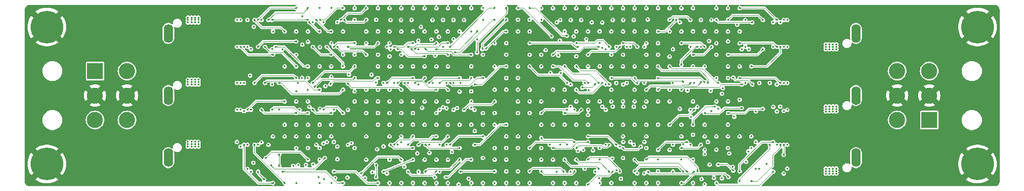
<source format=gbr>
%TF.GenerationSoftware,KiCad,Pcbnew,8.0.2*%
%TF.CreationDate,2024-05-21T15:52:10+02:00*%
%TF.ProjectId,HYDRA_VMM3_Adapter,48594452-415f-4564-9d4d-335f41646170,0*%
%TF.SameCoordinates,Original*%
%TF.FileFunction,Copper,L4,Inr*%
%TF.FilePolarity,Positive*%
%FSLAX46Y46*%
G04 Gerber Fmt 4.6, Leading zero omitted, Abs format (unit mm)*
G04 Created by KiCad (PCBNEW 8.0.2) date 2024-05-21 15:52:10*
%MOMM*%
%LPD*%
G01*
G04 APERTURE LIST*
%TA.AperFunction,ComponentPad*%
%ADD10C,5.600000*%
%TD*%
%TA.AperFunction,ComponentPad*%
%ADD11O,1.600000X3.200000*%
%TD*%
%TA.AperFunction,ComponentPad*%
%ADD12R,2.775000X2.775000*%
%TD*%
%TA.AperFunction,ComponentPad*%
%ADD13C,2.775000*%
%TD*%
%TA.AperFunction,ViaPad*%
%ADD14C,0.350000*%
%TD*%
%TA.AperFunction,Conductor*%
%ADD15C,0.100000*%
%TD*%
G04 APERTURE END LIST*
D10*
%TO.N,GND*%
%TO.C,J10*%
X26925000Y-54520000D03*
%TD*%
%TO.N,GND*%
%TO.C,J7*%
X26925000Y-78020000D03*
%TD*%
%TO.N,GND*%
%TO.C,J8*%
X186425000Y-78020000D03*
%TD*%
%TO.N,GND*%
%TO.C,J9*%
X186425000Y-54520000D03*
%TD*%
D11*
%TO.N,N/C*%
%TO.C,J1*%
X165610000Y-55610000D03*
%TD*%
%TO.N,N/C*%
%TO.C,J6*%
X47740000Y-76930000D03*
%TD*%
D12*
%TO.N,P2A*%
%TO.C,Input_A1*%
X35175000Y-62070000D03*
D13*
%TO.N,GND*%
X35175000Y-66270000D03*
%TO.N,P1A*%
X35175000Y-70470000D03*
%TO.N,P2A*%
X40675000Y-62070000D03*
%TO.N,GND*%
X40675000Y-66270000D03*
%TO.N,P1A*%
X40675000Y-70470000D03*
%TD*%
D12*
%TO.N,P2B*%
%TO.C,Input_B1*%
X178175000Y-70470000D03*
D13*
%TO.N,GND*%
X178175000Y-66270000D03*
%TO.N,P1B*%
X178175000Y-62070000D03*
%TO.N,P2B*%
X172675000Y-70470000D03*
%TO.N,GND*%
X172675000Y-66270000D03*
%TO.N,P1B*%
X172675000Y-62070000D03*
%TD*%
D11*
%TO.N,N/C*%
%TO.C,J2*%
X165610000Y-66270000D03*
%TD*%
%TO.N,N/C*%
%TO.C,J4*%
X47740000Y-55610000D03*
%TD*%
%TO.N,N/C*%
%TO.C,J3*%
X165610000Y-76930000D03*
%TD*%
%TO.N,N/C*%
%TO.C,J5*%
X47740000Y-66270000D03*
%TD*%
D14*
%TO.N,GND*%
X134675000Y-76270000D03*
X132675000Y-76270000D03*
X130675000Y-76270000D03*
X128675000Y-76270000D03*
X126675000Y-76270000D03*
X124675000Y-76270000D03*
X122675000Y-76270000D03*
X148675000Y-72270000D03*
X146675000Y-72270000D03*
X144675000Y-72270000D03*
X142675000Y-72270000D03*
X140675000Y-72270000D03*
X138675000Y-72270000D03*
X136675000Y-72270000D03*
X132675000Y-72270000D03*
X130675000Y-72270000D03*
X128675000Y-72270000D03*
X126675000Y-72270000D03*
X124675000Y-72270000D03*
X136675000Y-66270000D03*
X138675000Y-66270000D03*
X134675000Y-66270000D03*
X132675000Y-66270000D03*
X130675000Y-66270000D03*
X128675000Y-66270000D03*
X126675000Y-66270000D03*
X124675000Y-66270000D03*
X122675000Y-66270000D03*
X116675000Y-66270000D03*
X114675000Y-66270000D03*
X112675000Y-66270000D03*
X110675000Y-66270000D03*
X132675000Y-60270000D03*
X130675000Y-60270000D03*
X128675000Y-60270000D03*
X126675000Y-60270000D03*
X124675000Y-60270000D03*
X122675000Y-60270000D03*
X120675000Y-60270000D03*
X118675000Y-60270000D03*
X116675000Y-60270000D03*
X110675000Y-60270000D03*
X108675000Y-60270000D03*
X142675000Y-56270000D03*
X140675000Y-56270000D03*
X138675000Y-56270000D03*
X136675000Y-56270000D03*
X134675000Y-56270000D03*
X132675000Y-56270000D03*
X130675000Y-56270000D03*
X128675000Y-56270000D03*
X126675000Y-56270000D03*
X124675000Y-56270000D03*
X122675000Y-56270000D03*
X120675000Y-56270000D03*
X103675000Y-76270000D03*
X88675000Y-76270000D03*
X72675000Y-76270000D03*
X74675000Y-76270000D03*
X82675000Y-76270000D03*
X64675000Y-72270000D03*
X66675000Y-72270000D03*
X68675000Y-72270000D03*
X70675000Y-72270000D03*
X72675000Y-72270000D03*
X74675000Y-72270000D03*
X76675000Y-72270000D03*
X78675000Y-72270000D03*
X80675000Y-72270000D03*
X82675000Y-72270000D03*
X84675000Y-72270000D03*
X86675000Y-72270000D03*
X88675000Y-72270000D03*
X90675000Y-72270000D03*
X94675000Y-70270000D03*
X96675000Y-70270000D03*
X98675000Y-70270000D03*
X100675000Y-70270000D03*
X102675000Y-70270000D03*
X104675000Y-70270000D03*
X102675000Y-66270000D03*
X100675000Y-66270000D03*
X98675000Y-66270000D03*
X96675000Y-66270000D03*
X94675000Y-66270000D03*
X92675000Y-66270000D03*
X90675000Y-66270000D03*
X88675000Y-66270000D03*
X86675000Y-66270000D03*
X84675000Y-66270000D03*
X82675000Y-66270000D03*
X80675000Y-66270000D03*
X104675000Y-60270000D03*
X102675000Y-60270000D03*
X100675000Y-60270000D03*
X98675000Y-60270000D03*
X96675000Y-60270000D03*
X94675000Y-60270000D03*
X92675000Y-60270000D03*
X90675000Y-60270000D03*
X88675000Y-60270000D03*
X86675000Y-60270000D03*
X84675000Y-60270000D03*
X82675000Y-60270000D03*
X80675000Y-60270000D03*
X82675000Y-54270000D03*
X88675000Y-56270000D03*
X86675000Y-56270000D03*
X84675000Y-56270000D03*
X82675000Y-56270000D03*
X80675000Y-56270000D03*
X78675000Y-56270000D03*
X76675000Y-56270000D03*
X74675000Y-56270000D03*
X72675000Y-56270000D03*
X70675000Y-56270000D03*
X68675000Y-56270000D03*
X66675000Y-56270000D03*
X64675000Y-56270000D03*
X106675000Y-80270000D03*
X106675000Y-78270000D03*
X106675000Y-76270000D03*
X106675000Y-74270000D03*
X106675000Y-72270000D03*
X106675000Y-70270000D03*
X106675000Y-68270000D03*
X106675000Y-66270000D03*
X106675000Y-64270000D03*
X106675000Y-62270000D03*
X106675000Y-60270000D03*
X106675000Y-58270000D03*
X106675000Y-56270000D03*
X106675000Y-54270000D03*
X106675000Y-52270000D03*
X37690000Y-80370000D03*
X37690000Y-80780000D03*
X35290000Y-80770000D03*
X40090000Y-80770000D03*
X38890000Y-80370000D03*
X34690000Y-80360000D03*
X37090000Y-79950000D03*
X35890000Y-80770000D03*
X40090000Y-79940000D03*
X38290000Y-80370000D03*
X38890000Y-79950000D03*
X39490000Y-80770000D03*
X36490000Y-80360000D03*
X39490000Y-80360000D03*
X37090000Y-80780000D03*
X35290000Y-79940000D03*
X35290000Y-80360000D03*
X34690000Y-80770000D03*
X39490000Y-79940000D03*
X35890000Y-79940000D03*
X38290000Y-79950000D03*
X37090000Y-80370000D03*
X35890000Y-80360000D03*
X36490000Y-79940000D03*
X36490000Y-80770000D03*
X38890000Y-80780000D03*
X37690000Y-79950000D03*
X40090000Y-80360000D03*
X34690000Y-79940000D03*
X38290000Y-80780000D03*
X35290000Y-54410000D03*
X36490000Y-54830000D03*
X34690000Y-54830000D03*
X37690000Y-54420000D03*
X36490000Y-54410000D03*
X39490000Y-55240000D03*
X39490000Y-54410000D03*
X34690000Y-55240000D03*
X38890000Y-54840000D03*
X38890000Y-55250000D03*
X38290000Y-54840000D03*
X35290000Y-54830000D03*
X40090000Y-54410000D03*
X40090000Y-54830000D03*
X38890000Y-54420000D03*
X38290000Y-54420000D03*
X37690000Y-54840000D03*
X35890000Y-55240000D03*
X35890000Y-54410000D03*
X38290000Y-55250000D03*
X37690000Y-55250000D03*
X35290000Y-55240000D03*
X34690000Y-54410000D03*
X36490000Y-55240000D03*
X37090000Y-54840000D03*
X39490000Y-54830000D03*
X35890000Y-54830000D03*
X40090000Y-55240000D03*
X37090000Y-55250000D03*
X37090000Y-54420000D03*
X37690000Y-77890000D03*
X38290000Y-78300000D03*
X35290000Y-77460000D03*
X38890000Y-77890000D03*
X37690000Y-78300000D03*
X40090000Y-77880000D03*
X36490000Y-78290000D03*
X38290000Y-77890000D03*
X34690000Y-77880000D03*
X37090000Y-78300000D03*
X37690000Y-77470000D03*
X37090000Y-77890000D03*
X39490000Y-78290000D03*
X35890000Y-78290000D03*
X40090000Y-77460000D03*
X35890000Y-77880000D03*
X37090000Y-77470000D03*
X34690000Y-78290000D03*
X34690000Y-77460000D03*
X38290000Y-77470000D03*
X35890000Y-77460000D03*
X38890000Y-78300000D03*
X38890000Y-77470000D03*
X40090000Y-78290000D03*
X39490000Y-77460000D03*
X35290000Y-78290000D03*
X39490000Y-77880000D03*
X35290000Y-77880000D03*
X36490000Y-77880000D03*
X36490000Y-77460000D03*
X38290000Y-51900000D03*
X39490000Y-51470000D03*
X36490000Y-52300000D03*
X35290000Y-51890000D03*
X37090000Y-52310000D03*
X40090000Y-51890000D03*
X37690000Y-51480000D03*
X38890000Y-51480000D03*
X34690000Y-51890000D03*
X35890000Y-51470000D03*
X35890000Y-51890000D03*
X39490000Y-51890000D03*
X37090000Y-51900000D03*
X36490000Y-51470000D03*
X36490000Y-51890000D03*
X35290000Y-52300000D03*
X37690000Y-51900000D03*
X34690000Y-52300000D03*
X38890000Y-51900000D03*
X37090000Y-51480000D03*
X40090000Y-52300000D03*
X37690000Y-52310000D03*
X38290000Y-52310000D03*
X35290000Y-51470000D03*
X38290000Y-51480000D03*
X35890000Y-52300000D03*
X38890000Y-52310000D03*
X39490000Y-52300000D03*
X34690000Y-51470000D03*
X40090000Y-51470000D03*
X175410000Y-79940000D03*
X173610000Y-79940000D03*
X174810000Y-80360000D03*
X177210000Y-79950000D03*
X177810000Y-80780000D03*
X176010000Y-80370000D03*
X176610000Y-79950000D03*
X177210000Y-80780000D03*
X176610000Y-80370000D03*
X176610000Y-80780000D03*
X174210000Y-79940000D03*
X173610000Y-80770000D03*
X177810000Y-80370000D03*
X174210000Y-80770000D03*
X174810000Y-80770000D03*
X179010000Y-79940000D03*
X179010000Y-80770000D03*
X175410000Y-80360000D03*
X177810000Y-79950000D03*
X173610000Y-80360000D03*
X178410000Y-80770000D03*
X177210000Y-80370000D03*
X176010000Y-80780000D03*
X178410000Y-80360000D03*
X179010000Y-80360000D03*
X176010000Y-79950000D03*
X178410000Y-79940000D03*
X175410000Y-80770000D03*
X174810000Y-79940000D03*
X174210000Y-80360000D03*
X175410000Y-77460000D03*
X173610000Y-77460000D03*
X174810000Y-77880000D03*
X177210000Y-77470000D03*
X177810000Y-78300000D03*
X176010000Y-77890000D03*
X176610000Y-77470000D03*
X177210000Y-78300000D03*
X176610000Y-77890000D03*
X176610000Y-78300000D03*
X174210000Y-77460000D03*
X173610000Y-78290000D03*
X177810000Y-77890000D03*
X174210000Y-78290000D03*
X174810000Y-78290000D03*
X179010000Y-77460000D03*
X179010000Y-78290000D03*
X175410000Y-77880000D03*
X177810000Y-77470000D03*
X173610000Y-77880000D03*
X178410000Y-78290000D03*
X177210000Y-77890000D03*
X176010000Y-78300000D03*
X178410000Y-77880000D03*
X179010000Y-77880000D03*
X176010000Y-77470000D03*
X178410000Y-77460000D03*
X175410000Y-78290000D03*
X174810000Y-77460000D03*
X174210000Y-77880000D03*
X175410000Y-54410000D03*
X173610000Y-54410000D03*
X174810000Y-54830000D03*
X177210000Y-54420000D03*
X177810000Y-55250000D03*
X176010000Y-54840000D03*
X176610000Y-54420000D03*
X177210000Y-55250000D03*
X176610000Y-54840000D03*
X176610000Y-55250000D03*
X174210000Y-54410000D03*
X173610000Y-55240000D03*
X177810000Y-54840000D03*
X174210000Y-55240000D03*
X174810000Y-55240000D03*
X179010000Y-54410000D03*
X179010000Y-55240000D03*
X175410000Y-54830000D03*
X177810000Y-54420000D03*
X173610000Y-54830000D03*
X178410000Y-55240000D03*
X177210000Y-54840000D03*
X176010000Y-55250000D03*
X178410000Y-54830000D03*
X179010000Y-54830000D03*
X176010000Y-54420000D03*
X178410000Y-54410000D03*
X175410000Y-55240000D03*
X174810000Y-54410000D03*
X174210000Y-54830000D03*
X175410000Y-51470000D03*
X173610000Y-51470000D03*
X174810000Y-51890000D03*
X177210000Y-51480000D03*
X177810000Y-52310000D03*
X176010000Y-51900000D03*
X176610000Y-51480000D03*
X177210000Y-52310000D03*
X176610000Y-51900000D03*
X176610000Y-52310000D03*
X174210000Y-51470000D03*
X173610000Y-52300000D03*
X177810000Y-51900000D03*
X174210000Y-52300000D03*
X174810000Y-52300000D03*
X179010000Y-51470000D03*
X179010000Y-52300000D03*
X175410000Y-51890000D03*
X177810000Y-51480000D03*
X173610000Y-51890000D03*
X178410000Y-52300000D03*
X177210000Y-51900000D03*
X176010000Y-52310000D03*
X178410000Y-51890000D03*
X179010000Y-51890000D03*
X176010000Y-51480000D03*
X178410000Y-51470000D03*
X175410000Y-52300000D03*
X174810000Y-51470000D03*
X174210000Y-51890000D03*
X58310000Y-58320000D03*
X58910000Y-57910000D03*
X57710000Y-57910000D03*
X57110000Y-57910000D03*
X58910000Y-58320000D03*
X58310000Y-57490000D03*
X58910000Y-57490000D03*
X57710000Y-58320000D03*
X58310000Y-57910000D03*
X57710000Y-57490000D03*
X57110000Y-58320000D03*
X57110000Y-57490000D03*
X58310000Y-68990000D03*
X58910000Y-68580000D03*
X57710000Y-68580000D03*
X57110000Y-68580000D03*
X58910000Y-68990000D03*
X58310000Y-68160000D03*
X58910000Y-68160000D03*
X57710000Y-68990000D03*
X58310000Y-68580000D03*
X57710000Y-68160000D03*
X57110000Y-68990000D03*
X57110000Y-68160000D03*
X58310000Y-79640000D03*
X58910000Y-79230000D03*
X57710000Y-79230000D03*
X57110000Y-79230000D03*
X58910000Y-79640000D03*
X58310000Y-78810000D03*
X58910000Y-78810000D03*
X57710000Y-79640000D03*
X58310000Y-79230000D03*
X57710000Y-78810000D03*
X57110000Y-79640000D03*
X57110000Y-78810000D03*
%TO.N,Col_43-Row_15*%
X153240000Y-76440000D03*
%TO.N,GND*%
X156240000Y-74210000D03*
X154440000Y-74210000D03*
X155640000Y-74630000D03*
X155040000Y-74210000D03*
X154440000Y-75040000D03*
X155040000Y-75040000D03*
X155640000Y-75040000D03*
X156240000Y-74630000D03*
X154440000Y-74630000D03*
X156240000Y-75040000D03*
X155640000Y-74210000D03*
X155040000Y-74630000D03*
X156240000Y-63550000D03*
X154440000Y-63550000D03*
X155640000Y-63970000D03*
X155040000Y-63550000D03*
X154440000Y-64380000D03*
X155040000Y-64380000D03*
X155640000Y-64380000D03*
X156240000Y-63970000D03*
X154440000Y-63970000D03*
X156240000Y-64380000D03*
X155640000Y-63550000D03*
X155040000Y-63970000D03*
X156240000Y-52890000D03*
X154440000Y-52890000D03*
X155640000Y-53310000D03*
X155040000Y-52890000D03*
X154440000Y-53720000D03*
X155040000Y-53720000D03*
X155640000Y-53720000D03*
X156240000Y-53310000D03*
X154440000Y-53310000D03*
X156240000Y-53720000D03*
X155640000Y-52890000D03*
X155040000Y-53310000D03*
X159240000Y-57490000D03*
X156240000Y-58320000D03*
X155640000Y-57490000D03*
X154440000Y-58320000D03*
X155040000Y-57910000D03*
X159240000Y-57910000D03*
X155040000Y-58320000D03*
X156240000Y-57490000D03*
X159840000Y-58320000D03*
X159840000Y-57490000D03*
X154440000Y-57490000D03*
X156240000Y-57910000D03*
X159240000Y-58320000D03*
X159840000Y-57910000D03*
X155640000Y-58320000D03*
X155040000Y-57490000D03*
X154440000Y-57910000D03*
X155640000Y-57910000D03*
X156840000Y-58330000D03*
X156840000Y-57500000D03*
X157440000Y-57500000D03*
X158040000Y-57500000D03*
X157440000Y-58330000D03*
X158040000Y-58330000D03*
X158640000Y-57500000D03*
X158640000Y-58330000D03*
X158040000Y-57920000D03*
X156840000Y-57920000D03*
X158640000Y-57920000D03*
X157440000Y-57920000D03*
X159240000Y-68150000D03*
X156240000Y-68980000D03*
X155640000Y-68150000D03*
X154440000Y-68980000D03*
X155040000Y-68570000D03*
X159240000Y-68570000D03*
X155040000Y-68980000D03*
X156240000Y-68150000D03*
X159840000Y-68980000D03*
X159840000Y-68150000D03*
X154440000Y-68150000D03*
X156240000Y-68570000D03*
X159240000Y-68980000D03*
X159840000Y-68570000D03*
X155640000Y-68980000D03*
X155040000Y-68150000D03*
X154440000Y-68570000D03*
X155640000Y-68570000D03*
X156840000Y-68990000D03*
X156840000Y-68160000D03*
X157440000Y-68160000D03*
X158040000Y-68160000D03*
X157440000Y-68990000D03*
X158040000Y-68990000D03*
X158640000Y-68160000D03*
X158640000Y-68990000D03*
X158040000Y-68580000D03*
X156840000Y-68580000D03*
X158640000Y-68580000D03*
X157440000Y-68580000D03*
X159240000Y-78810000D03*
X156240000Y-79640000D03*
X155640000Y-78810000D03*
X154440000Y-79640000D03*
X155040000Y-79230000D03*
X159240000Y-79230000D03*
X155040000Y-79640000D03*
X156240000Y-78810000D03*
X159840000Y-79640000D03*
X159840000Y-78810000D03*
X154440000Y-78810000D03*
X156240000Y-79230000D03*
X159240000Y-79640000D03*
X159840000Y-79230000D03*
X155640000Y-79640000D03*
X155040000Y-78810000D03*
X154440000Y-79230000D03*
X155640000Y-79230000D03*
X156840000Y-79650000D03*
X156840000Y-78820000D03*
X157440000Y-78820000D03*
X158040000Y-78820000D03*
X157440000Y-79650000D03*
X158040000Y-79650000D03*
X158640000Y-78820000D03*
X158640000Y-79650000D03*
X158040000Y-79240000D03*
X156840000Y-79240000D03*
X158640000Y-79240000D03*
X157440000Y-79240000D03*
X58310000Y-74220000D03*
X55310000Y-75050000D03*
X54710000Y-74220000D03*
X53510000Y-75050000D03*
X54110000Y-74640000D03*
X58310000Y-74640000D03*
X54110000Y-75050000D03*
X55310000Y-74220000D03*
X58910000Y-75050000D03*
X58910000Y-74220000D03*
X53510000Y-74220000D03*
X55310000Y-74640000D03*
X58310000Y-75050000D03*
X58910000Y-74640000D03*
X54710000Y-75050000D03*
X54110000Y-74220000D03*
X53510000Y-74640000D03*
X54710000Y-74640000D03*
X55910000Y-75060000D03*
X55910000Y-74230000D03*
X56510000Y-74230000D03*
X57110000Y-74230000D03*
X56510000Y-75060000D03*
X57110000Y-75060000D03*
X57710000Y-74230000D03*
X57710000Y-75060000D03*
X57110000Y-74650000D03*
X55910000Y-74650000D03*
X57710000Y-74650000D03*
X56510000Y-74650000D03*
X58310000Y-63550000D03*
X55310000Y-64380000D03*
X54710000Y-63550000D03*
X53510000Y-64380000D03*
X54110000Y-63970000D03*
X58310000Y-63970000D03*
X54110000Y-64380000D03*
X55310000Y-63550000D03*
X58910000Y-64380000D03*
X58910000Y-63550000D03*
X53510000Y-63550000D03*
X55310000Y-63970000D03*
X58310000Y-64380000D03*
X58910000Y-63970000D03*
X54710000Y-64380000D03*
X54110000Y-63550000D03*
X53510000Y-63970000D03*
X54710000Y-63970000D03*
X55910000Y-64390000D03*
X55910000Y-63560000D03*
X56510000Y-63560000D03*
X57110000Y-63560000D03*
X56510000Y-64390000D03*
X57110000Y-64390000D03*
X57710000Y-63560000D03*
X57710000Y-64390000D03*
X57110000Y-63980000D03*
X55910000Y-63980000D03*
X57710000Y-63980000D03*
X56510000Y-63980000D03*
X58310000Y-52890000D03*
X58310000Y-53720000D03*
X58910000Y-52890000D03*
X58910000Y-53720000D03*
X58310000Y-53310000D03*
X58910000Y-53310000D03*
X57710000Y-53730000D03*
X56510000Y-53730000D03*
X55910000Y-53730000D03*
X57110000Y-53730000D03*
X57710000Y-52900000D03*
X56510000Y-52900000D03*
X55910000Y-52900000D03*
X57110000Y-52900000D03*
X56510000Y-53320000D03*
X55910000Y-53320000D03*
X57710000Y-53320000D03*
X57110000Y-53320000D03*
X55310000Y-53720000D03*
X54110000Y-53720000D03*
X53510000Y-53720000D03*
X54710000Y-53720000D03*
X55310000Y-52890000D03*
X54110000Y-52890000D03*
X53510000Y-52890000D03*
X54710000Y-52890000D03*
X54110000Y-53310000D03*
X53510000Y-53310000D03*
X55310000Y-53310000D03*
X54710000Y-53310000D03*
%TO.N,P1B*%
X162240000Y-58320000D03*
X161040000Y-58320000D03*
X160440000Y-58320000D03*
X161640000Y-58320000D03*
X162240000Y-57490000D03*
X161040000Y-57490000D03*
X160440000Y-57490000D03*
X161640000Y-57490000D03*
X161040000Y-57910000D03*
X160440000Y-57910000D03*
X162240000Y-57910000D03*
X161640000Y-57910000D03*
X162240000Y-68980000D03*
X161040000Y-68980000D03*
X160440000Y-68980000D03*
X161640000Y-68980000D03*
X162240000Y-68150000D03*
X161040000Y-68150000D03*
X160440000Y-68150000D03*
X161640000Y-68150000D03*
X161040000Y-68570000D03*
X160440000Y-68570000D03*
X162240000Y-68570000D03*
X161640000Y-68570000D03*
X162240000Y-79650000D03*
X161040000Y-79650000D03*
X160440000Y-79650000D03*
X161640000Y-79650000D03*
X162240000Y-78820000D03*
X161040000Y-78820000D03*
X160440000Y-78820000D03*
X161640000Y-78820000D03*
X161040000Y-79240000D03*
X160440000Y-79240000D03*
X162240000Y-79240000D03*
X161640000Y-79240000D03*
%TO.N,P1A*%
X52910000Y-53720000D03*
X51710000Y-53720000D03*
X51110000Y-53720000D03*
X52310000Y-53720000D03*
X52910000Y-52890000D03*
X51710000Y-52890000D03*
X51110000Y-52890000D03*
X52310000Y-52890000D03*
X51710000Y-53310000D03*
X51110000Y-53310000D03*
X52910000Y-53310000D03*
X52310000Y-53310000D03*
X52910000Y-64380000D03*
X51710000Y-64380000D03*
X51110000Y-64380000D03*
X52310000Y-64380000D03*
X52910000Y-63550000D03*
X51710000Y-63550000D03*
X51110000Y-63550000D03*
X52310000Y-63550000D03*
X51710000Y-63970000D03*
X51110000Y-63970000D03*
X52910000Y-63970000D03*
X52310000Y-63970000D03*
X51710000Y-75040000D03*
X51110000Y-75040000D03*
X52910000Y-75040000D03*
X52310000Y-75040000D03*
X52910000Y-74630000D03*
X51710000Y-74630000D03*
X51110000Y-74630000D03*
X52310000Y-74630000D03*
X52310000Y-74210000D03*
X51710000Y-74210000D03*
X52910000Y-74210000D03*
X51110000Y-74210000D03*
%TO.N,Col_3-Row_7*%
X61750000Y-62840000D03*
%TO.N,Col_4-Row_7*%
X69675000Y-63270000D03*
X62510000Y-64110000D03*
%TO.N,Col_2-Row_1*%
X59510000Y-53310000D03*
%TO.N,Col_15-Row_7*%
X91675000Y-63270000D03*
X87030000Y-64110000D03*
%TO.N,Col_9-Row_9*%
X79675000Y-67270000D03*
%TO.N,Col_11-Row_10*%
X83675000Y-69270000D03*
%TO.N,Col_22-Row_9*%
X99630000Y-68360000D03*
%TO.N,Col_2-Row_10*%
X60110000Y-68710000D03*
%TO.N,Col_13-Row_9*%
X87675000Y-67270000D03*
%TO.N,Col_18-Row_10*%
X95430000Y-68460000D03*
%TO.N,Col_3-Row_1*%
X61310000Y-53310000D03*
%TO.N,Col_3-Row_11*%
X67675000Y-71270000D03*
%TO.N,Col_19-Row_9*%
X99675000Y-67270000D03*
%TO.N,Col_2-Row_11*%
X60710000Y-68930000D03*
%TO.N,Col_8-Row_7*%
X69940000Y-64110000D03*
%TO.N,Col_3-Row_10*%
X61910000Y-68710000D03*
%TO.N,Col_19-Row_6*%
X99675000Y-61270000D03*
%TO.N,Col_3-Row_2*%
X62395166Y-54464834D03*
%TO.N,Col_20-Row_8*%
X95430000Y-64110000D03*
%TO.N,Col_5-Row_7*%
X71675000Y-63270000D03*
%TO.N,Col_22-Row_10*%
X100230000Y-68710000D03*
%TO.N,Col_22-Row_7*%
X105675000Y-63270000D03*
%TO.N,Col_15-Row_3*%
X91675000Y-55270000D03*
%TO.N,Col_15-Row_1*%
X91675000Y-51270000D03*
%TO.N,Col_8-Row_11*%
X77675000Y-71270000D03*
%TO.N,Col_14-Row_6*%
X89675000Y-61270000D03*
%TO.N,Col_12-Row_10*%
X85675000Y-69270000D03*
%TO.N,Col_12-Row_11*%
X85675000Y-71270000D03*
%TO.N,Col_7-Row_11*%
X75675000Y-71270000D03*
%TO.N,Col_16-Row_10*%
X93675000Y-69270000D03*
%TO.N,Col_13-Row_2*%
X87630000Y-53310000D03*
%TO.N,Col_17-Row_10*%
X94230000Y-68710000D03*
%TO.N,Col_8-Row_1*%
X77675000Y-51270000D03*
X73720000Y-53310000D03*
%TO.N,Col_12-Row_7*%
X82570000Y-62710000D03*
%TO.N,Col_19-Row_8*%
X99675000Y-65540000D03*
%TO.N,Col_21-Row_8*%
X103675000Y-65270000D03*
%TO.N,Col_8-Row_3*%
X77675000Y-55270000D03*
%TO.N,Col_8-Row_2*%
X74320000Y-53690000D03*
%TO.N,Col_8-Row_9*%
X73720000Y-68550000D03*
%TO.N,Col_13-Row_10*%
X87675000Y-69270000D03*
%TO.N,Col_11-Row_11*%
X83675000Y-71270000D03*
%TO.N,Col_5-Row_11*%
X71675000Y-71270000D03*
%TO.N,Col_4-Row_11*%
X69675000Y-71270000D03*
%TO.N,Col_9-Row_2*%
X79675000Y-53270000D03*
%TO.N,Col_22-Row_6*%
X105675000Y-61270000D03*
X100230000Y-64360000D03*
%TO.N,Col_11-Row_1*%
X83675000Y-51270000D03*
%TO.N,Col_7-Row_10*%
X75675000Y-69270000D03*
X72520000Y-68710000D03*
%TO.N,Col_12-Row_3*%
X85675000Y-55270000D03*
%TO.N,Col_9-Row_1*%
X79675000Y-51270000D03*
%TO.N,Col_18-Row_8*%
X97675000Y-65570000D03*
%TO.N,Col_11-Row_8*%
X83675000Y-65270000D03*
%TO.N,Col_4-Row_9*%
X69675000Y-67270000D03*
%TO.N,Col_7-Row_7*%
X75675000Y-63040000D03*
%TO.N,Col_17-Row_9*%
X95675000Y-67270000D03*
%TO.N,Col_9-Row_11*%
X79675000Y-71270000D03*
%TO.N,Col_10-Row_8*%
X81675000Y-65270000D03*
%TO.N,Col_16-Row_9*%
X93675000Y-67270000D03*
%TO.N,Col_17-Row_2*%
X94830000Y-53310000D03*
%TO.N,Col_7-Row_9*%
X71920000Y-68190000D03*
%TO.N,Col_16-Row_6*%
X93675000Y-61270000D03*
%TO.N,Col_6-Row_10*%
X70240000Y-68710000D03*
%TO.N,Col_2-Row_7*%
X60110000Y-64110000D03*
%TO.N,Col_10-Row_10*%
X81675000Y-69270000D03*
%TO.N,Col_12-Row_6*%
X85675000Y-61270000D03*
%TO.N,Col_15-Row_6*%
X91675000Y-61270000D03*
%TO.N,Col_3-Row_8*%
X60710000Y-64110000D03*
%TO.N,Col_8-Row_8*%
X77675000Y-65270000D03*
X66710000Y-64110000D03*
%TO.N,Col_17-Row_3*%
X95675000Y-55270000D03*
%TO.N,Col_14-Row_7*%
X89675000Y-63270000D03*
X85230000Y-64110000D03*
%TO.N,Col_21-Row_9*%
X103675000Y-67270000D03*
X98430000Y-68710000D03*
%TO.N,Col_21-Row_6*%
X103675000Y-61270000D03*
%TO.N,Col_9-Row_6*%
X79675000Y-61270000D03*
X72520000Y-64110000D03*
%TO.N,Col_16-Row_3*%
X93675000Y-55270000D03*
%TO.N,Col_2-Row_9*%
X59510000Y-68710000D03*
%TO.N,Col_14-Row_2*%
X89430000Y-53310000D03*
%TO.N,Col_18-Row_6*%
X93030000Y-64110000D03*
%TO.N,Col_19-Row_3*%
X99675000Y-51270000D03*
%TO.N,Col_14-Row_11*%
X89675000Y-71270000D03*
%TO.N,Col_16-Row_1*%
X93675000Y-51270000D03*
%TO.N,Col_18-Row_9*%
X94830000Y-68270000D03*
%TO.N,Col_18-Row_1*%
X97675000Y-51270000D03*
%TO.N,Col_21-Row_7*%
X97830000Y-64110000D03*
%TO.N,Col_9-Row_8*%
X79670000Y-65540000D03*
%TO.N,Col_17-Row_1*%
X95675000Y-51270000D03*
%TO.N,Col_21-Row_10*%
X103675000Y-69270000D03*
%TO.N,Col_10-Row_3*%
X81675000Y-55270000D03*
%TO.N,Col_12-Row_2*%
X85830000Y-53310000D03*
%TO.N,Col_9-Row_7*%
X79675000Y-63270000D03*
X72790000Y-64770000D03*
%TO.N,Col_16-Row_12*%
X93675000Y-73270000D03*
X88830000Y-74710000D03*
%TO.N,Col_3-Row_9*%
X67675000Y-67270000D03*
X61310000Y-68710000D03*
%TO.N,Col_19-Row_1*%
X99675000Y-55270000D03*
%TO.N,Col_15-Row_9*%
X91675000Y-67270000D03*
%TO.N,Col_5-Row_9*%
X71675000Y-67270000D03*
%TO.N,Col_16-Row_13*%
X90426300Y-76191800D03*
%TO.N,Col_11-Row_3*%
X83675000Y-55270000D03*
%TO.N,Col_15-Row_11*%
X91675000Y-71270000D03*
%TO.N,Col_6-Row_9*%
X66710000Y-68710000D03*
%TO.N,Col_18-Row_12*%
X92430000Y-74710000D03*
%TO.N,Col_20-Row_9*%
X97230000Y-68420000D03*
%TO.N,Col_16-Row_11*%
X93675000Y-71270000D03*
%TO.N,Col_13-Row_3*%
X87675000Y-55270000D03*
%TO.N,Col_17-Row_8*%
X95675000Y-65270000D03*
X90030000Y-64110000D03*
%TO.N,Col_14-Row_1*%
X89675000Y-51270000D03*
%TO.N,Col_6-Row_11*%
X73675000Y-71270000D03*
%TO.N,Col_10-Row_6*%
X78690800Y-62674100D03*
%TO.N,Col_20-Row_7*%
X101675000Y-63270000D03*
X96030000Y-64110000D03*
%TO.N,Col_21-Row_11*%
X103675000Y-71270000D03*
%TO.N,Col_8-Row_10*%
X77675000Y-69270000D03*
X74320000Y-68710000D03*
%TO.N,Col_17-Row_11*%
X95675000Y-71270000D03*
%TO.N,Col_9-Row_10*%
X76120000Y-68710000D03*
%TO.N,Col_18-Row_3*%
X97675000Y-55270000D03*
%TO.N,Col_12-Row_1*%
X85675000Y-51270000D03*
%TO.N,Col_12-Row_8*%
X85675000Y-65270000D03*
%TO.N,Col_14-Row_10*%
X89675000Y-69270000D03*
%TO.N,Col_17-Row_13*%
X92490000Y-76080000D03*
%TO.N,Col_14-Row_9*%
X89675000Y-67270000D03*
%TO.N,Col_22-Row_11*%
X105675000Y-71270000D03*
X100230000Y-74710000D03*
%TO.N,Col_11-Row_2*%
X83370000Y-53270000D03*
%TO.N,Col_22-Row_13*%
X105675000Y-75270000D03*
%TO.N,Col_10-Row_1*%
X81675000Y-51270000D03*
X77320000Y-53310000D03*
%TO.N,Col_20-Row_12*%
X101675000Y-73270000D03*
X96030000Y-74710000D03*
%TO.N,Col_4-Row_8*%
X69675000Y-65530000D03*
%TO.N,Col_16-Row_2*%
X93030000Y-53310000D03*
%TO.N,Col_15-Row_2*%
X91050000Y-54480000D03*
%TO.N,Col_16-Row_8*%
X93675000Y-65270000D03*
X88230000Y-64110000D03*
%TO.N,Col_12-Row_9*%
X85675000Y-67270000D03*
%TO.N,Col_4-Row_10*%
X69675000Y-69270000D03*
X63710000Y-68710000D03*
%TO.N,Col_18-Row_13*%
X97675000Y-75270000D03*
X91830000Y-74710000D03*
%TO.N,Col_15-Row_10*%
X91230000Y-68380000D03*
%TO.N,Col_10-Row_2*%
X81675000Y-53270000D03*
X77920000Y-53310000D03*
%TO.N,Col_20-Row_13*%
X95430000Y-74710000D03*
%TO.N,Col_18-Row_2*%
X96630000Y-53310000D03*
%TO.N,Col_13-Row_8*%
X87675000Y-65270000D03*
X78520000Y-64220000D03*
%TO.N,Col_5-Row_8*%
X71675000Y-65270000D03*
%TO.N,Col_11-Row_6*%
X83675000Y-61270000D03*
%TO.N,Col_17-Row_7*%
X90630000Y-64370000D03*
%TO.N,Col_10-Row_7*%
X74670000Y-64650000D03*
%TO.N,Col_14-Row_3*%
X89675000Y-55270000D03*
%TO.N,Col_19-Row_13*%
X96348980Y-75951494D03*
%TO.N,Col_22-Row_12*%
X105675000Y-73270000D03*
%TO.N,Col_6-Row_7*%
X70660000Y-63230000D03*
%TO.N,Col_15-Row_8*%
X86430000Y-64110000D03*
%TO.N,Col_19-Row_2*%
X98430000Y-53310000D03*
%TO.N,Col_13-Row_6*%
X87675000Y-61270000D03*
%TO.N,Col_7-Row_8*%
X65510000Y-64340000D03*
%TO.N,Col_14-Row_8*%
X84630000Y-64110000D03*
%TO.N,Col_16-Row_7*%
X88830000Y-64070000D03*
%TO.N,Col_21-Row_12*%
X100260000Y-72340000D03*
%TO.N,Col_13-Row_1*%
X87675000Y-51270000D03*
%TO.N,Col_10-Row_11*%
X78520000Y-68710000D03*
%TO.N,Col_17-Row_6*%
X95675000Y-61270000D03*
%TO.N,Col_19-Row_12*%
X94230000Y-74650000D03*
%TO.N,Col_10-Row_9*%
X81675000Y-67270000D03*
%TO.N,Col_20-Row_6*%
X96630000Y-64110000D03*
%TO.N,Col_21-Row_13*%
X103675000Y-75270000D03*
%TO.N,Col_2-Row_8*%
X59510000Y-64110000D03*
%TO.N,Col_20-Row_10*%
X101675000Y-69270000D03*
%TO.N,Col_5-Row_10*%
X71675000Y-69270000D03*
X65510000Y-68710000D03*
%TO.N,Col_22-Row_8*%
X105675000Y-65270000D03*
%TO.N,Col_21-Row_3*%
X100650000Y-56640000D03*
%TO.N,Col_19-Row_7*%
X99675000Y-63270000D03*
X94230000Y-64110000D03*
%TO.N,Col_17-Row_12*%
X95675000Y-73270000D03*
X90630000Y-74710000D03*
%TO.N,Col_11-Row_7*%
X83675000Y-63270000D03*
X75520000Y-64310000D03*
%TO.N,Col_11-Row_9*%
X83675000Y-67270000D03*
%TO.N,Col_19-Row_11*%
X99675000Y-71270000D03*
%TO.N,Col_13-Row_11*%
X87675000Y-71270000D03*
%TO.N,Col_20-Row_11*%
X101675000Y-71270000D03*
%TO.N,Col_19-Row_10*%
X96630000Y-68710000D03*
%TO.N,Col_18-Row_7*%
X97675000Y-63270000D03*
X92430000Y-64110000D03*
%TO.N,Col_21-Row_1*%
X103675000Y-51270000D03*
X96030000Y-57910000D03*
%TO.N,Col_6-Row_8*%
X73675000Y-65270000D03*
X64310000Y-64110000D03*
%TO.N,Col_13-Row_7*%
X83340000Y-64040000D03*
%TO.N,Col_18-Row_11*%
X97675000Y-71270000D03*
%TO.N,Col_39-Row_7*%
X149040000Y-64110000D03*
%TO.N,Col_40-Row_10*%
X144730000Y-69895000D03*
%TO.N,Col_27-Row_9*%
X115675000Y-67270000D03*
%TO.N,Col_39-Row_10*%
X139675000Y-69270000D03*
X146040000Y-68410000D03*
%TO.N,Col_30-Row_9*%
X121675000Y-67270000D03*
%TO.N,Col_28-Row_7*%
X122720000Y-64370000D03*
%TO.N,Col_27-Row_8*%
X115675000Y-65270000D03*
%TO.N,Col_38-Row_11*%
X137675000Y-71270000D03*
X141430000Y-68170000D03*
%TO.N,Col_43-Row_7*%
X153840000Y-64110000D03*
%TO.N,Col_42-Row_10*%
X151440000Y-68200000D03*
%TO.N,Col_37-Row_8*%
X135675000Y-65270000D03*
X146040000Y-64370000D03*
%TO.N,Col_38-Row_8*%
X142780000Y-65000000D03*
%TO.N,Col_32-Row_9*%
X125675000Y-67270000D03*
%TO.N,Col_29-Row_8*%
X119850000Y-65390000D03*
%TO.N,Col_36-Row_9*%
X133675000Y-67270000D03*
%TO.N,Col_27-Row_7*%
X118700000Y-64910000D03*
X120920000Y-64310000D03*
%TO.N,Col_25-Row_9*%
X111675000Y-67270000D03*
%TO.N,Col_31-Row_9*%
X123675000Y-67270000D03*
%TO.N,Col_40-Row_11*%
X148440000Y-68990000D03*
%TO.N,Col_35-Row_10*%
X135430000Y-68540000D03*
%TO.N,Col_28-Row_6*%
X117675000Y-61270000D03*
X123320000Y-64370000D03*
%TO.N,Col_25-Row_8*%
X116720000Y-64380000D03*
%TO.N,Col_42-Row_9*%
X145670000Y-66990000D03*
%TO.N,Col_27-Row_10*%
X115675000Y-69270000D03*
X118520000Y-68710000D03*
%TO.N,Col_40-Row_7*%
X141675000Y-63270000D03*
%TO.N,Col_34-Row_8*%
X129675000Y-65270000D03*
X137230000Y-64130000D03*
%TO.N,Col_38-Row_9*%
X137675000Y-67270000D03*
%TO.N,Col_42-Row_11*%
X152040000Y-68990000D03*
%TO.N,Col_41-Row_4*%
X143675000Y-56970000D03*
%TO.N,Col_32-Row_8*%
X129320000Y-64110000D03*
%TO.N,Col_25-Row_7*%
X115000000Y-62440000D03*
%TO.N,Col_29-Row_10*%
X119675000Y-69580000D03*
%TO.N,Col_32-Row_7*%
X134230000Y-64110000D03*
%TO.N,Col_40-Row_9*%
X141675000Y-67270000D03*
%TO.N,Col_34-Row_10*%
X129320000Y-68190000D03*
%TO.N,Col_38-Row_7*%
X144570000Y-63170000D03*
X147840000Y-64370000D03*
%TO.N,Col_30-Row_11*%
X122720000Y-68710000D03*
%TO.N,Col_43-Row_11*%
X153840000Y-68710000D03*
%TO.N,Col_38-Row_10*%
X140830000Y-68970000D03*
%TO.N,Col_34-Row_11*%
X129675000Y-71270000D03*
%TO.N,Col_33-Row_9*%
X127675000Y-67270000D03*
%TO.N,Col_42-Row_8*%
X152040000Y-64370000D03*
%TO.N,Col_25-Row_6*%
X111675000Y-61270000D03*
%TO.N,Col_39-Row_8*%
X140710000Y-65470000D03*
%TO.N,Col_33-Row_10*%
X127520000Y-68180000D03*
%TO.N,Col_36-Row_10*%
X137230000Y-68710000D03*
%TO.N,Col_26-Row_8*%
X113675000Y-65270000D03*
%TO.N,Col_35-Row_8*%
X131675000Y-65270000D03*
X139030000Y-63970000D03*
%TO.N,Col_33-Row_8*%
X127675000Y-65270000D03*
%TO.N,Col_30-Row_6*%
X121675000Y-61270000D03*
%TO.N,Col_37-Row_9*%
X138430000Y-68200000D03*
%TO.N,Col_41-Row_9*%
X143675000Y-67270000D03*
%TO.N,Col_23-Row_8*%
X107675000Y-65270000D03*
%TO.N,Col_39-Row_9*%
X142030000Y-68480000D03*
%TO.N,Col_43-Row_3*%
X152640000Y-53710000D03*
%TO.N,Col_29-Row_7*%
X124520000Y-64110000D03*
%TO.N,Col_35-Row_11*%
X131675000Y-71270000D03*
%TO.N,Col_27-Row_6*%
X115675000Y-61270000D03*
X121520000Y-64110000D03*
%TO.N,Col_31-Row_6*%
X123675000Y-61270000D03*
%TO.N,Col_42-Row_7*%
X145675000Y-63270000D03*
X152640000Y-64110000D03*
%TO.N,Col_24-Row_10*%
X109675000Y-69270000D03*
%TO.N,Col_30-Row_7*%
X126320000Y-64110000D03*
%TO.N,Col_39-Row_6*%
X139675000Y-61270000D03*
%TO.N,Col_36-Row_6*%
X133675000Y-61270000D03*
X142030000Y-64110000D03*
%TO.N,Col_31-Row_10*%
X123920000Y-68170000D03*
%TO.N,Col_41-Row_7*%
X143675000Y-63270000D03*
%TO.N,Col_26-Row_7*%
X119120000Y-64110000D03*
%TO.N,Col_37-Row_11*%
X135675000Y-71270000D03*
%TO.N,Col_24-Row_9*%
X109675000Y-67270000D03*
%TO.N,Col_31-Row_8*%
X123675000Y-65270000D03*
%TO.N,Col_41-Row_8*%
X150840000Y-64110000D03*
%TO.N,Col_30-Row_8*%
X125720000Y-64370000D03*
%TO.N,Col_43-Row_5*%
X153240000Y-57910000D03*
%TO.N,Col_33-Row_6*%
X127675000Y-61270000D03*
%TO.N,Col_43-Row_4*%
X153840000Y-57910000D03*
%TO.N,Col_43-Row_8*%
X153240000Y-64110000D03*
%TO.N,Col_31-Row_11*%
X123675000Y-71270000D03*
%TO.N,Col_35-Row_9*%
X131675000Y-67270000D03*
%TO.N,Col_32-Row_10*%
X125720000Y-68160000D03*
%TO.N,Col_43-Row_9*%
X152640000Y-68170000D03*
%TO.N,Col_31-Row_7*%
X123675000Y-63270000D03*
X128120000Y-64110000D03*
%TO.N,Col_43-Row_10*%
X153240000Y-68900000D03*
%TO.N,Col_40-Row_6*%
X147240000Y-58310000D03*
%TO.N,Col_23-Row_9*%
X107675000Y-67270000D03*
%TO.N,Col_39-Row_3*%
X139675000Y-55270000D03*
%TO.N,Col_36-Row_8*%
X133675000Y-65270000D03*
%TO.N,Col_33-Row_7*%
X127675000Y-63270000D03*
X136030707Y-63923690D03*
%TO.N,Col_35-Row_7*%
X131675000Y-63270000D03*
X139630000Y-63970000D03*
%TO.N,Col_34-Row_7*%
X137830000Y-64110000D03*
%TO.N,Col_39-Row_1*%
X146640000Y-53310000D03*
%TO.N,Col_30-Row_10*%
X122120000Y-68180000D03*
%TO.N,Col_35-Row_6*%
X131675000Y-61270000D03*
X140230000Y-64110000D03*
%TO.N,Col_34-Row_6*%
X129675000Y-61270000D03*
%TO.N,Col_39-Row_11*%
X139675000Y-71270000D03*
%TO.N,Col_37-Row_7*%
X146640000Y-64110000D03*
%TO.N,Col_26-Row_9*%
X116721000Y-68180000D03*
%TO.N,Col_43-Row_1*%
X153840000Y-53310000D03*
%TO.N,Col_23-Row_6*%
X107675000Y-61270000D03*
%TO.N,Col_23-Row_7*%
X107675000Y-63270000D03*
%TO.N,Col_41-Row_10*%
X143675000Y-69270000D03*
X149640000Y-68570000D03*
%TO.N,Col_33-Row_11*%
X127675000Y-71270000D03*
%TO.N,Col_40-Row_3*%
X141675000Y-55270000D03*
%TO.N,Col_26-Row_10*%
X117320000Y-68710000D03*
%TO.N,Col_26-Row_6*%
X113675000Y-61270000D03*
X119720000Y-64110000D03*
%TO.N,Col_41-Row_2*%
X143675000Y-53270000D03*
X149640000Y-53310000D03*
%TO.N,Col_28-Row_9*%
X117675000Y-67270000D03*
%TO.N,Col_25-Row_10*%
X111675000Y-69270000D03*
X116120000Y-68710000D03*
%TO.N,Col_37-Row_10*%
X137350000Y-69950000D03*
%TO.N,Col_42-Row_4*%
X145675000Y-57270000D03*
X152040000Y-57910000D03*
%TO.N,Col_40-Row_8*%
X142640000Y-65954800D03*
%TO.N,Col_40-Row_4*%
X141675000Y-57270000D03*
%TO.N,Col_24-Row_6*%
X109675000Y-61270000D03*
X116120000Y-64110000D03*
%TO.N,Col_28-Row_10*%
X119720000Y-68710000D03*
%TO.N,Col_32-Row_6*%
X125675000Y-61270000D03*
%TO.N,Col_23-Row_10*%
X107675000Y-69270000D03*
%TO.N,Col_29-Row_6*%
X119675000Y-61270000D03*
%TO.N,Col_41-Row_11*%
X143675000Y-71270000D03*
%TO.N,Col_43-Row_2*%
X153240000Y-53310000D03*
%TO.N,Col_24-Row_7*%
X113240000Y-62354900D03*
%TO.N,Col_32-Row_11*%
X125675000Y-71270000D03*
%TO.N,Col_37-Row_1*%
X135675000Y-51270000D03*
%TO.N,Col_24-Row_8*%
X109675000Y-65270000D03*
%TO.N,Col_37-Row_6*%
X135670000Y-60980000D03*
X138430000Y-57910000D03*
%TO.N,Col_28-Row_8*%
X117675000Y-65270000D03*
X122120000Y-64110000D03*
%TO.N,Col_38-Row_2*%
X140830000Y-53310000D03*
%TO.N,Col_41-Row_3*%
X143675000Y-55270000D03*
%TO.N,Col_36-Row_11*%
X133675000Y-71270000D03*
X137830000Y-68710000D03*
%TO.N,Col_42-Row_3*%
X145675000Y-55270000D03*
%TO.N,Col_29-Row_9*%
X119675000Y-67270000D03*
%TO.N,Col_36-Row_7*%
X136720000Y-65403300D03*
%TO.N,Col_34-Row_9*%
X129675000Y-67270000D03*
%TO.N,Col_40-Row_5*%
X141675000Y-59270000D03*
%TO.N,Col_40-Row_1*%
X141675000Y-51270000D03*
%TO.N,Col_40-Row_2*%
X141675000Y-53270000D03*
X147840000Y-53720000D03*
%TO.N,Col_37-Row_2*%
X139030000Y-53310000D03*
%TO.N,Col_38-Row_4*%
X140430000Y-56920000D03*
%TO.N,Col_38-Row_3*%
X137675000Y-55270000D03*
%TO.N,Col_39-Row_4*%
X146640000Y-57910000D03*
%TO.N,Col_42-Row_5*%
X151440000Y-57910000D03*
%TO.N,Col_42-Row_6*%
X145675000Y-61270000D03*
%TO.N,Col_37-Row_4*%
X135675000Y-57270000D03*
X139630000Y-57910000D03*
%TO.N,Col_37-Row_5*%
X139030000Y-57910000D03*
%TO.N,Col_38-Row_1*%
X137675000Y-51270000D03*
%TO.N,Col_39-Row_5*%
X146040000Y-58310000D03*
%TO.N,Col_39-Row_2*%
X145240000Y-54125000D03*
%TO.N,Col_42-Row_1*%
X145675000Y-51270000D03*
X152040000Y-53310000D03*
%TO.N,Col_41-Row_1*%
X143675000Y-51270000D03*
%TO.N,Col_37-Row_3*%
X135675000Y-55270000D03*
%TO.N,Col_42-Row_2*%
X151440000Y-53700000D03*
%TO.N,Col_41-Row_6*%
X143675000Y-61270000D03*
%TO.N,Col_43-Row_6*%
X147675000Y-61270000D03*
X152640000Y-57910000D03*
%TO.N,Col_38-Row_6*%
X137675000Y-61270000D03*
%TO.N,Col_41-Row_5*%
X143675000Y-59270000D03*
X149640000Y-58310000D03*
%TO.N,Col_38-Row_5*%
X137675000Y-59270000D03*
X140830000Y-57910000D03*
%TO.N,Col_23-Row_1*%
X107675000Y-51270000D03*
X113440000Y-56100000D03*
%TO.N,Col_25-Row_2*%
X111675000Y-53270000D03*
%TO.N,Col_31-Row_4*%
X126920000Y-57910000D03*
%TO.N,Col_23-Row_5*%
X112431700Y-58449400D03*
%TO.N,Col_30-Row_5*%
X126320000Y-57910000D03*
%TO.N,Col_25-Row_3*%
X117210000Y-56110000D03*
%TO.N,Col_27-Row_2*%
X116720000Y-53310000D03*
%TO.N,Col_25-Row_5*%
X111675000Y-59270000D03*
%TO.N,Col_24-Row_1*%
X109675000Y-51270000D03*
X116050000Y-56000000D03*
%TO.N,Col_24-Row_5*%
X109675000Y-59270000D03*
%TO.N,Col_34-Row_1*%
X129675000Y-51270000D03*
%TO.N,Col_30-Row_1*%
X121675000Y-51270000D03*
%TO.N,Col_36-Row_3*%
X133675000Y-55270000D03*
%TO.N,Col_35-Row_4*%
X131675000Y-57270000D03*
%TO.N,Col_32-Row_3*%
X125675000Y-55270000D03*
%TO.N,Col_23-Row_4*%
X114860434Y-56814566D03*
%TO.N,Col_33-Row_2*%
X127520000Y-53310000D03*
%TO.N,Col_26-Row_2*%
X114920000Y-53310000D03*
%TO.N,Col_28-Row_1*%
X117675000Y-51270000D03*
%TO.N,Col_32-Row_1*%
X125675000Y-51270000D03*
%TO.N,Col_28-Row_2*%
X118520000Y-53310000D03*
%TO.N,Col_33-Row_5*%
X134230000Y-58310000D03*
%TO.N,Col_29-Row_5*%
X119675000Y-59270000D03*
X125120000Y-57910000D03*
%TO.N,Col_24-Row_2*%
X109675000Y-53270000D03*
%TO.N,Col_36-Row_1*%
X133675000Y-51270000D03*
%TO.N,Col_36-Row_4*%
X137230000Y-57910000D03*
%TO.N,Col_35-Row_1*%
X131675000Y-51270000D03*
%TO.N,Col_27-Row_1*%
X115675000Y-51270000D03*
%TO.N,Col_34-Row_3*%
X129675000Y-55270000D03*
%TO.N,Col_33-Row_4*%
X129320000Y-57910000D03*
%TO.N,Col_30-Row_4*%
X121675000Y-57270000D03*
%TO.N,Col_29-Row_1*%
X119675000Y-51270000D03*
%TO.N,Col_29-Row_2*%
X120320000Y-53710000D03*
%TO.N,Col_35-Row_5*%
X131675000Y-59270000D03*
%TO.N,Col_30-Row_3*%
X121675000Y-55270000D03*
%TO.N,Col_32-Row_5*%
X125675000Y-59270000D03*
%TO.N,Col_35-Row_2*%
X135430000Y-53710000D03*
%TO.N,Col_34-Row_5*%
X129675000Y-59270000D03*
%TO.N,Col_27-Row_4*%
X122120000Y-58060000D03*
%TO.N,Col_23-Row_3*%
X107675000Y-55270000D03*
%TO.N,Col_34-Row_2*%
X129930000Y-53210000D03*
%TO.N,Col_32-Row_2*%
X125720000Y-53310000D03*
%TO.N,Col_26-Row_3*%
X114320000Y-53710000D03*
%TO.N,Col_31-Row_3*%
X123675000Y-55270000D03*
%TO.N,Col_28-Row_3*%
X117675000Y-55270000D03*
%TO.N,Col_30-Row_2*%
X122120000Y-53720000D03*
%TO.N,Col_28-Row_4*%
X117675000Y-57270000D03*
X123320000Y-57910000D03*
%TO.N,Col_29-Row_3*%
X119675000Y-55270000D03*
%TO.N,Col_31-Row_2*%
X123920000Y-53310000D03*
%TO.N,Col_31-Row_5*%
X123675000Y-59270000D03*
%TO.N,Col_33-Row_1*%
X127675000Y-51270000D03*
%TO.N,Col_36-Row_5*%
X133675000Y-59560000D03*
%TO.N,Col_23-Row_2*%
X107675000Y-53270000D03*
%TO.N,Col_26-Row_1*%
X113675000Y-51270000D03*
%TO.N,Col_26-Row_5*%
X113675000Y-59270000D03*
X121520000Y-57910000D03*
%TO.N,Col_25-Row_1*%
X111675000Y-51270000D03*
%TO.N,Col_25-Row_4*%
X114590000Y-59390000D03*
%TO.N,Col_35-Row_3*%
X131675000Y-55270000D03*
X134830000Y-53310000D03*
%TO.N,Col_36-Row_2*%
X133675000Y-53270000D03*
X137230000Y-53310000D03*
%TO.N,Col_24-Row_4*%
X109675000Y-57270000D03*
X117920000Y-57910000D03*
%TO.N,Col_28-Row_5*%
X117675000Y-59530000D03*
%TO.N,Col_27-Row_5*%
X122720000Y-58310000D03*
%TO.N,Col_32-Row_4*%
X125675000Y-57270000D03*
X128120000Y-57910000D03*
%TO.N,Col_31-Row_1*%
X123675000Y-51270000D03*
%TO.N,Col_27-Row_3*%
X115675000Y-55270000D03*
%TO.N,Col_33-Row_3*%
X127675000Y-55270000D03*
%TO.N,Col_26-Row_4*%
X119380000Y-56594900D03*
%TO.N,Col_34-Row_4*%
X129675000Y-57270000D03*
%TO.N,Col_24-Row_3*%
X109675000Y-55270000D03*
%TO.N,Col_29-Row_4*%
X124520000Y-57910000D03*
%TO.N,Col_21-Row_2*%
X103675000Y-53270000D03*
X96870000Y-58870000D03*
%TO.N,Col_9-Row_3*%
X76720000Y-53690000D03*
%TO.N,Col_2-Row_2*%
X60110000Y-53310000D03*
%TO.N,Col_20-Row_2*%
X101675000Y-53270000D03*
%TO.N,Col_20-Row_1*%
X101675000Y-51270000D03*
%TO.N,Col_20-Row_3*%
X100684800Y-55253200D03*
X93629000Y-58320000D03*
%TO.N,Col_22-Row_3*%
X105675000Y-55270000D03*
X102220000Y-58190000D03*
%TO.N,Col_22-Row_1*%
X105675000Y-51270000D03*
X100660000Y-58879300D03*
%TO.N,Col_22-Row_2*%
X105675000Y-53270000D03*
X101590000Y-58290000D03*
%TO.N,Col_5-Row_1*%
X71675000Y-51270000D03*
X64910000Y-53310000D03*
%TO.N,Col_4-Row_1*%
X69675000Y-51270000D03*
X63110000Y-53310000D03*
%TO.N,Col_6-Row_1*%
X73675000Y-51270000D03*
%TO.N,Col_20-Row_5*%
X101675000Y-59270000D03*
%TO.N,Col_21-Row_5*%
X94830000Y-57910000D03*
%TO.N,Col_5-Row_2*%
X71675000Y-53270000D03*
X65510000Y-53310000D03*
%TO.N,Col_6-Row_2*%
X70670000Y-52670000D03*
%TO.N,Col_22-Row_5*%
X105675000Y-59270000D03*
%TO.N,Col_13-Row_13*%
X84630000Y-75010000D03*
%TO.N,Col_15-Row_12*%
X87630000Y-74260000D03*
%TO.N,Col_7-Row_12*%
X75675000Y-73270000D03*
%TO.N,Col_15-Row_13*%
X87030000Y-74710000D03*
%TO.N,Col_9-Row_12*%
X76119293Y-74240000D03*
%TO.N,Col_6-Row_12*%
X73675000Y-73270000D03*
%TO.N,Col_2-Row_12*%
X65675000Y-73270000D03*
%TO.N,Col_11-Row_13*%
X83520000Y-75470000D03*
%TO.N,Col_7-Row_13*%
X73120000Y-74710000D03*
%TO.N,Col_9-Row_13*%
X79675000Y-75270000D03*
%TO.N,Col_10-Row_12*%
X81675000Y-73270000D03*
%TO.N,Col_13-Row_12*%
X87675000Y-73270000D03*
%TO.N,Col_8-Row_13*%
X74320000Y-74500000D03*
%TO.N,Col_5-Row_13*%
X71675000Y-75270000D03*
%TO.N,Col_14-Row_12*%
X89675000Y-73270000D03*
X86430000Y-74710000D03*
%TO.N,Col_3-Row_13*%
X64910000Y-74710000D03*
%TO.N,Col_6-Row_13*%
X73675000Y-75270000D03*
%TO.N,Col_8-Row_12*%
X74920000Y-74230000D03*
%TO.N,Col_12-Row_12*%
X85675000Y-73270000D03*
%TO.N,Col_3-Row_12*%
X67675000Y-73270000D03*
%TO.N,Col_4-Row_13*%
X69675000Y-75270000D03*
%TO.N,Col_4-Row_12*%
X69675000Y-73270000D03*
%TO.N,Col_11-Row_12*%
X78520000Y-74710000D03*
%TO.N,Col_14-Row_13*%
X89675000Y-75270000D03*
X85830000Y-74710000D03*
%TO.N,Col_5-Row_12*%
X71675000Y-73270000D03*
%TO.N,Col_12-Row_13*%
X79119000Y-74430000D03*
%TO.N,Col_2-Row_13*%
X63710000Y-74280000D03*
%TO.N,Col_10-Row_13*%
X76720000Y-75030000D03*
%TO.N,Col_15-Row_15*%
X88180000Y-78480000D03*
%TO.N,Col_14-Row_14*%
X89675000Y-77270000D03*
X84630000Y-79310000D03*
%TO.N,Col_5-Row_15*%
X61310000Y-78870000D03*
%TO.N,Col_15-Row_14*%
X91675000Y-77270000D03*
%TO.N,Col_14-Row_15*%
X85230000Y-79640000D03*
%TO.N,Col_18-Row_14*%
X97675000Y-77270000D03*
X91830000Y-79310000D03*
%TO.N,Col_4-Row_16*%
X69675000Y-81270000D03*
%TO.N,Col_11-Row_16*%
X83675000Y-81270000D03*
X76120000Y-79310000D03*
%TO.N,Col_12-Row_15*%
X82697300Y-79404600D03*
%TO.N,Col_6-Row_16*%
X73675000Y-81270000D03*
%TO.N,Col_19-Row_16*%
X99675000Y-81270000D03*
%TO.N,Col_20-Row_15*%
X99231579Y-80515675D03*
%TO.N,Col_12-Row_16*%
X85675000Y-81270000D03*
%TO.N,Col_3-Row_14*%
X61310000Y-74710000D03*
%TO.N,Col_18-Row_15*%
X93436300Y-80287800D03*
%TO.N,Col_22-Row_14*%
X105675000Y-77270000D03*
%TO.N,Col_5-Row_16*%
X61910000Y-79310000D03*
%TO.N,Col_22-Row_15*%
X105675000Y-79270000D03*
%TO.N,Col_2-Row_16*%
X65675000Y-81270000D03*
X60710000Y-74710000D03*
%TO.N,Col_21-Row_14*%
X103675000Y-77270000D03*
%TO.N,Col_4-Row_15*%
X62320000Y-77810000D03*
%TO.N,Col_8-Row_16*%
X77675000Y-81270000D03*
X67310000Y-79310000D03*
%TO.N,Col_21-Row_15*%
X103675000Y-79270000D03*
X97830000Y-79310000D03*
%TO.N,Col_5-Row_14*%
X71675000Y-77270000D03*
X64430000Y-77010000D03*
%TO.N,Col_9-Row_15*%
X73520000Y-80270000D03*
%TO.N,Col_15-Row_16*%
X91675000Y-81270000D03*
%TO.N,Col_7-Row_14*%
X74580000Y-76970000D03*
X65363500Y-78256500D03*
%TO.N,Col_8-Row_15*%
X71340500Y-78153800D03*
%TO.N,Col_2-Row_15*%
X60110000Y-75030000D03*
%TO.N,Col_7-Row_15*%
X69147300Y-78338700D03*
%TO.N,Col_2-Row_14*%
X59510000Y-74240000D03*
%TO.N,Col_16-Row_16*%
X93675000Y-81270000D03*
%TO.N,Col_17-Row_16*%
X95675000Y-81270000D03*
%TO.N,Col_22-Row_16*%
X105675000Y-81270000D03*
%TO.N,Col_19-Row_14*%
X99675000Y-77270000D03*
X95320000Y-80261700D03*
%TO.N,Col_3-Row_16*%
X67675000Y-81270000D03*
X62510000Y-74710000D03*
%TO.N,Col_11-Row_15*%
X78443700Y-80331400D03*
%TO.N,Col_12-Row_14*%
X85675000Y-77270000D03*
%TO.N,Col_7-Row_16*%
X75675000Y-81270000D03*
%TO.N,Col_9-Row_14*%
X72567600Y-78089400D03*
%TO.N,Col_21-Row_16*%
X103675000Y-81270000D03*
%TO.N,Col_13-Row_15*%
X83360000Y-80280000D03*
X83373700Y-78176000D03*
%TO.N,Col_11-Row_14*%
X76730000Y-77205000D03*
%TO.N,Col_10-Row_15*%
X81466166Y-80413834D03*
%TO.N,Col_9-Row_16*%
X74435600Y-80599700D03*
%TO.N,Col_17-Row_15*%
X90630000Y-79310000D03*
%TO.N,Col_3-Row_15*%
X66740000Y-78320000D03*
X66750000Y-76360000D03*
%TO.N,Col_4-Row_2*%
X63710000Y-53310000D03*
%TO.N,Col_2-Row_3*%
X65675000Y-55270000D03*
%TO.N,Col_3-Row_3*%
X67675000Y-55270000D03*
X62510000Y-53310000D03*
%TO.N,Col_5-Row_3*%
X71675000Y-55270000D03*
%TO.N,Col_6-Row_3*%
X73675000Y-55270000D03*
X71920000Y-53720000D03*
%TO.N,Col_4-Row_3*%
X69675000Y-55270000D03*
%TO.N,Col_7-Row_2*%
X72520000Y-53690000D03*
%TO.N,Col_7-Row_3*%
X75675000Y-55270000D03*
X73120000Y-53310000D03*
%TO.N,Col_7-Row_1*%
X75675000Y-51270000D03*
%TO.N,Col_20-Row_4*%
X96646200Y-56589400D03*
%TO.N,Col_21-Row_4*%
X103675000Y-57270000D03*
%TO.N,Col_22-Row_4*%
X105675000Y-57270000D03*
%TO.N,Col_19-Row_5*%
X99675000Y-59270000D03*
X91830000Y-58280000D03*
%TO.N,Col_16-Row_5*%
X93490000Y-59440000D03*
%TO.N,Col_17-Row_5*%
X95675000Y-59270000D03*
X89430000Y-58300000D03*
%TO.N,Col_19-Row_4*%
X94130000Y-56210000D03*
%TO.N,Col_13-Row_4*%
X85230000Y-57910000D03*
%TO.N,Col_17-Row_4*%
X95675000Y-57270000D03*
X90030000Y-58250000D03*
%TO.N,Col_13-Row_5*%
X87675000Y-59270000D03*
%TO.N,Col_18-Row_5*%
X90630000Y-58310000D03*
%TO.N,Col_14-Row_4*%
X89675000Y-57270000D03*
X86430000Y-57910000D03*
%TO.N,Col_18-Row_4*%
X92830000Y-56640000D03*
%TO.N,Col_15-Row_4*%
X90600000Y-56860000D03*
%TO.N,Col_16-Row_4*%
X93675000Y-57270000D03*
X88830000Y-57910000D03*
%TO.N,Col_15-Row_5*%
X91670000Y-59520000D03*
X87029293Y-58300000D03*
%TO.N,Col_14-Row_5*%
X85830000Y-58320000D03*
%TO.N,Col_9-Row_5*%
X79675000Y-59270000D03*
%TO.N,Col_11-Row_4*%
X83675000Y-57270000D03*
X78520000Y-57910000D03*
%TO.N,Col_12-Row_5*%
X85675000Y-59540000D03*
%TO.N,Col_10-Row_5*%
X81675000Y-59270000D03*
X76720000Y-57910000D03*
%TO.N,Col_9-Row_4*%
X79675000Y-57270000D03*
X76120000Y-57910000D03*
%TO.N,Col_10-Row_4*%
X81675000Y-57270000D03*
%TO.N,Col_12-Row_4*%
X85675000Y-57270000D03*
%TO.N,Col_11-Row_5*%
X83675000Y-59270000D03*
%TO.N,Col_2-Row_5*%
X65675000Y-59270000D03*
X60110000Y-57910000D03*
%TO.N,Col_3-Row_4*%
X61310000Y-57910000D03*
%TO.N,Col_8-Row_5*%
X77675000Y-59270000D03*
%TO.N,Col_7-Row_4*%
X75675000Y-57270000D03*
%TO.N,Col_2-Row_6*%
X60710000Y-57910000D03*
%TO.N,Col_6-Row_4*%
X70720000Y-57520000D03*
%TO.N,Col_7-Row_5*%
X75675000Y-59270000D03*
X72520000Y-57910000D03*
%TO.N,Col_6-Row_6*%
X73675000Y-61270000D03*
%TO.N,Col_4-Row_4*%
X69675000Y-56990000D03*
X63110000Y-57910000D03*
%TO.N,Col_3-Row_5*%
X61910000Y-58300000D03*
%TO.N,Col_8-Row_4*%
X73720000Y-57950000D03*
%TO.N,Col_5-Row_6*%
X71675000Y-61270000D03*
X66110000Y-57910000D03*
%TO.N,Col_5-Row_4*%
X71675000Y-57020000D03*
%TO.N,Col_5-Row_5*%
X65510000Y-58300000D03*
%TO.N,Col_3-Row_6*%
X67675000Y-61270000D03*
%TO.N,Col_4-Row_5*%
X69675000Y-59270000D03*
%TO.N,Col_7-Row_6*%
X75675000Y-61270000D03*
%TO.N,Col_8-Row_6*%
X77675000Y-61270000D03*
X74920000Y-57910000D03*
%TO.N,Col_2-Row_4*%
X59510000Y-57910000D03*
%TO.N,Col_4-Row_6*%
X69675000Y-61270000D03*
X64310000Y-57910000D03*
%TO.N,Col_6-Row_5*%
X67310000Y-58310000D03*
%TO.N,Col_8-Row_14*%
X70000400Y-78180100D03*
%TO.N,Col_6-Row_15*%
X64170000Y-80650000D03*
X63110000Y-79310000D03*
%TO.N,Col_20-Row_14*%
X101675000Y-76970000D03*
%TO.N,Col_13-Row_16*%
X87675000Y-81270000D03*
%TO.N,Col_10-Row_14*%
X81675000Y-77270000D03*
%TO.N,Col_6-Row_14*%
X73675000Y-77270000D03*
%TO.N,Col_18-Row_16*%
X97510000Y-81520000D03*
%TO.N,Col_16-Row_15*%
X93675000Y-79270000D03*
X88830000Y-79310000D03*
%TO.N,Col_10-Row_16*%
X76350900Y-80377900D03*
%TO.N,Col_4-Row_14*%
X63110000Y-74710000D03*
%TO.N,Col_16-Row_14*%
X93675000Y-77270000D03*
%TO.N,Col_19-Row_15*%
X94230000Y-79310000D03*
%TO.N,Col_13-Row_14*%
X87675000Y-77270000D03*
X80796300Y-79636800D03*
%TO.N,Col_20-Row_16*%
X101675000Y-81270000D03*
%TO.N,Col_14-Row_16*%
X89675000Y-81270000D03*
%TO.N,Col_17-Row_14*%
X95675000Y-77270000D03*
%TO.N,Col_32-Row_13*%
X125675000Y-75270000D03*
X128720000Y-75030000D03*
%TO.N,Col_36-Row_13*%
X133670000Y-75570000D03*
%TO.N,Col_27-Row_12*%
X118853398Y-75591806D03*
%TO.N,Col_29-Row_11*%
X119675000Y-71270000D03*
%TO.N,Col_32-Row_12*%
X125675000Y-73270000D03*
%TO.N,Col_35-Row_12*%
X136030000Y-74630000D03*
%TO.N,Col_23-Row_15*%
X107675000Y-79270000D03*
%TO.N,Col_31-Row_12*%
X126920000Y-74220000D03*
%TO.N,Col_33-Row_13*%
X134230000Y-74710000D03*
%TO.N,Col_26-Row_11*%
X113675000Y-71270000D03*
%TO.N,Col_36-Row_12*%
X137230000Y-74710000D03*
%TO.N,Col_42-Row_13*%
X148440000Y-74230000D03*
%TO.N,Col_38-Row_13*%
X140230000Y-74230000D03*
%TO.N,Col_23-Row_13*%
X107675000Y-75270000D03*
%TO.N,Col_41-Row_13*%
X143675000Y-75270000D03*
%TO.N,Col_43-Row_12*%
X147675000Y-73270000D03*
%TO.N,Col_39-Row_13*%
X139675000Y-75550000D03*
%TO.N,Col_24-Row_13*%
X109675000Y-75270000D03*
X116120000Y-74710000D03*
%TO.N,Col_33-Row_12*%
X129320000Y-74220000D03*
%TO.N,Col_34-Row_12*%
X129675000Y-73270000D03*
%TO.N,Col_25-Row_13*%
X111675000Y-75270000D03*
%TO.N,Col_24-Row_11*%
X114920000Y-74710000D03*
%TO.N,Col_29-Row_13*%
X125120000Y-75040000D03*
%TO.N,Col_25-Row_11*%
X111675000Y-71270000D03*
%TO.N,Col_42-Row_12*%
X145675000Y-73270000D03*
%TO.N,Col_38-Row_12*%
X137675000Y-72990000D03*
%TO.N,Col_28-Row_13*%
X117675000Y-75270000D03*
X123320000Y-74710000D03*
%TO.N,Col_37-Row_13*%
X135675000Y-75270000D03*
X139030000Y-74710000D03*
%TO.N,Col_28-Row_11*%
X117675000Y-71270000D03*
%TO.N,Col_29-Row_12*%
X119675000Y-73270000D03*
X124520000Y-74710000D03*
%TO.N,Col_34-Row_13*%
X129675000Y-75270000D03*
%TO.N,Col_40-Row_12*%
X141675000Y-73270000D03*
%TO.N,Col_39-Row_12*%
X139675000Y-73270000D03*
%TO.N,Col_40-Row_13*%
X141675000Y-75550000D03*
%TO.N,Col_23-Row_16*%
X107675000Y-81270000D03*
%TO.N,Col_41-Row_12*%
X143675000Y-73270000D03*
%TO.N,Col_27-Row_11*%
X115675000Y-71270000D03*
%TO.N,Col_27-Row_13*%
X120520000Y-75645000D03*
%TO.N,Col_23-Row_11*%
X113120000Y-74710000D03*
%TO.N,Col_31-Row_13*%
X127520000Y-74710000D03*
%TO.N,Col_35-Row_13*%
X131675000Y-75580000D03*
X136630707Y-74230000D03*
%TO.N,Col_30-Row_13*%
X121675000Y-75270000D03*
%TO.N,Col_26-Row_13*%
X113675000Y-75270000D03*
X119720000Y-74230000D03*
%TO.N,Col_28-Row_12*%
X122720000Y-74710000D03*
%TO.N,Col_26-Row_12*%
X117950000Y-75770000D03*
%TO.N,Col_37-Row_12*%
X135675000Y-73270000D03*
%TO.N,Col_24-Row_12*%
X109675000Y-73270000D03*
%TO.N,Col_25-Row_12*%
X111675000Y-73550000D03*
X117320000Y-74270000D03*
%TO.N,Col_23-Row_14*%
X114320000Y-79310000D03*
%TO.N,Col_43-Row_13*%
X147675000Y-75270000D03*
%TO.N,Col_23-Row_12*%
X107675000Y-73270000D03*
%TO.N,Col_30-Row_12*%
X125720000Y-74220000D03*
%TO.N,Col_41-Row_16*%
X153240000Y-79630000D03*
%TO.N,Col_36-Row_15*%
X141260000Y-80390000D03*
%TO.N,Col_41-Row_14*%
X147140000Y-75840000D03*
%TO.N,Col_30-Row_14*%
X121675000Y-77270000D03*
%TO.N,Col_33-Row_14*%
X127675000Y-77270000D03*
X136630000Y-79310000D03*
%TO.N,Col_27-Row_14*%
X115675000Y-77270000D03*
X121520000Y-78830000D03*
%TO.N,Col_27-Row_16*%
X115675000Y-81270000D03*
%TO.N,Col_34-Row_14*%
X129675000Y-77270000D03*
X138430000Y-79230000D03*
%TO.N,Col_36-Row_14*%
X140533600Y-78108400D03*
%TO.N,Col_40-Row_14*%
X143880000Y-76200000D03*
%TO.N,Col_37-Row_14*%
X135675000Y-77270000D03*
%TO.N,Col_32-Row_14*%
X125675000Y-76970000D03*
%TO.N,Col_30-Row_15*%
X125310000Y-80530000D03*
%TO.N,Col_30-Row_16*%
X121675000Y-81270000D03*
%TO.N,Col_37-Row_16*%
X135675000Y-81270000D03*
X143733200Y-80244500D03*
%TO.N,Col_28-Row_15*%
X121630000Y-80450000D03*
%TO.N,Col_34-Row_15*%
X129950000Y-79350000D03*
X137830000Y-79310000D03*
%TO.N,Col_42-Row_14*%
X152040000Y-74710000D03*
%TO.N,Col_29-Row_16*%
X119675000Y-81560000D03*
X123920000Y-79310000D03*
%TO.N,Col_42-Row_15*%
X145675000Y-79270000D03*
X151440000Y-74230000D03*
%TO.N,Col_37-Row_15*%
X142630000Y-80460000D03*
%TO.N,Col_39-Row_15*%
X146780000Y-77632100D03*
%TO.N,Col_26-Row_16*%
X113675000Y-81270000D03*
%TO.N,Col_36-Row_16*%
X139138984Y-80578400D03*
%TO.N,Col_31-Row_15*%
X128120000Y-79620000D03*
%TO.N,Col_25-Row_15*%
X111675000Y-79270000D03*
X117320000Y-79230000D03*
%TO.N,Col_24-Row_15*%
X109675000Y-79270000D03*
X115520000Y-79310000D03*
%TO.N,Col_38-Row_15*%
X144580000Y-79130000D03*
X148440000Y-78840000D03*
X141980000Y-78110000D03*
%TO.N,Col_24-Row_14*%
X109675000Y-77270000D03*
%TO.N,Col_29-Row_14*%
X119675000Y-77270000D03*
X125120000Y-79310000D03*
%TO.N,Col_31-Row_16*%
X123675000Y-81270000D03*
%TO.N,Col_35-Row_15*%
X131675000Y-79270000D03*
%TO.N,Col_35-Row_14*%
X131675000Y-77270000D03*
%TO.N,Col_31-Row_14*%
X123860000Y-77050000D03*
%TO.N,Col_29-Row_15*%
X124520000Y-79060000D03*
%TO.N,Col_28-Row_16*%
X117675000Y-81270000D03*
%TO.N,Col_40-Row_15*%
X150310000Y-77960000D03*
%TO.N,Col_39-Row_14*%
X139680000Y-76300000D03*
%TO.N,Col_43-Row_15*%
X153240000Y-74710000D03*
%TO.N,Col_25-Row_14*%
X111675000Y-77270000D03*
%TO.N,Col_24-Row_16*%
X109675000Y-81270000D03*
%TO.N,Col_32-Row_16*%
X129320000Y-79620000D03*
%TO.N,Col_38-Row_14*%
X137675000Y-77270000D03*
X144497500Y-78495000D03*
X149040000Y-78840000D03*
%TO.N,Col_32-Row_15*%
X134230000Y-79320000D03*
%TO.N,Col_26-Row_14*%
X113675000Y-77270000D03*
%TO.N,Col_33-Row_16*%
X127675000Y-81270000D03*
%TO.N,Col_26-Row_15*%
X119120000Y-78830000D03*
%TO.N,Col_34-Row_16*%
X129675000Y-81270000D03*
%TO.N,Col_40-Row_16*%
X141675000Y-81270000D03*
X151440000Y-79310000D03*
%TO.N,Col_42-Row_16*%
X145675000Y-80980000D03*
X150840000Y-74710000D03*
%TO.N,Col_39-Row_16*%
X139670000Y-81490000D03*
%TO.N,Col_41-Row_15*%
X153840000Y-78820000D03*
%TO.N,Col_43-Row_14*%
X153840000Y-74710000D03*
%TO.N,Col_38-Row_16*%
X137675000Y-81270000D03*
%TO.N,Col_28-Row_14*%
X117675000Y-77270000D03*
X123320000Y-79310000D03*
%TO.N,Col_43-Row_16*%
X147670000Y-80970000D03*
X152640000Y-74710000D03*
%TO.N,Col_33-Row_15*%
X127675000Y-79270000D03*
X136030000Y-79310000D03*
%TO.N,Col_25-Row_16*%
X116720000Y-79310000D03*
%TO.N,Col_35-Row_16*%
X131675000Y-81270000D03*
%TO.N,Col_27-Row_15*%
X120920000Y-79310000D03*
%TD*%
D15*
%TO.N,Col_43-Row_15*%
X153240000Y-76440000D02*
X153240000Y-74710000D01*
%TO.N,Col_4-Row_7*%
X69675000Y-63270000D02*
X69255000Y-62850000D01*
X69255000Y-62850000D02*
X63770000Y-62850000D01*
X63770000Y-62850000D02*
X62510000Y-64110000D01*
%TO.N,Col_15-Row_7*%
X87030000Y-64110000D02*
X87495000Y-63645000D01*
X91300000Y-63645000D02*
X91675000Y-63270000D01*
X87495000Y-63645000D02*
X91300000Y-63645000D01*
%TO.N,Col_8-Row_1*%
X74490000Y-53310000D02*
X73720000Y-53310000D01*
X76530000Y-51270000D02*
X74490000Y-53310000D01*
X77675000Y-51270000D02*
X76530000Y-51270000D01*
%TO.N,Col_22-Row_6*%
X101455900Y-64360000D02*
X104545900Y-61270000D01*
X104545900Y-61270000D02*
X105675000Y-61270000D01*
X100230000Y-64360000D02*
X101455900Y-64360000D01*
%TO.N,Col_7-Row_10*%
X73080000Y-69270000D02*
X75675000Y-69270000D01*
X72520000Y-68710000D02*
X73080000Y-69270000D01*
%TO.N,Col_8-Row_8*%
X76975000Y-65970000D02*
X68935600Y-65970000D01*
X67075600Y-64110000D02*
X66710000Y-64110000D01*
X77675000Y-65270000D02*
X76975000Y-65970000D01*
X68935600Y-65970000D02*
X67075600Y-64110000D01*
%TO.N,Col_14-Row_7*%
X85230000Y-64110000D02*
X86070000Y-63270000D01*
X86070000Y-63270000D02*
X89675000Y-63270000D01*
%TO.N,Col_21-Row_9*%
X99330000Y-67810000D02*
X103135000Y-67810000D01*
X98430000Y-68710000D02*
X99330000Y-67810000D01*
X103135000Y-67810000D02*
X103675000Y-67270000D01*
%TO.N,Col_9-Row_6*%
X74480000Y-62150000D02*
X78795000Y-62150000D01*
X78795000Y-62150000D02*
X79675000Y-61270000D01*
X72520000Y-64110000D02*
X74480000Y-62150000D01*
%TO.N,Col_9-Row_7*%
X79675000Y-63270000D02*
X79415000Y-63530000D01*
X79415000Y-63530000D02*
X74030000Y-63530000D01*
X74030000Y-63530000D02*
X72790000Y-64770000D01*
%TO.N,Col_16-Row_12*%
X92967894Y-73270000D02*
X92397894Y-73840000D01*
X89700000Y-73840000D02*
X88830000Y-74710000D01*
X92397894Y-73840000D02*
X89700000Y-73840000D01*
X93675000Y-73270000D02*
X92967894Y-73270000D01*
%TO.N,Col_3-Row_9*%
X61310000Y-68710000D02*
X62750000Y-67270000D01*
X62750000Y-67270000D02*
X67675000Y-67270000D01*
%TO.N,Col_17-Row_8*%
X90245000Y-63895000D02*
X91360662Y-63895000D01*
X92360662Y-64895000D02*
X95300000Y-64895000D01*
X91360662Y-63895000D02*
X92360662Y-64895000D01*
X95300000Y-64895000D02*
X95675000Y-65270000D01*
X90030000Y-64110000D02*
X90245000Y-63895000D01*
%TO.N,Col_20-Row_7*%
X99360000Y-64530000D02*
X100620000Y-63270000D01*
X96450000Y-64530000D02*
X99360000Y-64530000D01*
X100620000Y-63270000D02*
X101675000Y-63270000D01*
X96030000Y-64110000D02*
X96450000Y-64530000D01*
%TO.N,Col_8-Row_10*%
X74320000Y-68710000D02*
X74810000Y-68220000D01*
X76625000Y-68220000D02*
X77675000Y-69270000D01*
X74810000Y-68220000D02*
X76625000Y-68220000D01*
%TO.N,Col_22-Row_11*%
X105675000Y-71270000D02*
X104556900Y-71270000D01*
X104556900Y-71270000D02*
X101116900Y-74710000D01*
X101116900Y-74710000D02*
X100230000Y-74710000D01*
%TO.N,Col_10-Row_1*%
X78490000Y-52140000D02*
X80805000Y-52140000D01*
X80805000Y-52140000D02*
X81675000Y-51270000D01*
X77320000Y-53310000D02*
X78490000Y-52140000D01*
%TO.N,Col_20-Row_12*%
X97470000Y-73270000D02*
X101675000Y-73270000D01*
X96030000Y-74710000D02*
X97470000Y-73270000D01*
%TO.N,Col_16-Row_8*%
X88230000Y-64110000D02*
X89390000Y-65270000D01*
X89390000Y-65270000D02*
X93675000Y-65270000D01*
%TO.N,Col_4-Row_10*%
X63710000Y-68710000D02*
X64270000Y-69270000D01*
X64270000Y-69270000D02*
X69675000Y-69270000D01*
%TO.N,Col_18-Row_13*%
X97675000Y-75270000D02*
X92390000Y-75270000D01*
X92390000Y-75270000D02*
X91830000Y-74710000D01*
%TO.N,Col_10-Row_2*%
X78300000Y-53690000D02*
X81255000Y-53690000D01*
X77920000Y-53310000D02*
X78300000Y-53690000D01*
X81255000Y-53690000D02*
X81675000Y-53270000D01*
%TO.N,Col_13-Row_8*%
X78520000Y-64220000D02*
X79140000Y-64840000D01*
X79140000Y-64840000D02*
X87245000Y-64840000D01*
X87245000Y-64840000D02*
X87675000Y-65270000D01*
%TO.N,Col_5-Row_10*%
X70205331Y-69270000D02*
X69270331Y-68335000D01*
X69270331Y-68335000D02*
X65885000Y-68335000D01*
X71675000Y-69270000D02*
X70205331Y-69270000D01*
X65885000Y-68335000D02*
X65510000Y-68710000D01*
%TO.N,Col_19-Row_7*%
X99255000Y-63690000D02*
X99675000Y-63270000D01*
X94650000Y-63690000D02*
X99255000Y-63690000D01*
X94230000Y-64110000D02*
X94650000Y-63690000D01*
%TO.N,Col_17-Row_12*%
X91100000Y-74240000D02*
X90630000Y-74710000D01*
X94705000Y-74240000D02*
X91100000Y-74240000D01*
X95675000Y-73270000D02*
X94705000Y-74240000D01*
%TO.N,Col_11-Row_7*%
X83310000Y-63270000D02*
X83675000Y-63270000D01*
X82790000Y-63790000D02*
X83310000Y-63270000D01*
X76040000Y-63790000D02*
X82790000Y-63790000D01*
X75520000Y-64310000D02*
X76040000Y-63790000D01*
%TO.N,Col_18-Row_7*%
X93270000Y-63270000D02*
X97675000Y-63270000D01*
X92430000Y-64110000D02*
X93270000Y-63270000D01*
%TO.N,Col_21-Row_1*%
X96030000Y-57910000D02*
X102670000Y-51270000D01*
X102670000Y-51270000D02*
X103675000Y-51270000D01*
%TO.N,Col_6-Row_8*%
X64685000Y-63735000D02*
X64310000Y-64110000D01*
X72759669Y-65270000D02*
X71224669Y-63735000D01*
X73675000Y-65270000D02*
X72759669Y-65270000D01*
X71224669Y-63735000D02*
X64685000Y-63735000D01*
%TO.N,Col_39-Row_10*%
X139755000Y-69350000D02*
X142130000Y-69350000D01*
X143070000Y-68410000D02*
X146040000Y-68410000D01*
X142130000Y-69350000D02*
X143070000Y-68410000D01*
X139675000Y-69270000D02*
X139755000Y-69350000D01*
%TO.N,Col_38-Row_11*%
X139890000Y-68170000D02*
X141430000Y-68170000D01*
X137675000Y-70385000D02*
X139890000Y-68170000D01*
X137675000Y-71270000D02*
X137675000Y-70385000D01*
%TO.N,Col_37-Row_8*%
X136035000Y-64910000D02*
X142060000Y-64910000D01*
X142060000Y-64910000D02*
X142600000Y-64370000D01*
X135675000Y-65270000D02*
X136035000Y-64910000D01*
X142600000Y-64370000D02*
X146040000Y-64370000D01*
%TO.N,Col_27-Row_7*%
X118700000Y-64910000D02*
X120320000Y-64910000D01*
X120320000Y-64910000D02*
X120920000Y-64310000D01*
%TO.N,Col_28-Row_6*%
X120970000Y-62020000D02*
X123320000Y-64370000D01*
X117675000Y-61270000D02*
X118425000Y-62020000D01*
X118425000Y-62020000D02*
X120970000Y-62020000D01*
%TO.N,Col_27-Row_10*%
X117960000Y-69270000D02*
X118520000Y-68710000D01*
X115675000Y-69270000D02*
X117960000Y-69270000D01*
%TO.N,Col_34-Row_8*%
X129675000Y-65270000D02*
X130305000Y-64640000D01*
X135827892Y-64410000D02*
X136950000Y-64410000D01*
X135597892Y-64640000D02*
X135827892Y-64410000D01*
X130305000Y-64640000D02*
X135597892Y-64640000D01*
X136950000Y-64410000D02*
X137230000Y-64130000D01*
%TO.N,Col_38-Row_7*%
X147115000Y-63645000D02*
X147840000Y-64370000D01*
X144570000Y-63170000D02*
X145045000Y-63645000D01*
X145045000Y-63645000D02*
X147115000Y-63645000D01*
%TO.N,Col_35-Row_8*%
X131675000Y-65270000D02*
X132055000Y-64890000D01*
X135931446Y-64660000D02*
X138340000Y-64660000D01*
X135701446Y-64890000D02*
X135931446Y-64660000D01*
X138340000Y-64660000D02*
X139030000Y-63970000D01*
X132055000Y-64890000D02*
X135701446Y-64890000D01*
%TO.N,Col_27-Row_6*%
X116995000Y-62590000D02*
X115675000Y-61270000D01*
X121520000Y-64110000D02*
X120000000Y-62590000D01*
X120000000Y-62590000D02*
X116995000Y-62590000D01*
%TO.N,Col_42-Row_7*%
X151800000Y-63270000D02*
X152640000Y-64110000D01*
X145675000Y-63270000D02*
X151800000Y-63270000D01*
%TO.N,Col_36-Row_6*%
X134075000Y-61670000D02*
X139390000Y-61670000D01*
X139390000Y-61670000D02*
X141830000Y-64110000D01*
X141830000Y-64110000D02*
X142030000Y-64110000D01*
X133675000Y-61270000D02*
X134075000Y-61670000D01*
%TO.N,Col_31-Row_7*%
X127060000Y-63270000D02*
X127900000Y-64110000D01*
X123675000Y-63270000D02*
X127060000Y-63270000D01*
X127900000Y-64110000D02*
X128120000Y-64110000D01*
%TO.N,Col_33-Row_7*%
X135837017Y-63730000D02*
X136030707Y-63923690D01*
X128135000Y-63730000D02*
X135837017Y-63730000D01*
X127675000Y-63270000D02*
X128135000Y-63730000D01*
%TO.N,Col_35-Row_7*%
X131675000Y-63270000D02*
X138930000Y-63270000D01*
X138930000Y-63270000D02*
X139630000Y-63970000D01*
%TO.N,Col_35-Row_6*%
X140230000Y-63340000D02*
X138910000Y-62020000D01*
X132425000Y-62020000D02*
X131675000Y-61270000D01*
X140230000Y-64110000D02*
X140230000Y-63340000D01*
X138910000Y-62020000D02*
X132425000Y-62020000D01*
%TO.N,Col_41-Row_10*%
X147320000Y-68570000D02*
X149640000Y-68570000D01*
X143675000Y-69270000D02*
X146620000Y-69270000D01*
X146620000Y-69270000D02*
X147320000Y-68570000D01*
%TO.N,Col_26-Row_6*%
X114838600Y-61270000D02*
X113675000Y-61270000D01*
X119720000Y-64110000D02*
X119220000Y-63610000D01*
X117178600Y-63610000D02*
X114838600Y-61270000D01*
X119220000Y-63610000D02*
X117178600Y-63610000D01*
%TO.N,Col_41-Row_2*%
X143675000Y-53270000D02*
X144475000Y-52470000D01*
X148800000Y-52470000D02*
X149640000Y-53310000D01*
X144475000Y-52470000D02*
X148800000Y-52470000D01*
%TO.N,Col_25-Row_10*%
X112235000Y-68710000D02*
X116120000Y-68710000D01*
X111675000Y-69270000D02*
X112235000Y-68710000D01*
%TO.N,Col_42-Row_4*%
X145675000Y-57270000D02*
X151400000Y-57270000D01*
X151400000Y-57270000D02*
X152040000Y-57910000D01*
%TO.N,Col_24-Row_6*%
X114739900Y-62729900D02*
X116120000Y-64110000D01*
X111134900Y-62729900D02*
X114739900Y-62729900D01*
X109675000Y-61270000D02*
X111134900Y-62729900D01*
%TO.N,Col_37-Row_6*%
X135670000Y-60220000D02*
X137980000Y-57910000D01*
X135670000Y-60980000D02*
X135670000Y-60220000D01*
X137980000Y-57910000D02*
X138430000Y-57910000D01*
%TO.N,Col_28-Row_8*%
X117675000Y-65270000D02*
X118205000Y-65800000D01*
X120430000Y-65800000D02*
X122120000Y-64110000D01*
X118205000Y-65800000D02*
X120430000Y-65800000D01*
%TO.N,Col_36-Row_11*%
X135260166Y-69684834D02*
X136855166Y-69684834D01*
X133675000Y-71270000D02*
X135260166Y-69684834D01*
X136855166Y-69684834D02*
X137830000Y-68710000D01*
%TO.N,Col_40-Row_2*%
X141675000Y-53270000D02*
X142125000Y-53720000D01*
X142125000Y-53720000D02*
X147840000Y-53720000D01*
%TO.N,Col_37-Row_4*%
X138990000Y-57270000D02*
X139630000Y-57910000D01*
X135675000Y-57270000D02*
X138990000Y-57270000D01*
%TO.N,Col_42-Row_1*%
X150000000Y-51270000D02*
X145675000Y-51270000D01*
X152040000Y-53310000D02*
X150000000Y-51270000D01*
%TO.N,Col_43-Row_6*%
X152640000Y-58960000D02*
X152640000Y-57910000D01*
X147675000Y-61270000D02*
X150330000Y-61270000D01*
X150330000Y-61270000D02*
X152640000Y-58960000D01*
%TO.N,Col_41-Row_5*%
X149640000Y-58310000D02*
X148680000Y-59270000D01*
X148680000Y-59270000D02*
X143675000Y-59270000D01*
%TO.N,Col_38-Row_5*%
X139470000Y-59270000D02*
X140830000Y-57910000D01*
X137675000Y-59270000D02*
X139470000Y-59270000D01*
%TO.N,Col_23-Row_1*%
X108600000Y-51270000D02*
X107675000Y-51270000D01*
X113440000Y-56100000D02*
X113430000Y-56100000D01*
X113430000Y-56100000D02*
X108600000Y-51270000D01*
%TO.N,Col_24-Row_1*%
X110634900Y-51270000D02*
X109675000Y-51270000D01*
X115364900Y-56000000D02*
X110634900Y-51270000D01*
X116050000Y-56000000D02*
X115364900Y-56000000D01*
%TO.N,Col_29-Row_5*%
X119675000Y-59270000D02*
X120260000Y-58685000D01*
X124345000Y-58685000D02*
X125120000Y-57910000D01*
X120260000Y-58685000D02*
X124345000Y-58685000D01*
%TO.N,Col_28-Row_4*%
X123320000Y-57910000D02*
X122260000Y-56850000D01*
X120850000Y-57270000D02*
X117675000Y-57270000D01*
X121270000Y-56850000D02*
X120850000Y-57270000D01*
X122260000Y-56850000D02*
X121270000Y-56850000D01*
%TO.N,Col_26-Row_5*%
X114285000Y-58660000D02*
X113675000Y-59270000D01*
X121520000Y-57910000D02*
X118936900Y-57910000D01*
X118186900Y-58660000D02*
X114285000Y-58660000D01*
X118936900Y-57910000D02*
X118186900Y-58660000D01*
%TO.N,Col_35-Row_3*%
X132870000Y-55270000D02*
X131675000Y-55270000D01*
X134830000Y-53310000D02*
X132870000Y-55270000D01*
%TO.N,Col_36-Row_2*%
X134155000Y-52790000D02*
X136710000Y-52790000D01*
X133675000Y-53270000D02*
X134155000Y-52790000D01*
X136710000Y-52790000D02*
X137230000Y-53310000D01*
%TO.N,Col_24-Row_4*%
X117920000Y-57910000D02*
X117540000Y-57910000D01*
X117540000Y-57910000D02*
X116900000Y-57270000D01*
X116900000Y-57270000D02*
X109675000Y-57270000D01*
%TO.N,Col_32-Row_4*%
X125675000Y-57270000D02*
X127480000Y-57270000D01*
X127480000Y-57270000D02*
X128120000Y-57910000D01*
%TO.N,Col_21-Row_2*%
X103340000Y-53270000D02*
X103675000Y-53270000D01*
X96870000Y-58870000D02*
X97740000Y-58870000D01*
X97740000Y-58870000D02*
X103340000Y-53270000D01*
%TO.N,Col_20-Row_3*%
X100684800Y-55253200D02*
X97618000Y-58320000D01*
X97618000Y-58320000D02*
X93629000Y-58320000D01*
%TO.N,Col_22-Row_3*%
X102220000Y-58190000D02*
X105140000Y-55270000D01*
X105140000Y-55270000D02*
X105675000Y-55270000D01*
%TO.N,Col_22-Row_1*%
X100660000Y-58879300D02*
X100660000Y-57170000D01*
X100660000Y-57170000D02*
X105675000Y-52155000D01*
X105675000Y-52155000D02*
X105675000Y-51270000D01*
%TO.N,Col_22-Row_2*%
X101590000Y-58290000D02*
X101590000Y-57355000D01*
X101590000Y-57355000D02*
X105675000Y-53270000D01*
%TO.N,Col_5-Row_1*%
X71675000Y-51270000D02*
X70875000Y-52070000D01*
X66150000Y-52070000D02*
X64910000Y-53310000D01*
X70875000Y-52070000D02*
X66150000Y-52070000D01*
%TO.N,Col_4-Row_1*%
X65150000Y-51270000D02*
X63110000Y-53310000D01*
X69675000Y-51270000D02*
X65150000Y-51270000D01*
%TO.N,Col_5-Row_2*%
X65550000Y-53270000D02*
X65510000Y-53310000D01*
X71675000Y-53270000D02*
X65550000Y-53270000D01*
%TO.N,Col_14-Row_12*%
X89675000Y-73270000D02*
X89060000Y-73885000D01*
X89060000Y-73885000D02*
X87255000Y-73885000D01*
X87255000Y-73885000D02*
X86430000Y-74710000D01*
%TO.N,Col_14-Row_13*%
X86390000Y-75270000D02*
X85830000Y-74710000D01*
X89675000Y-75270000D02*
X86390000Y-75270000D01*
%TO.N,Col_14-Row_14*%
X84630000Y-79310000D02*
X89675000Y-77270000D01*
%TO.N,Col_18-Row_14*%
X92245000Y-78895000D02*
X91830000Y-79310000D01*
X96050000Y-78895000D02*
X92245000Y-78895000D01*
X97675000Y-77270000D02*
X96050000Y-78895000D01*
%TO.N,Col_11-Row_16*%
X81792000Y-81270000D02*
X79832000Y-79310000D01*
X79832000Y-79310000D02*
X76120000Y-79310000D01*
X83675000Y-81270000D02*
X81792000Y-81270000D01*
%TO.N,Col_2-Row_16*%
X63160000Y-81270000D02*
X60710000Y-78820000D01*
X65675000Y-81270000D02*
X63160000Y-81270000D01*
X60710000Y-78820000D02*
X60710000Y-74710000D01*
%TO.N,Col_8-Row_16*%
X67310000Y-79310000D02*
X74681959Y-79310000D01*
X74681959Y-79310000D02*
X76641959Y-81270000D01*
X76641959Y-81270000D02*
X77675000Y-81270000D01*
%TO.N,Col_21-Row_15*%
X97870000Y-79270000D02*
X97830000Y-79310000D01*
X103675000Y-79270000D02*
X97870000Y-79270000D01*
%TO.N,Col_5-Row_14*%
X64430000Y-77010000D02*
X65455000Y-75985000D01*
X70390000Y-75985000D02*
X71675000Y-77270000D01*
X65455000Y-75985000D02*
X70390000Y-75985000D01*
%TO.N,Col_7-Row_14*%
X65906400Y-78799400D02*
X65363500Y-78256500D01*
X74580000Y-76970000D02*
X72750600Y-78799400D01*
X72750600Y-78799400D02*
X65906400Y-78799400D01*
%TO.N,Col_19-Row_14*%
X95320000Y-80261700D02*
X95728300Y-80261700D01*
X98720000Y-77270000D02*
X99675000Y-77270000D01*
X95728300Y-80261700D02*
X98720000Y-77270000D01*
%TO.N,Col_3-Row_16*%
X67675000Y-81270000D02*
X62510000Y-76105000D01*
X62510000Y-76105000D02*
X62510000Y-74710000D01*
%TO.N,Col_13-Row_15*%
X83373700Y-80266300D02*
X83373700Y-78176000D01*
X83360000Y-80280000D02*
X83373700Y-80266300D01*
%TO.N,Col_3-Row_15*%
X66740000Y-76370000D02*
X66750000Y-76360000D01*
X66740000Y-78320000D02*
X66740000Y-76370000D01*
%TO.N,Col_3-Row_3*%
X67055000Y-54650000D02*
X63850000Y-54650000D01*
X67675000Y-55270000D02*
X67055000Y-54650000D01*
X63850000Y-54650000D02*
X62510000Y-53310000D01*
%TO.N,Col_6-Row_3*%
X71920000Y-53720000D02*
X73470000Y-55270000D01*
X73470000Y-55270000D02*
X73675000Y-55270000D01*
%TO.N,Col_7-Row_3*%
X75080000Y-55270000D02*
X75675000Y-55270000D01*
X73120000Y-53310000D02*
X75080000Y-55270000D01*
%TO.N,Col_19-Row_5*%
X96159669Y-58720000D02*
X96709669Y-59270000D01*
X92270000Y-58720000D02*
X96159669Y-58720000D01*
X91830000Y-58280000D02*
X92270000Y-58720000D01*
X96709669Y-59270000D02*
X99675000Y-59270000D01*
%TO.N,Col_17-Row_5*%
X90195000Y-59065000D02*
X95470000Y-59065000D01*
X89430000Y-58300000D02*
X90195000Y-59065000D01*
X95470000Y-59065000D02*
X95675000Y-59270000D01*
%TO.N,Col_17-Row_4*%
X90380000Y-57900000D02*
X93980000Y-57900000D01*
X93980000Y-57900000D02*
X94610000Y-57270000D01*
X94610000Y-57270000D02*
X95675000Y-57270000D01*
X90030000Y-58250000D02*
X90380000Y-57900000D01*
%TO.N,Col_14-Row_4*%
X88810000Y-57270000D02*
X89675000Y-57270000D01*
X86430000Y-57910000D02*
X88170000Y-57910000D01*
X88170000Y-57910000D02*
X88810000Y-57270000D01*
%TO.N,Col_16-Row_4*%
X89860000Y-57910000D02*
X88830000Y-57910000D01*
X93675000Y-57270000D02*
X93445000Y-57500000D01*
X90270000Y-57500000D02*
X89860000Y-57910000D01*
X93445000Y-57500000D02*
X90270000Y-57500000D01*
%TO.N,Col_15-Row_5*%
X87600000Y-58300000D02*
X88820000Y-59520000D01*
X87029293Y-58300000D02*
X87600000Y-58300000D01*
X88820000Y-59520000D02*
X91670000Y-59520000D01*
%TO.N,Col_11-Row_4*%
X83035000Y-57910000D02*
X83675000Y-57270000D01*
X78520000Y-57910000D02*
X83035000Y-57910000D01*
%TO.N,Col_10-Row_5*%
X81675000Y-59270000D02*
X81015000Y-58610000D01*
X81015000Y-58610000D02*
X77420000Y-58610000D01*
X77420000Y-58610000D02*
X76720000Y-57910000D01*
%TO.N,Col_9-Row_4*%
X76120000Y-57910000D02*
X76760000Y-57270000D01*
X76760000Y-57270000D02*
X79675000Y-57270000D01*
%TO.N,Col_2-Row_5*%
X61470000Y-59270000D02*
X60110000Y-57910000D01*
X65675000Y-59270000D02*
X61470000Y-59270000D01*
%TO.N,Col_7-Row_5*%
X73880000Y-59270000D02*
X72520000Y-57910000D01*
X75675000Y-59270000D02*
X73880000Y-59270000D01*
%TO.N,Col_4-Row_4*%
X64030000Y-56990000D02*
X69675000Y-56990000D01*
X63110000Y-57910000D02*
X64030000Y-56990000D01*
%TO.N,Col_5-Row_6*%
X71675000Y-61270000D02*
X70980000Y-61270000D01*
X70980000Y-61270000D02*
X67620000Y-57910000D01*
X67620000Y-57910000D02*
X66110000Y-57910000D01*
%TO.N,Col_8-Row_6*%
X77675000Y-60665000D02*
X74920000Y-57910000D01*
X77675000Y-61270000D02*
X77675000Y-60665000D01*
%TO.N,Col_4-Row_6*%
X67300000Y-58895000D02*
X69675000Y-61270000D01*
X64310000Y-57910000D02*
X65295000Y-58895000D01*
X65295000Y-58895000D02*
X67300000Y-58895000D01*
%TO.N,Col_6-Row_15*%
X64170000Y-80650000D02*
X63110000Y-79590000D01*
X63110000Y-79590000D02*
X63110000Y-79310000D01*
%TO.N,Col_16-Row_15*%
X89456800Y-79936800D02*
X88830000Y-79310000D01*
X93008200Y-79936800D02*
X89456800Y-79936800D01*
X93675000Y-79270000D02*
X93008200Y-79936800D01*
%TO.N,Col_13-Row_14*%
X87675000Y-77270000D02*
X87185000Y-76780000D01*
X87185000Y-76780000D02*
X83653100Y-76780000D01*
X83653100Y-76780000D02*
X80796300Y-79636800D01*
%TO.N,Col_32-Row_13*%
X125675000Y-75270000D02*
X125975000Y-75570000D01*
X128180000Y-75570000D02*
X128720000Y-75030000D01*
X125975000Y-75570000D02*
X128180000Y-75570000D01*
%TO.N,Col_24-Row_13*%
X110665000Y-74280000D02*
X115690000Y-74280000D01*
X109675000Y-75270000D02*
X110665000Y-74280000D01*
X115690000Y-74280000D02*
X116120000Y-74710000D01*
%TO.N,Col_28-Row_13*%
X122945000Y-75085000D02*
X123320000Y-74710000D01*
X122254007Y-75085000D02*
X122945000Y-75085000D01*
X122034338Y-74865331D02*
X122254007Y-75085000D01*
X118079669Y-74865331D02*
X122034338Y-74865331D01*
X117675000Y-75270000D02*
X118079669Y-74865331D01*
%TO.N,Col_37-Row_13*%
X135675000Y-75270000D02*
X138470000Y-75270000D01*
X138470000Y-75270000D02*
X139030000Y-74710000D01*
%TO.N,Col_29-Row_12*%
X123080000Y-73270000D02*
X119675000Y-73270000D01*
X124520000Y-74710000D02*
X123080000Y-73270000D01*
%TO.N,Col_35-Row_13*%
X131675000Y-75580000D02*
X133025000Y-74230000D01*
X133025000Y-74230000D02*
X136630707Y-74230000D01*
%TO.N,Col_26-Row_13*%
X113675000Y-75270000D02*
X116840000Y-75270000D01*
X117880000Y-74230000D02*
X119720000Y-74230000D01*
X116840000Y-75270000D02*
X117465000Y-74645000D01*
X117695000Y-74425331D02*
X117695000Y-74415000D01*
X117695000Y-74415000D02*
X117880000Y-74230000D01*
X117465000Y-74645000D02*
X117475331Y-74645000D01*
X117475331Y-74645000D02*
X117695000Y-74425331D01*
%TO.N,Col_25-Row_12*%
X117320000Y-74270000D02*
X116979100Y-73929100D01*
X116979100Y-73929100D02*
X112054100Y-73929100D01*
X112054100Y-73929100D02*
X111675000Y-73550000D01*
%TO.N,Col_33-Row_14*%
X135116500Y-77796500D02*
X136630000Y-79310000D01*
X128201500Y-77796500D02*
X135116500Y-77796500D01*
X127675000Y-77270000D02*
X128201500Y-77796500D01*
%TO.N,Col_27-Row_14*%
X116805000Y-78400000D02*
X121090000Y-78400000D01*
X121090000Y-78400000D02*
X121520000Y-78830000D01*
X115675000Y-77270000D02*
X116805000Y-78400000D01*
%TO.N,Col_34-Row_14*%
X136560942Y-76770001D02*
X138430000Y-78639059D01*
X130174999Y-76770001D02*
X136560942Y-76770001D01*
X138430000Y-78639059D02*
X138430000Y-79230000D01*
X129675000Y-77270000D02*
X130174999Y-76770001D01*
%TO.N,Col_37-Row_16*%
X137804354Y-79689200D02*
X143177900Y-79689200D01*
X136223554Y-81270000D02*
X137804354Y-79689200D01*
X143177900Y-79689200D02*
X143733200Y-80244500D01*
X135675000Y-81270000D02*
X136223554Y-81270000D01*
%TO.N,Col_34-Row_15*%
X137445000Y-79695000D02*
X130295000Y-79695000D01*
X137830000Y-79310000D02*
X137445000Y-79695000D01*
X130295000Y-79695000D02*
X129950000Y-79350000D01*
%TO.N,Col_29-Row_16*%
X123200000Y-80030000D02*
X123920000Y-79310000D01*
X121205000Y-80030000D02*
X123200000Y-80030000D01*
X119675000Y-81560000D02*
X121205000Y-80030000D01*
%TO.N,Col_42-Row_15*%
X145675000Y-78014600D02*
X145675000Y-79270000D01*
X151440000Y-74230000D02*
X149459600Y-74230000D01*
X149459600Y-74230000D02*
X145675000Y-78014600D01*
%TO.N,Col_25-Row_15*%
X111675000Y-79270000D02*
X112174999Y-79769999D01*
X117320000Y-79410000D02*
X117320000Y-79230000D01*
X112174999Y-79769999D02*
X116960001Y-79769999D01*
X116960001Y-79769999D02*
X117320000Y-79410000D01*
%TO.N,Col_24-Row_15*%
X110174999Y-78770001D02*
X114980001Y-78770001D01*
X114980001Y-78770001D02*
X115520000Y-79310000D01*
X109675000Y-79270000D02*
X110174999Y-78770001D01*
%TO.N,Col_38-Row_15*%
X141980000Y-78110000D02*
X143560000Y-78110000D01*
X143560000Y-78110000D02*
X144580000Y-79130000D01*
%TO.N,Col_29-Row_14*%
X120085000Y-76860000D02*
X122970000Y-76860000D01*
X122970000Y-76860000D02*
X125120000Y-79010000D01*
X119675000Y-77270000D02*
X120085000Y-76860000D01*
X125120000Y-79010000D02*
X125120000Y-79310000D01*
%TO.N,Col_40-Row_16*%
X141675000Y-81270000D02*
X142025000Y-81620000D01*
X142025000Y-81620000D02*
X149130000Y-81620000D01*
X149130000Y-81620000D02*
X151440000Y-79310000D01*
%TO.N,Col_42-Row_16*%
X150840000Y-75420000D02*
X150840000Y-74710000D01*
X145675000Y-80980000D02*
X145675000Y-80585000D01*
X145675000Y-80585000D02*
X150840000Y-75420000D01*
%TO.N,Col_28-Row_14*%
X121779999Y-77769999D02*
X123320000Y-79310000D01*
X118174999Y-77769999D02*
X121779999Y-77769999D01*
X117675000Y-77270000D02*
X118174999Y-77769999D01*
%TO.N,Col_43-Row_16*%
X152640000Y-75140000D02*
X152640000Y-74710000D01*
X151292300Y-78346600D02*
X151292300Y-76487700D01*
X148668900Y-80970000D02*
X151292300Y-78346600D01*
X151292300Y-76487700D02*
X152640000Y-75140000D01*
X147670000Y-80970000D02*
X148668900Y-80970000D01*
%TO.N,Col_33-Row_15*%
X135130000Y-78410000D02*
X128535000Y-78410000D01*
X128535000Y-78410000D02*
X127675000Y-79270000D01*
X136030000Y-79310000D02*
X135130000Y-78410000D01*
%TD*%
%TA.AperFunction,Conductor*%
%TO.N,GND*%
G36*
X69572170Y-50739407D02*
G01*
X69608134Y-50788907D01*
X69608134Y-50850093D01*
X69572170Y-50899593D01*
X69558921Y-50907711D01*
X69536577Y-50919095D01*
X69517303Y-50926499D01*
X69505906Y-50929558D01*
X69448804Y-50957751D01*
X69438858Y-50963005D01*
X69437765Y-50963622D01*
X69428059Y-50969453D01*
X69385141Y-50996870D01*
X69382349Y-50998589D01*
X69381361Y-50999175D01*
X69338854Y-51012702D01*
X69319162Y-51014297D01*
X69315630Y-51015225D01*
X69311740Y-51016248D01*
X69286576Y-51019500D01*
X65211359Y-51019500D01*
X65211351Y-51019499D01*
X65199828Y-51019499D01*
X65100173Y-51019499D01*
X65050342Y-51040140D01*
X65050341Y-51040140D01*
X65008103Y-51057635D01*
X64937635Y-51128102D01*
X64937636Y-51128103D01*
X64937635Y-51128104D01*
X63207178Y-52858560D01*
X63185355Y-52875041D01*
X63180816Y-52877569D01*
X63180815Y-52877570D01*
X63165748Y-52890377D01*
X63126162Y-52910857D01*
X63125032Y-52911146D01*
X63121832Y-52911907D01*
X63098444Y-52917061D01*
X63072084Y-52922870D01*
X63061083Y-52925616D01*
X63061074Y-52925618D01*
X63061064Y-52925621D01*
X63060551Y-52925764D01*
X63059816Y-52925969D01*
X63049121Y-52929271D01*
X62995296Y-52947515D01*
X62994078Y-52947919D01*
X62988292Y-52949796D01*
X62986887Y-52950399D01*
X62982775Y-52951864D01*
X62982118Y-52952110D01*
X62982112Y-52952113D01*
X62973794Y-52957434D01*
X62965399Y-52962242D01*
X62886537Y-53002425D01*
X62886532Y-53002429D01*
X62880001Y-53008960D01*
X62825483Y-53036736D01*
X62765051Y-53027162D01*
X62739999Y-53008960D01*
X62733468Y-53002429D01*
X62733462Y-53002425D01*
X62627488Y-52948428D01*
X62627483Y-52948426D01*
X62627482Y-52948426D01*
X62510000Y-52929819D01*
X62392518Y-52948426D01*
X62392511Y-52948428D01*
X62286537Y-53002425D01*
X62202425Y-53086537D01*
X62148428Y-53192511D01*
X62148426Y-53192518D01*
X62130153Y-53307894D01*
X62129819Y-53310000D01*
X62148397Y-53427302D01*
X62148426Y-53427481D01*
X62148428Y-53427488D01*
X62199283Y-53527295D01*
X62202427Y-53533465D01*
X62286535Y-53617573D01*
X62360979Y-53655504D01*
X62377721Y-53664034D01*
X62382240Y-53666487D01*
X62388838Y-53670293D01*
X62389520Y-53670601D01*
X62394296Y-53672151D01*
X62395511Y-53672554D01*
X62408095Y-53676819D01*
X62449143Y-53690731D01*
X62459806Y-53694024D01*
X62459829Y-53694031D01*
X62460902Y-53694330D01*
X62461075Y-53694379D01*
X62468442Y-53696217D01*
X62472104Y-53697131D01*
X62521847Y-53708092D01*
X62525035Y-53708851D01*
X62526190Y-53709146D01*
X62565752Y-53729624D01*
X62580808Y-53742424D01*
X62580810Y-53742425D01*
X62580811Y-53742426D01*
X62587431Y-53746291D01*
X62607523Y-53761784D01*
X63708103Y-54862364D01*
X63708104Y-54862364D01*
X63708105Y-54862365D01*
X63800171Y-54900500D01*
X63800172Y-54900500D01*
X63899828Y-54900500D01*
X65280283Y-54900500D01*
X65338474Y-54919407D01*
X65374438Y-54968907D01*
X65374438Y-55030093D01*
X65368492Y-55044446D01*
X65367428Y-55046533D01*
X65367427Y-55046535D01*
X65348279Y-55084114D01*
X65313427Y-55152514D01*
X65313426Y-55152518D01*
X65298072Y-55249464D01*
X65294819Y-55270000D01*
X65313397Y-55387302D01*
X65313426Y-55387481D01*
X65313428Y-55387488D01*
X65361771Y-55482365D01*
X65367427Y-55493465D01*
X65451535Y-55577573D01*
X65451537Y-55577574D01*
X65557511Y-55631571D01*
X65557513Y-55631571D01*
X65557518Y-55631574D01*
X65675000Y-55650181D01*
X65792482Y-55631574D01*
X65898465Y-55577573D01*
X65982573Y-55493465D01*
X66036574Y-55387482D01*
X66055181Y-55270000D01*
X66036574Y-55152518D01*
X65982573Y-55046535D01*
X65982571Y-55046533D01*
X65981508Y-55044446D01*
X65971936Y-54984014D01*
X65999713Y-54929497D01*
X66054229Y-54901719D01*
X66069717Y-54900500D01*
X66910231Y-54900500D01*
X66968422Y-54919407D01*
X66980235Y-54929496D01*
X67223561Y-55172822D01*
X67240044Y-55194650D01*
X67242570Y-55199185D01*
X67255374Y-55214247D01*
X67275863Y-55253863D01*
X67276146Y-55254965D01*
X67276906Y-55258161D01*
X67280897Y-55276271D01*
X67287866Y-55307893D01*
X67290576Y-55318767D01*
X67290580Y-55318784D01*
X67290583Y-55318793D01*
X67290922Y-55320012D01*
X67294265Y-55330857D01*
X67297317Y-55339861D01*
X67297326Y-55339886D01*
X67312436Y-55384468D01*
X67312807Y-55385584D01*
X67314852Y-55391863D01*
X67315447Y-55393247D01*
X67316806Y-55397063D01*
X67317066Y-55397761D01*
X67317069Y-55397766D01*
X67322330Y-55405995D01*
X67327129Y-55414375D01*
X67361770Y-55482364D01*
X67367427Y-55493465D01*
X67451535Y-55577573D01*
X67451537Y-55577574D01*
X67557511Y-55631571D01*
X67557513Y-55631571D01*
X67557518Y-55631574D01*
X67675000Y-55650181D01*
X67792482Y-55631574D01*
X67898465Y-55577573D01*
X67982573Y-55493465D01*
X68036574Y-55387482D01*
X68055181Y-55270000D01*
X69294819Y-55270000D01*
X69313397Y-55387302D01*
X69313426Y-55387481D01*
X69313428Y-55387488D01*
X69361771Y-55482365D01*
X69367427Y-55493465D01*
X69451535Y-55577573D01*
X69451537Y-55577574D01*
X69557511Y-55631571D01*
X69557513Y-55631571D01*
X69557518Y-55631574D01*
X69675000Y-55650181D01*
X69792482Y-55631574D01*
X69898465Y-55577573D01*
X69982573Y-55493465D01*
X70036574Y-55387482D01*
X70055181Y-55270000D01*
X71294819Y-55270000D01*
X71313397Y-55387302D01*
X71313426Y-55387481D01*
X71313428Y-55387488D01*
X71361771Y-55482365D01*
X71367427Y-55493465D01*
X71451535Y-55577573D01*
X71451537Y-55577574D01*
X71557511Y-55631571D01*
X71557513Y-55631571D01*
X71557518Y-55631574D01*
X71675000Y-55650181D01*
X71792482Y-55631574D01*
X71898465Y-55577573D01*
X71982573Y-55493465D01*
X72036574Y-55387482D01*
X72055181Y-55270000D01*
X72036574Y-55152518D01*
X72036571Y-55152513D01*
X72036571Y-55152511D01*
X71982574Y-55046537D01*
X71982573Y-55046535D01*
X71898465Y-54962427D01*
X71898462Y-54962425D01*
X71792488Y-54908428D01*
X71792483Y-54908426D01*
X71792482Y-54908426D01*
X71675000Y-54889819D01*
X71557518Y-54908426D01*
X71557511Y-54908428D01*
X71451537Y-54962425D01*
X71367425Y-55046537D01*
X71313428Y-55152511D01*
X71313426Y-55152518D01*
X71298072Y-55249464D01*
X71294819Y-55270000D01*
X70055181Y-55270000D01*
X70036574Y-55152518D01*
X70036571Y-55152513D01*
X70036571Y-55152511D01*
X69982574Y-55046537D01*
X69982573Y-55046535D01*
X69898465Y-54962427D01*
X69898462Y-54962425D01*
X69792488Y-54908428D01*
X69792483Y-54908426D01*
X69792482Y-54908426D01*
X69675000Y-54889819D01*
X69557518Y-54908426D01*
X69557511Y-54908428D01*
X69451537Y-54962425D01*
X69367425Y-55046537D01*
X69313428Y-55152511D01*
X69313426Y-55152518D01*
X69298072Y-55249464D01*
X69294819Y-55270000D01*
X68055181Y-55270000D01*
X68036574Y-55152518D01*
X68036571Y-55152513D01*
X68036571Y-55152511D01*
X67982574Y-55046537D01*
X67982573Y-55046535D01*
X67898465Y-54962427D01*
X67889247Y-54957730D01*
X67807292Y-54915971D01*
X67802789Y-54913528D01*
X67796160Y-54909705D01*
X67796158Y-54909704D01*
X67796156Y-54909703D01*
X67795496Y-54909404D01*
X67790867Y-54907902D01*
X67789651Y-54907498D01*
X67735882Y-54889275D01*
X67735879Y-54889274D01*
X67735867Y-54889270D01*
X67731470Y-54887913D01*
X67725095Y-54885945D01*
X67723834Y-54885594D01*
X67712900Y-54882867D01*
X67663185Y-54871911D01*
X67659981Y-54871149D01*
X67658854Y-54870861D01*
X67619246Y-54850373D01*
X67604187Y-54837572D01*
X67604182Y-54837569D01*
X67604181Y-54837568D01*
X67597566Y-54833706D01*
X67577476Y-54818214D01*
X67196896Y-54437635D01*
X67104829Y-54399500D01*
X67104828Y-54399500D01*
X63994769Y-54399500D01*
X63936578Y-54380593D01*
X63924765Y-54370504D01*
X63321813Y-53767552D01*
X63294036Y-53713035D01*
X63303607Y-53652603D01*
X63328422Y-53623549D01*
X63327955Y-53623082D01*
X63333462Y-53617574D01*
X63333465Y-53617573D01*
X63339998Y-53611039D01*
X63394513Y-53583264D01*
X63454945Y-53592835D01*
X63480000Y-53611038D01*
X63486535Y-53617573D01*
X63488227Y-53618435D01*
X63592511Y-53671571D01*
X63592513Y-53671571D01*
X63592518Y-53671574D01*
X63710000Y-53690181D01*
X63827482Y-53671574D01*
X63933465Y-53617573D01*
X64017573Y-53533465D01*
X64071574Y-53427482D01*
X64090181Y-53310000D01*
X64089847Y-53307894D01*
X64086400Y-53286128D01*
X64071574Y-53192518D01*
X64071571Y-53192513D01*
X64071571Y-53192511D01*
X64017574Y-53086537D01*
X64017573Y-53086535D01*
X63933465Y-53002427D01*
X63933462Y-53002425D01*
X63927955Y-52996918D01*
X63928872Y-52996000D01*
X63897663Y-52953052D01*
X63897658Y-52891867D01*
X63921809Y-52852449D01*
X65224764Y-51549496D01*
X65279281Y-51521719D01*
X65294768Y-51520500D01*
X69287075Y-51520500D01*
X69314167Y-51524279D01*
X69319159Y-51525700D01*
X69338857Y-51527295D01*
X69381324Y-51540798D01*
X69382372Y-51541420D01*
X69385080Y-51543086D01*
X69428053Y-51570539D01*
X69437747Y-51576363D01*
X69437758Y-51576369D01*
X69437773Y-51576378D01*
X69438840Y-51576980D01*
X69438858Y-51576989D01*
X69438866Y-51576994D01*
X69448825Y-51582255D01*
X69505903Y-51610437D01*
X69511519Y-51613105D01*
X69512165Y-51613400D01*
X69516853Y-51614432D01*
X69540507Y-51622906D01*
X69550926Y-51628215D01*
X69558925Y-51632291D01*
X69602189Y-51675557D01*
X69611759Y-51735989D01*
X69583980Y-51790505D01*
X69529463Y-51818282D01*
X69513978Y-51819500D01*
X66100171Y-51819500D01*
X66008103Y-51857635D01*
X65937635Y-51928102D01*
X65937636Y-51928103D01*
X65937635Y-51928104D01*
X65937634Y-51928104D01*
X65007175Y-52858561D01*
X64985356Y-52875040D01*
X64980817Y-52877568D01*
X64980816Y-52877569D01*
X64974580Y-52882870D01*
X64965754Y-52890373D01*
X64965750Y-52890376D01*
X64926162Y-52910857D01*
X64925032Y-52911146D01*
X64921832Y-52911907D01*
X64898444Y-52917061D01*
X64872084Y-52922870D01*
X64861083Y-52925616D01*
X64861074Y-52925618D01*
X64861064Y-52925621D01*
X64860551Y-52925764D01*
X64859816Y-52925969D01*
X64849121Y-52929271D01*
X64795296Y-52947515D01*
X64794078Y-52947919D01*
X64788292Y-52949796D01*
X64786887Y-52950399D01*
X64782775Y-52951864D01*
X64782118Y-52952110D01*
X64782112Y-52952113D01*
X64773794Y-52957434D01*
X64765399Y-52962242D01*
X64686537Y-53002425D01*
X64602425Y-53086537D01*
X64548428Y-53192511D01*
X64548426Y-53192518D01*
X64530153Y-53307894D01*
X64529819Y-53310000D01*
X64548397Y-53427302D01*
X64548426Y-53427481D01*
X64548428Y-53427488D01*
X64599283Y-53527295D01*
X64602427Y-53533465D01*
X64686535Y-53617573D01*
X64688227Y-53618435D01*
X64792511Y-53671571D01*
X64792513Y-53671571D01*
X64792518Y-53671574D01*
X64910000Y-53690181D01*
X65027482Y-53671574D01*
X65133465Y-53617573D01*
X65139998Y-53611039D01*
X65194513Y-53583264D01*
X65254945Y-53592835D01*
X65280000Y-53611038D01*
X65286535Y-53617573D01*
X65288227Y-53618435D01*
X65392511Y-53671571D01*
X65392513Y-53671571D01*
X65392518Y-53671574D01*
X65510000Y-53690181D01*
X65510001Y-53690181D01*
X65533496Y-53686459D01*
X65627482Y-53671574D01*
X65659032Y-53655496D01*
X65673294Y-53649583D01*
X65688956Y-53644482D01*
X65745641Y-53612677D01*
X65745652Y-53612669D01*
X65745659Y-53612666D01*
X65754392Y-53607110D01*
X65764793Y-53600494D01*
X65766893Y-53598989D01*
X65784616Y-53584739D01*
X65825690Y-53547792D01*
X65865549Y-53527379D01*
X65865198Y-53526228D01*
X65869884Y-53524800D01*
X65870922Y-53524645D01*
X65873026Y-53524188D01*
X65873056Y-53524327D01*
X65898743Y-53520500D01*
X71287075Y-53520500D01*
X71314167Y-53524279D01*
X71319159Y-53525700D01*
X71338857Y-53527295D01*
X71381324Y-53540798D01*
X71382372Y-53541420D01*
X71385080Y-53543086D01*
X71428053Y-53570539D01*
X71437747Y-53576363D01*
X71437763Y-53576372D01*
X71437773Y-53576378D01*
X71438840Y-53576980D01*
X71438858Y-53576989D01*
X71438866Y-53576994D01*
X71448825Y-53582255D01*
X71488101Y-53601647D01*
X71531907Y-53644364D01*
X71542238Y-53704670D01*
X71542052Y-53705900D01*
X71539818Y-53720001D01*
X71558426Y-53837481D01*
X71558428Y-53837488D01*
X71608817Y-53936380D01*
X71612427Y-53943465D01*
X71696535Y-54027573D01*
X71782892Y-54071574D01*
X71787721Y-54074034D01*
X71792240Y-54076487D01*
X71798838Y-54080293D01*
X71799520Y-54080601D01*
X71804296Y-54082151D01*
X71805511Y-54082554D01*
X71816286Y-54086206D01*
X71859143Y-54100731D01*
X71867339Y-54103262D01*
X71869829Y-54104031D01*
X71870864Y-54104320D01*
X71871075Y-54104379D01*
X71878442Y-54106217D01*
X71882104Y-54107131D01*
X71931847Y-54118092D01*
X71935035Y-54118851D01*
X71936190Y-54119146D01*
X71975752Y-54139624D01*
X71990808Y-54152424D01*
X71990810Y-54152425D01*
X71990811Y-54152426D01*
X71997431Y-54156291D01*
X72017523Y-54171784D01*
X73178063Y-55332324D01*
X73188754Y-55344976D01*
X73199805Y-55360525D01*
X73199806Y-55360526D01*
X73199807Y-55360527D01*
X73203637Y-55364142D01*
X73243148Y-55401440D01*
X73248215Y-55406065D01*
X73248795Y-55406577D01*
X73254202Y-55411186D01*
X73255066Y-55411897D01*
X73265882Y-55420799D01*
X73272973Y-55427235D01*
X73324829Y-55479090D01*
X73328103Y-55482364D01*
X73342746Y-55488429D01*
X73372819Y-55507902D01*
X73401969Y-55535419D01*
X73401971Y-55535420D01*
X73401972Y-55535421D01*
X73413457Y-55542765D01*
X73430127Y-55556166D01*
X73444491Y-55570529D01*
X73451535Y-55577573D01*
X73451537Y-55577574D01*
X73557511Y-55631571D01*
X73557513Y-55631571D01*
X73557518Y-55631574D01*
X73675000Y-55650181D01*
X73792482Y-55631574D01*
X73898465Y-55577573D01*
X73982573Y-55493465D01*
X74036574Y-55387482D01*
X74055181Y-55270000D01*
X74036574Y-55152518D01*
X74036571Y-55152513D01*
X74036571Y-55152511D01*
X73982574Y-55046537D01*
X73982573Y-55046535D01*
X73898465Y-54962427D01*
X73898462Y-54962425D01*
X73792488Y-54908428D01*
X73792483Y-54908426D01*
X73792482Y-54908426D01*
X73695533Y-54893071D01*
X73675001Y-54889819D01*
X73674998Y-54889819D01*
X73646765Y-54894289D01*
X73629848Y-54895496D01*
X73624096Y-54895413D01*
X73624095Y-54895413D01*
X73624094Y-54895413D01*
X73567780Y-54905763D01*
X73567768Y-54905765D01*
X73567766Y-54905766D01*
X73539536Y-54913058D01*
X73539528Y-54913060D01*
X73537835Y-54913498D01*
X73537650Y-54912782D01*
X73479064Y-54911207D01*
X73442174Y-54887913D01*
X72712868Y-54158607D01*
X72685091Y-54104090D01*
X72694662Y-54043658D01*
X72737923Y-54000396D01*
X72743465Y-53997573D01*
X72827573Y-53913465D01*
X72881574Y-53807482D01*
X72889803Y-53755521D01*
X72917580Y-53701006D01*
X72972096Y-53673228D01*
X73019360Y-53677247D01*
X73057520Y-53690181D01*
X73059155Y-53690735D01*
X73069806Y-53694024D01*
X73069829Y-53694031D01*
X73070902Y-53694330D01*
X73071075Y-53694379D01*
X73078442Y-53696217D01*
X73082104Y-53697131D01*
X73131847Y-53708092D01*
X73135035Y-53708851D01*
X73136190Y-53709146D01*
X73175752Y-53729624D01*
X73190808Y-53742424D01*
X73190810Y-53742425D01*
X73190811Y-53742426D01*
X73197431Y-53746291D01*
X73217523Y-53761784D01*
X74053221Y-54597481D01*
X74867635Y-55411895D01*
X74867636Y-55411897D01*
X74938103Y-55482364D01*
X74976240Y-55498160D01*
X75015621Y-55514473D01*
X75030170Y-55520500D01*
X75030173Y-55520501D01*
X75030176Y-55520501D01*
X75141351Y-55520501D01*
X75141359Y-55520500D01*
X75287075Y-55520500D01*
X75314167Y-55524279D01*
X75319159Y-55525700D01*
X75338857Y-55527295D01*
X75381324Y-55540798D01*
X75382372Y-55541420D01*
X75385080Y-55543086D01*
X75428053Y-55570539D01*
X75437747Y-55576363D01*
X75437758Y-55576369D01*
X75437773Y-55576378D01*
X75438840Y-55576980D01*
X75438858Y-55576989D01*
X75438866Y-55576994D01*
X75448825Y-55582255D01*
X75505903Y-55610437D01*
X75511519Y-55613105D01*
X75512165Y-55613400D01*
X75516853Y-55614432D01*
X75540510Y-55622908D01*
X75557512Y-55631571D01*
X75557518Y-55631574D01*
X75656392Y-55647233D01*
X75674999Y-55650181D01*
X75675000Y-55650181D01*
X75792482Y-55631574D01*
X75898465Y-55577573D01*
X75982573Y-55493465D01*
X76036574Y-55387482D01*
X76055181Y-55270000D01*
X77294819Y-55270000D01*
X77313397Y-55387302D01*
X77313426Y-55387481D01*
X77313428Y-55387488D01*
X77361771Y-55482365D01*
X77367427Y-55493465D01*
X77451535Y-55577573D01*
X77451537Y-55577574D01*
X77557511Y-55631571D01*
X77557513Y-55631571D01*
X77557518Y-55631574D01*
X77675000Y-55650181D01*
X77792482Y-55631574D01*
X77898465Y-55577573D01*
X77982573Y-55493465D01*
X78036574Y-55387482D01*
X78055181Y-55270000D01*
X81294819Y-55270000D01*
X81313397Y-55387302D01*
X81313426Y-55387481D01*
X81313428Y-55387488D01*
X81361771Y-55482365D01*
X81367427Y-55493465D01*
X81451535Y-55577573D01*
X81451537Y-55577574D01*
X81557511Y-55631571D01*
X81557513Y-55631571D01*
X81557518Y-55631574D01*
X81675000Y-55650181D01*
X81792482Y-55631574D01*
X81898465Y-55577573D01*
X81982573Y-55493465D01*
X82036574Y-55387482D01*
X82055181Y-55270000D01*
X83294819Y-55270000D01*
X83313397Y-55387302D01*
X83313426Y-55387481D01*
X83313428Y-55387488D01*
X83361771Y-55482365D01*
X83367427Y-55493465D01*
X83451535Y-55577573D01*
X83451537Y-55577574D01*
X83557511Y-55631571D01*
X83557513Y-55631571D01*
X83557518Y-55631574D01*
X83675000Y-55650181D01*
X83792482Y-55631574D01*
X83898465Y-55577573D01*
X83982573Y-55493465D01*
X84036574Y-55387482D01*
X84055181Y-55270000D01*
X85294819Y-55270000D01*
X85313397Y-55387302D01*
X85313426Y-55387481D01*
X85313428Y-55387488D01*
X85361771Y-55482365D01*
X85367427Y-55493465D01*
X85451535Y-55577573D01*
X85451537Y-55577574D01*
X85557511Y-55631571D01*
X85557513Y-55631571D01*
X85557518Y-55631574D01*
X85675000Y-55650181D01*
X85792482Y-55631574D01*
X85898465Y-55577573D01*
X85982573Y-55493465D01*
X86036574Y-55387482D01*
X86055181Y-55270000D01*
X87294819Y-55270000D01*
X87313397Y-55387302D01*
X87313426Y-55387481D01*
X87313428Y-55387488D01*
X87361771Y-55482365D01*
X87367427Y-55493465D01*
X87451535Y-55577573D01*
X87451537Y-55577574D01*
X87557511Y-55631571D01*
X87557513Y-55631571D01*
X87557518Y-55631574D01*
X87675000Y-55650181D01*
X87792482Y-55631574D01*
X87898465Y-55577573D01*
X87982573Y-55493465D01*
X88036574Y-55387482D01*
X88055181Y-55270000D01*
X89294819Y-55270000D01*
X89313397Y-55387302D01*
X89313426Y-55387481D01*
X89313428Y-55387488D01*
X89361771Y-55482365D01*
X89367427Y-55493465D01*
X89451535Y-55577573D01*
X89451537Y-55577574D01*
X89557511Y-55631571D01*
X89557513Y-55631571D01*
X89557518Y-55631574D01*
X89675000Y-55650181D01*
X89792482Y-55631574D01*
X89898465Y-55577573D01*
X89982573Y-55493465D01*
X90036574Y-55387482D01*
X90055181Y-55270000D01*
X91294819Y-55270000D01*
X91313397Y-55387302D01*
X91313426Y-55387481D01*
X91313428Y-55387488D01*
X91361771Y-55482365D01*
X91367427Y-55493465D01*
X91451535Y-55577573D01*
X91451537Y-55577574D01*
X91557511Y-55631571D01*
X91557513Y-55631571D01*
X91557518Y-55631574D01*
X91675000Y-55650181D01*
X91792482Y-55631574D01*
X91898465Y-55577573D01*
X91982573Y-55493465D01*
X92036574Y-55387482D01*
X92055181Y-55270000D01*
X93294819Y-55270000D01*
X93313397Y-55387302D01*
X93313426Y-55387481D01*
X93313428Y-55387488D01*
X93361771Y-55482365D01*
X93367427Y-55493465D01*
X93451535Y-55577573D01*
X93451537Y-55577574D01*
X93557511Y-55631571D01*
X93557513Y-55631571D01*
X93557518Y-55631574D01*
X93675000Y-55650181D01*
X93792482Y-55631574D01*
X93898465Y-55577573D01*
X93982573Y-55493465D01*
X94036574Y-55387482D01*
X94055181Y-55270000D01*
X95294819Y-55270000D01*
X95313397Y-55387302D01*
X95313426Y-55387481D01*
X95313428Y-55387488D01*
X95361771Y-55482365D01*
X95367427Y-55493465D01*
X95451535Y-55577573D01*
X95451537Y-55577574D01*
X95557511Y-55631571D01*
X95557513Y-55631571D01*
X95557518Y-55631574D01*
X95675000Y-55650181D01*
X95792482Y-55631574D01*
X95898465Y-55577573D01*
X95982573Y-55493465D01*
X96036574Y-55387482D01*
X96055181Y-55270000D01*
X96036574Y-55152518D01*
X96036571Y-55152513D01*
X96036571Y-55152511D01*
X95982574Y-55046537D01*
X95982573Y-55046535D01*
X95898465Y-54962427D01*
X95898462Y-54962425D01*
X95792488Y-54908428D01*
X95792483Y-54908426D01*
X95792482Y-54908426D01*
X95675000Y-54889819D01*
X95557518Y-54908426D01*
X95557511Y-54908428D01*
X95451537Y-54962425D01*
X95367425Y-55046537D01*
X95313428Y-55152511D01*
X95313426Y-55152518D01*
X95298072Y-55249464D01*
X95294819Y-55270000D01*
X94055181Y-55270000D01*
X94036574Y-55152518D01*
X94036571Y-55152513D01*
X94036571Y-55152511D01*
X93982574Y-55046537D01*
X93982573Y-55046535D01*
X93898465Y-54962427D01*
X93898462Y-54962425D01*
X93792488Y-54908428D01*
X93792483Y-54908426D01*
X93792482Y-54908426D01*
X93675000Y-54889819D01*
X93557518Y-54908426D01*
X93557511Y-54908428D01*
X93451537Y-54962425D01*
X93367425Y-55046537D01*
X93313428Y-55152511D01*
X93313426Y-55152518D01*
X93298072Y-55249464D01*
X93294819Y-55270000D01*
X92055181Y-55270000D01*
X92036574Y-55152518D01*
X92036571Y-55152513D01*
X92036571Y-55152511D01*
X91982574Y-55046537D01*
X91982573Y-55046535D01*
X91898465Y-54962427D01*
X91898462Y-54962425D01*
X91792488Y-54908428D01*
X91792483Y-54908426D01*
X91792482Y-54908426D01*
X91675000Y-54889819D01*
X91557518Y-54908426D01*
X91557511Y-54908428D01*
X91451537Y-54962425D01*
X91367425Y-55046537D01*
X91313428Y-55152511D01*
X91313426Y-55152518D01*
X91298072Y-55249464D01*
X91294819Y-55270000D01*
X90055181Y-55270000D01*
X90036574Y-55152518D01*
X90036571Y-55152513D01*
X90036571Y-55152511D01*
X89982574Y-55046537D01*
X89982573Y-55046535D01*
X89898465Y-54962427D01*
X89898462Y-54962425D01*
X89792488Y-54908428D01*
X89792483Y-54908426D01*
X89792482Y-54908426D01*
X89675000Y-54889819D01*
X89557518Y-54908426D01*
X89557511Y-54908428D01*
X89451537Y-54962425D01*
X89367425Y-55046537D01*
X89313428Y-55152511D01*
X89313426Y-55152518D01*
X89298072Y-55249464D01*
X89294819Y-55270000D01*
X88055181Y-55270000D01*
X88036574Y-55152518D01*
X88036571Y-55152513D01*
X88036571Y-55152511D01*
X87982574Y-55046537D01*
X87982573Y-55046535D01*
X87898465Y-54962427D01*
X87898462Y-54962425D01*
X87792488Y-54908428D01*
X87792483Y-54908426D01*
X87792482Y-54908426D01*
X87675000Y-54889819D01*
X87557518Y-54908426D01*
X87557511Y-54908428D01*
X87451537Y-54962425D01*
X87367425Y-55046537D01*
X87313428Y-55152511D01*
X87313426Y-55152518D01*
X87298072Y-55249464D01*
X87294819Y-55270000D01*
X86055181Y-55270000D01*
X86036574Y-55152518D01*
X86036571Y-55152513D01*
X86036571Y-55152511D01*
X85982574Y-55046537D01*
X85982573Y-55046535D01*
X85898465Y-54962427D01*
X85898462Y-54962425D01*
X85792488Y-54908428D01*
X85792483Y-54908426D01*
X85792482Y-54908426D01*
X85675000Y-54889819D01*
X85557518Y-54908426D01*
X85557511Y-54908428D01*
X85451537Y-54962425D01*
X85367425Y-55046537D01*
X85313428Y-55152511D01*
X85313426Y-55152518D01*
X85298072Y-55249464D01*
X85294819Y-55270000D01*
X84055181Y-55270000D01*
X84036574Y-55152518D01*
X84036571Y-55152513D01*
X84036571Y-55152511D01*
X83982574Y-55046537D01*
X83982573Y-55046535D01*
X83898465Y-54962427D01*
X83898462Y-54962425D01*
X83792488Y-54908428D01*
X83792483Y-54908426D01*
X83792482Y-54908426D01*
X83675000Y-54889819D01*
X83557518Y-54908426D01*
X83557511Y-54908428D01*
X83451537Y-54962425D01*
X83367425Y-55046537D01*
X83313428Y-55152511D01*
X83313426Y-55152518D01*
X83298072Y-55249464D01*
X83294819Y-55270000D01*
X82055181Y-55270000D01*
X82036574Y-55152518D01*
X82036571Y-55152513D01*
X82036571Y-55152511D01*
X81982574Y-55046537D01*
X81982573Y-55046535D01*
X81898465Y-54962427D01*
X81898462Y-54962425D01*
X81792488Y-54908428D01*
X81792483Y-54908426D01*
X81792482Y-54908426D01*
X81675000Y-54889819D01*
X81557518Y-54908426D01*
X81557511Y-54908428D01*
X81451537Y-54962425D01*
X81367425Y-55046537D01*
X81313428Y-55152511D01*
X81313426Y-55152518D01*
X81298072Y-55249464D01*
X81294819Y-55270000D01*
X78055181Y-55270000D01*
X78036574Y-55152518D01*
X78036571Y-55152513D01*
X78036571Y-55152511D01*
X77982574Y-55046537D01*
X77982573Y-55046535D01*
X77898465Y-54962427D01*
X77898462Y-54962425D01*
X77792488Y-54908428D01*
X77792483Y-54908426D01*
X77792482Y-54908426D01*
X77675000Y-54889819D01*
X77557518Y-54908426D01*
X77557511Y-54908428D01*
X77451537Y-54962425D01*
X77367425Y-55046537D01*
X77313428Y-55152511D01*
X77313426Y-55152518D01*
X77298072Y-55249464D01*
X77294819Y-55270000D01*
X76055181Y-55270000D01*
X76036574Y-55152518D01*
X76036571Y-55152513D01*
X76036571Y-55152511D01*
X75982574Y-55046537D01*
X75982573Y-55046535D01*
X75898465Y-54962427D01*
X75898462Y-54962425D01*
X75792488Y-54908428D01*
X75792483Y-54908426D01*
X75792482Y-54908426D01*
X75675000Y-54889819D01*
X75557517Y-54908426D01*
X75557516Y-54908426D01*
X75536577Y-54919095D01*
X75517303Y-54926499D01*
X75505906Y-54929558D01*
X75448804Y-54957751D01*
X75438858Y-54963005D01*
X75437765Y-54963622D01*
X75428059Y-54969453D01*
X75385141Y-54996870D01*
X75382349Y-54998589D01*
X75381361Y-54999175D01*
X75338854Y-55012702D01*
X75319162Y-55014297D01*
X75315630Y-55015225D01*
X75311740Y-55016248D01*
X75286576Y-55019500D01*
X75224768Y-55019500D01*
X75166577Y-55000593D01*
X75154764Y-54990504D01*
X74644261Y-54480000D01*
X90669819Y-54480000D01*
X90680468Y-54547239D01*
X90688426Y-54597481D01*
X90688428Y-54597488D01*
X90742425Y-54703462D01*
X90742427Y-54703465D01*
X90826535Y-54787573D01*
X90826537Y-54787574D01*
X90932511Y-54841571D01*
X90932513Y-54841571D01*
X90932518Y-54841574D01*
X91050000Y-54860181D01*
X91167482Y-54841574D01*
X91273465Y-54787573D01*
X91357573Y-54703465D01*
X91411574Y-54597482D01*
X91430181Y-54480000D01*
X91411574Y-54362518D01*
X91411571Y-54362513D01*
X91411571Y-54362511D01*
X91357574Y-54256537D01*
X91357573Y-54256535D01*
X91273465Y-54172427D01*
X91273462Y-54172425D01*
X91167488Y-54118428D01*
X91167483Y-54118426D01*
X91167482Y-54118426D01*
X91050000Y-54099819D01*
X90932518Y-54118426D01*
X90932511Y-54118428D01*
X90826537Y-54172425D01*
X90742425Y-54256537D01*
X90688428Y-54362511D01*
X90688426Y-54362518D01*
X90677331Y-54432573D01*
X90669819Y-54480000D01*
X74644261Y-54480000D01*
X74383530Y-54219269D01*
X74355753Y-54164752D01*
X74365324Y-54104320D01*
X74408589Y-54061055D01*
X74430102Y-54054065D01*
X74430075Y-54053980D01*
X74437475Y-54051574D01*
X74437482Y-54051574D01*
X74543465Y-53997573D01*
X74627573Y-53913465D01*
X74681574Y-53807482D01*
X74700181Y-53690000D01*
X74700121Y-53689624D01*
X74694159Y-53651981D01*
X74681574Y-53572518D01*
X74681093Y-53571573D01*
X74680529Y-53570466D01*
X74680169Y-53568195D01*
X74679166Y-53565107D01*
X74679655Y-53564948D01*
X74670961Y-53510034D01*
X74698735Y-53455524D01*
X76604764Y-51549496D01*
X76659281Y-51521719D01*
X76674768Y-51520500D01*
X77287075Y-51520500D01*
X77314167Y-51524279D01*
X77319159Y-51525700D01*
X77338857Y-51527295D01*
X77381324Y-51540798D01*
X77382372Y-51541420D01*
X77385080Y-51543086D01*
X77428053Y-51570539D01*
X77437747Y-51576363D01*
X77437758Y-51576369D01*
X77437773Y-51576378D01*
X77438840Y-51576980D01*
X77438858Y-51576989D01*
X77438866Y-51576994D01*
X77448825Y-51582255D01*
X77505903Y-51610437D01*
X77511519Y-51613105D01*
X77512165Y-51613400D01*
X77516853Y-51614432D01*
X77540510Y-51622908D01*
X77550439Y-51627967D01*
X77557518Y-51631574D01*
X77656392Y-51647233D01*
X77674999Y-51650181D01*
X77675000Y-51650181D01*
X77792482Y-51631574D01*
X77898465Y-51577573D01*
X77982573Y-51493465D01*
X78036574Y-51387482D01*
X78055181Y-51270000D01*
X78036574Y-51152518D01*
X78036571Y-51152513D01*
X78036571Y-51152511D01*
X77982574Y-51046537D01*
X77982573Y-51046535D01*
X77898465Y-50962427D01*
X77792482Y-50908426D01*
X77792480Y-50908425D01*
X77791076Y-50907710D01*
X77747811Y-50864445D01*
X77738240Y-50804013D01*
X77766018Y-50749496D01*
X77820534Y-50721719D01*
X77836021Y-50720500D01*
X79513979Y-50720500D01*
X79572170Y-50739407D01*
X79608134Y-50788907D01*
X79608134Y-50850093D01*
X79572170Y-50899593D01*
X79558924Y-50907710D01*
X79557519Y-50908425D01*
X79557518Y-50908426D01*
X79504353Y-50935515D01*
X79451535Y-50962427D01*
X79367425Y-51046537D01*
X79313428Y-51152511D01*
X79313426Y-51152518D01*
X79299748Y-51238882D01*
X79294819Y-51270000D01*
X79313425Y-51387478D01*
X79313426Y-51387481D01*
X79313428Y-51387488D01*
X79367425Y-51493462D01*
X79367427Y-51493465D01*
X79451535Y-51577573D01*
X79451537Y-51577574D01*
X79557511Y-51631571D01*
X79557513Y-51631571D01*
X79557518Y-51631574D01*
X79675000Y-51650181D01*
X79792482Y-51631574D01*
X79898465Y-51577573D01*
X79982573Y-51493465D01*
X80036574Y-51387482D01*
X80055181Y-51270000D01*
X80036574Y-51152518D01*
X80036571Y-51152513D01*
X80036571Y-51152511D01*
X79982574Y-51046537D01*
X79982573Y-51046535D01*
X79898465Y-50962427D01*
X79792482Y-50908426D01*
X79792480Y-50908425D01*
X79791076Y-50907710D01*
X79747811Y-50864445D01*
X79738240Y-50804013D01*
X79766018Y-50749496D01*
X79820534Y-50721719D01*
X79836021Y-50720500D01*
X81513979Y-50720500D01*
X81572170Y-50739407D01*
X81608134Y-50788907D01*
X81608134Y-50850093D01*
X81572170Y-50899593D01*
X81558924Y-50907710D01*
X81557519Y-50908425D01*
X81557518Y-50908426D01*
X81504353Y-50935515D01*
X81451535Y-50962427D01*
X81367425Y-51046537D01*
X81320983Y-51137684D01*
X81318539Y-51142189D01*
X81314704Y-51148840D01*
X81314421Y-51149463D01*
X81312841Y-51154311D01*
X81312481Y-51155393D01*
X81294758Y-51207690D01*
X81294751Y-51207711D01*
X81294295Y-51209053D01*
X81290976Y-51219794D01*
X81290631Y-51221027D01*
X81287866Y-51232102D01*
X81276913Y-51281807D01*
X81276146Y-51285032D01*
X81275857Y-51286162D01*
X81255376Y-51325749D01*
X81242572Y-51340812D01*
X81242570Y-51340814D01*
X81238702Y-51347440D01*
X81223213Y-51367523D01*
X80730235Y-51860503D01*
X80675718Y-51888281D01*
X80660231Y-51889500D01*
X78440171Y-51889500D01*
X78348103Y-51927635D01*
X78277635Y-51998102D01*
X78277636Y-51998103D01*
X78277635Y-51998104D01*
X78277634Y-51998104D01*
X77417175Y-52858561D01*
X77395356Y-52875040D01*
X77390817Y-52877568D01*
X77390816Y-52877569D01*
X77384580Y-52882870D01*
X77375754Y-52890373D01*
X77375750Y-52890376D01*
X77336162Y-52910857D01*
X77335032Y-52911146D01*
X77331832Y-52911907D01*
X77308444Y-52917061D01*
X77282084Y-52922870D01*
X77271083Y-52925616D01*
X77271074Y-52925618D01*
X77271064Y-52925621D01*
X77270551Y-52925764D01*
X77269816Y-52925969D01*
X77259121Y-52929271D01*
X77205296Y-52947515D01*
X77204078Y-52947919D01*
X77198292Y-52949796D01*
X77196887Y-52950399D01*
X77192775Y-52951864D01*
X77192118Y-52952110D01*
X77192112Y-52952113D01*
X77183794Y-52957434D01*
X77175399Y-52962242D01*
X77096537Y-53002425D01*
X77012425Y-53086537D01*
X76958428Y-53192511D01*
X76958426Y-53192518D01*
X76949954Y-53246007D01*
X76922176Y-53300523D01*
X76867659Y-53328300D01*
X76836686Y-53328300D01*
X76831559Y-53327488D01*
X76777147Y-53318870D01*
X76720001Y-53309819D01*
X76720000Y-53309819D01*
X76602518Y-53328426D01*
X76602511Y-53328428D01*
X76496537Y-53382425D01*
X76412425Y-53466537D01*
X76358428Y-53572511D01*
X76358426Y-53572518D01*
X76339879Y-53689624D01*
X76339819Y-53690000D01*
X76349954Y-53753994D01*
X76358426Y-53807481D01*
X76358428Y-53807488D01*
X76408528Y-53905813D01*
X76412427Y-53913465D01*
X76496535Y-53997573D01*
X76496537Y-53997574D01*
X76602511Y-54051571D01*
X76602513Y-54051571D01*
X76602518Y-54051574D01*
X76720000Y-54070181D01*
X76837482Y-54051574D01*
X76943465Y-53997573D01*
X77027573Y-53913465D01*
X77081574Y-53807482D01*
X77090045Y-53753992D01*
X77117822Y-53699477D01*
X77172338Y-53671699D01*
X77203307Y-53671699D01*
X77320000Y-53690181D01*
X77437482Y-53671574D01*
X77543465Y-53617573D01*
X77549998Y-53611039D01*
X77604513Y-53583264D01*
X77664945Y-53592835D01*
X77690000Y-53611038D01*
X77696535Y-53617573D01*
X77770979Y-53655504D01*
X77787721Y-53664034D01*
X77792240Y-53666487D01*
X77798838Y-53670293D01*
X77799520Y-53670601D01*
X77804296Y-53672151D01*
X77805511Y-53672554D01*
X77818095Y-53676819D01*
X77859143Y-53690731D01*
X77869806Y-53694024D01*
X77869829Y-53694031D01*
X77870902Y-53694330D01*
X77871075Y-53694379D01*
X77878442Y-53696217D01*
X77882104Y-53697131D01*
X77931847Y-53708092D01*
X77935035Y-53708851D01*
X77936190Y-53709146D01*
X77975752Y-53729624D01*
X77990808Y-53742424D01*
X77990810Y-53742425D01*
X77990811Y-53742426D01*
X77997431Y-53746291D01*
X78017522Y-53761784D01*
X78158103Y-53902364D01*
X78250171Y-53940500D01*
X78250172Y-53940500D01*
X81304829Y-53940500D01*
X81350862Y-53921432D01*
X81396897Y-53902364D01*
X81577826Y-53721433D01*
X81599652Y-53704952D01*
X81604191Y-53702424D01*
X81619245Y-53689625D01*
X81658846Y-53669137D01*
X81660019Y-53668837D01*
X81663178Y-53668086D01*
X81712904Y-53657129D01*
X81723870Y-53654394D01*
X81723963Y-53654367D01*
X81725114Y-53654047D01*
X81735867Y-53650728D01*
X81789245Y-53632637D01*
X81790190Y-53632323D01*
X81792476Y-53631574D01*
X81792482Y-53631574D01*
X81792486Y-53631571D01*
X81797192Y-53630032D01*
X81798552Y-53629442D01*
X81802002Y-53628215D01*
X81802667Y-53627967D01*
X81810838Y-53622745D01*
X81819177Y-53617971D01*
X81898465Y-53577573D01*
X81982573Y-53493465D01*
X82036574Y-53387482D01*
X82055181Y-53270000D01*
X82989819Y-53270000D01*
X83008103Y-53385445D01*
X83008426Y-53387481D01*
X83008428Y-53387488D01*
X83062425Y-53493462D01*
X83062427Y-53493465D01*
X83146535Y-53577573D01*
X83146537Y-53577574D01*
X83252511Y-53631571D01*
X83252513Y-53631571D01*
X83252518Y-53631574D01*
X83370000Y-53650181D01*
X83487482Y-53631574D01*
X83593465Y-53577573D01*
X83677573Y-53493465D01*
X83731574Y-53387482D01*
X83743846Y-53310000D01*
X85449819Y-53310000D01*
X85468397Y-53427302D01*
X85468426Y-53427481D01*
X85468428Y-53427488D01*
X85519283Y-53527295D01*
X85522427Y-53533465D01*
X85606535Y-53617573D01*
X85608227Y-53618435D01*
X85712511Y-53671571D01*
X85712513Y-53671571D01*
X85712518Y-53671574D01*
X85830000Y-53690181D01*
X85947482Y-53671574D01*
X86053465Y-53617573D01*
X86137573Y-53533465D01*
X86191574Y-53427482D01*
X86210181Y-53310000D01*
X87249819Y-53310000D01*
X87268397Y-53427302D01*
X87268426Y-53427481D01*
X87268428Y-53427488D01*
X87319283Y-53527295D01*
X87322427Y-53533465D01*
X87406535Y-53617573D01*
X87408227Y-53618435D01*
X87512511Y-53671571D01*
X87512513Y-53671571D01*
X87512518Y-53671574D01*
X87630000Y-53690181D01*
X87747482Y-53671574D01*
X87853465Y-53617573D01*
X87937573Y-53533465D01*
X87991574Y-53427482D01*
X88010181Y-53310000D01*
X89049819Y-53310000D01*
X89068397Y-53427302D01*
X89068426Y-53427481D01*
X89068428Y-53427488D01*
X89119283Y-53527295D01*
X89122427Y-53533465D01*
X89206535Y-53617573D01*
X89208227Y-53618435D01*
X89312511Y-53671571D01*
X89312513Y-53671571D01*
X89312518Y-53671574D01*
X89430000Y-53690181D01*
X89547482Y-53671574D01*
X89653465Y-53617573D01*
X89737573Y-53533465D01*
X89791574Y-53427482D01*
X89810181Y-53310000D01*
X92649819Y-53310000D01*
X92668397Y-53427302D01*
X92668426Y-53427481D01*
X92668428Y-53427488D01*
X92719283Y-53527295D01*
X92722427Y-53533465D01*
X92806535Y-53617573D01*
X92808227Y-53618435D01*
X92912511Y-53671571D01*
X92912513Y-53671571D01*
X92912518Y-53671574D01*
X93030000Y-53690181D01*
X93147482Y-53671574D01*
X93253465Y-53617573D01*
X93337573Y-53533465D01*
X93391574Y-53427482D01*
X93410181Y-53310000D01*
X94449819Y-53310000D01*
X94468397Y-53427302D01*
X94468426Y-53427481D01*
X94468428Y-53427488D01*
X94519283Y-53527295D01*
X94522427Y-53533465D01*
X94606535Y-53617573D01*
X94608227Y-53618435D01*
X94712511Y-53671571D01*
X94712513Y-53671571D01*
X94712518Y-53671574D01*
X94830000Y-53690181D01*
X94947482Y-53671574D01*
X95053465Y-53617573D01*
X95137573Y-53533465D01*
X95191574Y-53427482D01*
X95210181Y-53310000D01*
X96249819Y-53310000D01*
X96268397Y-53427302D01*
X96268426Y-53427481D01*
X96268428Y-53427488D01*
X96319283Y-53527295D01*
X96322427Y-53533465D01*
X96406535Y-53617573D01*
X96408227Y-53618435D01*
X96512511Y-53671571D01*
X96512513Y-53671571D01*
X96512518Y-53671574D01*
X96630000Y-53690181D01*
X96747482Y-53671574D01*
X96853465Y-53617573D01*
X96937573Y-53533465D01*
X96991574Y-53427482D01*
X97010181Y-53310000D01*
X98049819Y-53310000D01*
X98068397Y-53427302D01*
X98068426Y-53427481D01*
X98068428Y-53427488D01*
X98119283Y-53527295D01*
X98122427Y-53533465D01*
X98206535Y-53617573D01*
X98208227Y-53618435D01*
X98312511Y-53671571D01*
X98312513Y-53671571D01*
X98312518Y-53671574D01*
X98430000Y-53690181D01*
X98547482Y-53671574D01*
X98653465Y-53617573D01*
X98737573Y-53533465D01*
X98791574Y-53427482D01*
X98810181Y-53310000D01*
X98809847Y-53307894D01*
X98806400Y-53286128D01*
X98791574Y-53192518D01*
X98791571Y-53192513D01*
X98791571Y-53192511D01*
X98737574Y-53086537D01*
X98737573Y-53086535D01*
X98653465Y-53002427D01*
X98653462Y-53002425D01*
X98547488Y-52948428D01*
X98547483Y-52948426D01*
X98547482Y-52948426D01*
X98430000Y-52929819D01*
X98312518Y-52948426D01*
X98312511Y-52948428D01*
X98206537Y-53002425D01*
X98122425Y-53086537D01*
X98068428Y-53192511D01*
X98068426Y-53192518D01*
X98050153Y-53307894D01*
X98049819Y-53310000D01*
X97010181Y-53310000D01*
X97009847Y-53307894D01*
X97006400Y-53286128D01*
X96991574Y-53192518D01*
X96991571Y-53192513D01*
X96991571Y-53192511D01*
X96937574Y-53086537D01*
X96937573Y-53086535D01*
X96853465Y-53002427D01*
X96853462Y-53002425D01*
X96747488Y-52948428D01*
X96747483Y-52948426D01*
X96747482Y-52948426D01*
X96630000Y-52929819D01*
X96512518Y-52948426D01*
X96512511Y-52948428D01*
X96406537Y-53002425D01*
X96322425Y-53086537D01*
X96268428Y-53192511D01*
X96268426Y-53192518D01*
X96250153Y-53307894D01*
X96249819Y-53310000D01*
X95210181Y-53310000D01*
X95209847Y-53307894D01*
X95206400Y-53286128D01*
X95191574Y-53192518D01*
X95191571Y-53192513D01*
X95191571Y-53192511D01*
X95137574Y-53086537D01*
X95137573Y-53086535D01*
X95053465Y-53002427D01*
X95053462Y-53002425D01*
X94947488Y-52948428D01*
X94947483Y-52948426D01*
X94947482Y-52948426D01*
X94830000Y-52929819D01*
X94712518Y-52948426D01*
X94712511Y-52948428D01*
X94606537Y-53002425D01*
X94522425Y-53086537D01*
X94468428Y-53192511D01*
X94468426Y-53192518D01*
X94450153Y-53307894D01*
X94449819Y-53310000D01*
X93410181Y-53310000D01*
X93409847Y-53307894D01*
X93406400Y-53286128D01*
X93391574Y-53192518D01*
X93391571Y-53192513D01*
X93391571Y-53192511D01*
X93337574Y-53086537D01*
X93337573Y-53086535D01*
X93253465Y-53002427D01*
X93253462Y-53002425D01*
X93147488Y-52948428D01*
X93147483Y-52948426D01*
X93147482Y-52948426D01*
X93030000Y-52929819D01*
X92912518Y-52948426D01*
X92912511Y-52948428D01*
X92806537Y-53002425D01*
X92722425Y-53086537D01*
X92668428Y-53192511D01*
X92668426Y-53192518D01*
X92650153Y-53307894D01*
X92649819Y-53310000D01*
X89810181Y-53310000D01*
X89809847Y-53307894D01*
X89806400Y-53286128D01*
X89791574Y-53192518D01*
X89791571Y-53192513D01*
X89791571Y-53192511D01*
X89737574Y-53086537D01*
X89737573Y-53086535D01*
X89653465Y-53002427D01*
X89653462Y-53002425D01*
X89547488Y-52948428D01*
X89547483Y-52948426D01*
X89547482Y-52948426D01*
X89430000Y-52929819D01*
X89312518Y-52948426D01*
X89312511Y-52948428D01*
X89206537Y-53002425D01*
X89122425Y-53086537D01*
X89068428Y-53192511D01*
X89068426Y-53192518D01*
X89050153Y-53307894D01*
X89049819Y-53310000D01*
X88010181Y-53310000D01*
X88009847Y-53307894D01*
X88006400Y-53286128D01*
X87991574Y-53192518D01*
X87991571Y-53192513D01*
X87991571Y-53192511D01*
X87937574Y-53086537D01*
X87937573Y-53086535D01*
X87853465Y-53002427D01*
X87853462Y-53002425D01*
X87747488Y-52948428D01*
X87747483Y-52948426D01*
X87747482Y-52948426D01*
X87630000Y-52929819D01*
X87512518Y-52948426D01*
X87512511Y-52948428D01*
X87406537Y-53002425D01*
X87322425Y-53086537D01*
X87268428Y-53192511D01*
X87268426Y-53192518D01*
X87250153Y-53307894D01*
X87249819Y-53310000D01*
X86210181Y-53310000D01*
X86209847Y-53307894D01*
X86206400Y-53286128D01*
X86191574Y-53192518D01*
X86191571Y-53192513D01*
X86191571Y-53192511D01*
X86137574Y-53086537D01*
X86137573Y-53086535D01*
X86053465Y-53002427D01*
X86053462Y-53002425D01*
X85947488Y-52948428D01*
X85947483Y-52948426D01*
X85947482Y-52948426D01*
X85830000Y-52929819D01*
X85712518Y-52948426D01*
X85712511Y-52948428D01*
X85606537Y-53002425D01*
X85522425Y-53086537D01*
X85468428Y-53192511D01*
X85468426Y-53192518D01*
X85450153Y-53307894D01*
X85449819Y-53310000D01*
X83743846Y-53310000D01*
X83750181Y-53270000D01*
X83731574Y-53152518D01*
X83731571Y-53152513D01*
X83731571Y-53152511D01*
X83677574Y-53046537D01*
X83677573Y-53046535D01*
X83593465Y-52962427D01*
X83593462Y-52962425D01*
X83487488Y-52908428D01*
X83487483Y-52908426D01*
X83487482Y-52908426D01*
X83370000Y-52889819D01*
X83252518Y-52908426D01*
X83252511Y-52908428D01*
X83146537Y-52962425D01*
X83062425Y-53046537D01*
X83008428Y-53152511D01*
X83008426Y-53152518D01*
X82993072Y-53249464D01*
X82989819Y-53270000D01*
X82055181Y-53270000D01*
X82036574Y-53152518D01*
X82036571Y-53152513D01*
X82036571Y-53152511D01*
X81982574Y-53046537D01*
X81982573Y-53046535D01*
X81898465Y-52962427D01*
X81898462Y-52962425D01*
X81792488Y-52908428D01*
X81792483Y-52908426D01*
X81792482Y-52908426D01*
X81675000Y-52889819D01*
X81557518Y-52908426D01*
X81557511Y-52908428D01*
X81451537Y-52962425D01*
X81367425Y-53046537D01*
X81320983Y-53137684D01*
X81318539Y-53142189D01*
X81315925Y-53146723D01*
X81314704Y-53148840D01*
X81314421Y-53149463D01*
X81312841Y-53154311D01*
X81312481Y-53155393D01*
X81294758Y-53207690D01*
X81294751Y-53207711D01*
X81294295Y-53209053D01*
X81290976Y-53219794D01*
X81290631Y-53221027D01*
X81287866Y-53232102D01*
X81276913Y-53281807D01*
X81276146Y-53285032D01*
X81275857Y-53286162D01*
X81255376Y-53325749D01*
X81242570Y-53340814D01*
X81238703Y-53347438D01*
X81223213Y-53367524D01*
X81180235Y-53410503D01*
X81125719Y-53438281D01*
X81110231Y-53439500D01*
X80144249Y-53439500D01*
X80086058Y-53420593D01*
X80050094Y-53371093D01*
X80046468Y-53325013D01*
X80055181Y-53270000D01*
X80055181Y-53269999D01*
X80051651Y-53247711D01*
X80036574Y-53152518D01*
X80036571Y-53152513D01*
X80036571Y-53152511D01*
X79982574Y-53046537D01*
X79982573Y-53046535D01*
X79898465Y-52962427D01*
X79898462Y-52962425D01*
X79792488Y-52908428D01*
X79792483Y-52908426D01*
X79792482Y-52908426D01*
X79675000Y-52889819D01*
X79557518Y-52908426D01*
X79557511Y-52908428D01*
X79451537Y-52962425D01*
X79367425Y-53046537D01*
X79313428Y-53152511D01*
X79313426Y-53152518D01*
X79294819Y-53269999D01*
X79294819Y-53270000D01*
X79303532Y-53325013D01*
X79293961Y-53385445D01*
X79250696Y-53428710D01*
X79205751Y-53439500D01*
X78444769Y-53439500D01*
X78386578Y-53420593D01*
X78374765Y-53410504D01*
X78371432Y-53407171D01*
X78354947Y-53385340D01*
X78352419Y-53380802D01*
X78344119Y-53371039D01*
X78344111Y-53371030D01*
X78339618Y-53365744D01*
X78319131Y-53326131D01*
X78318841Y-53324995D01*
X78318087Y-53321824D01*
X78312706Y-53297404D01*
X78309813Y-53284275D01*
X78310444Y-53277801D01*
X78300727Y-53249132D01*
X78300720Y-53249108D01*
X78299305Y-53244935D01*
X78298761Y-53243331D01*
X78298762Y-53243331D01*
X78282466Y-53195249D01*
X78282055Y-53194007D01*
X78280187Y-53188229D01*
X78279541Y-53186723D01*
X78278714Y-53184399D01*
X78278238Y-53183060D01*
X78277991Y-53182397D01*
X78272796Y-53174264D01*
X78268023Y-53165923D01*
X78227575Y-53086538D01*
X78227574Y-53086537D01*
X78227573Y-53086535D01*
X78143465Y-53002427D01*
X78143462Y-53002425D01*
X78137955Y-52996918D01*
X78138872Y-52996000D01*
X78107662Y-52953045D01*
X78107661Y-52891860D01*
X78131813Y-52852447D01*
X78564765Y-52419496D01*
X78619281Y-52391719D01*
X78634768Y-52390500D01*
X80854829Y-52390500D01*
X80900862Y-52371432D01*
X80946897Y-52352364D01*
X81577825Y-51721433D01*
X81599654Y-51704950D01*
X81604191Y-51702424D01*
X81619245Y-51689625D01*
X81658846Y-51669137D01*
X81660019Y-51668837D01*
X81663178Y-51668086D01*
X81712904Y-51657129D01*
X81723870Y-51654394D01*
X81723963Y-51654367D01*
X81725114Y-51654047D01*
X81735867Y-51650728D01*
X81789245Y-51632637D01*
X81790190Y-51632323D01*
X81792476Y-51631574D01*
X81792482Y-51631574D01*
X81792486Y-51631571D01*
X81797192Y-51630032D01*
X81798552Y-51629442D01*
X81802002Y-51628215D01*
X81802667Y-51627967D01*
X81810838Y-51622745D01*
X81819177Y-51617971D01*
X81898465Y-51577573D01*
X81982573Y-51493465D01*
X82036574Y-51387482D01*
X82055181Y-51270000D01*
X82036574Y-51152518D01*
X82036571Y-51152513D01*
X82036571Y-51152511D01*
X81982574Y-51046537D01*
X81982573Y-51046535D01*
X81898465Y-50962427D01*
X81792482Y-50908426D01*
X81792480Y-50908425D01*
X81791076Y-50907710D01*
X81747811Y-50864445D01*
X81738240Y-50804013D01*
X81766018Y-50749496D01*
X81820534Y-50721719D01*
X81836021Y-50720500D01*
X83513979Y-50720500D01*
X83572170Y-50739407D01*
X83608134Y-50788907D01*
X83608134Y-50850093D01*
X83572170Y-50899593D01*
X83558924Y-50907710D01*
X83557519Y-50908425D01*
X83557518Y-50908426D01*
X83504353Y-50935515D01*
X83451535Y-50962427D01*
X83367425Y-51046537D01*
X83313428Y-51152511D01*
X83313426Y-51152518D01*
X83299748Y-51238882D01*
X83294819Y-51270000D01*
X83313425Y-51387478D01*
X83313426Y-51387481D01*
X83313428Y-51387488D01*
X83367425Y-51493462D01*
X83367427Y-51493465D01*
X83451535Y-51577573D01*
X83451537Y-51577574D01*
X83557511Y-51631571D01*
X83557513Y-51631571D01*
X83557518Y-51631574D01*
X83675000Y-51650181D01*
X83792482Y-51631574D01*
X83898465Y-51577573D01*
X83982573Y-51493465D01*
X84036574Y-51387482D01*
X84055181Y-51270000D01*
X84036574Y-51152518D01*
X84036571Y-51152513D01*
X84036571Y-51152511D01*
X83982574Y-51046537D01*
X83982573Y-51046535D01*
X83898465Y-50962427D01*
X83792482Y-50908426D01*
X83792480Y-50908425D01*
X83791076Y-50907710D01*
X83747811Y-50864445D01*
X83738240Y-50804013D01*
X83766018Y-50749496D01*
X83820534Y-50721719D01*
X83836021Y-50720500D01*
X85513979Y-50720500D01*
X85572170Y-50739407D01*
X85608134Y-50788907D01*
X85608134Y-50850093D01*
X85572170Y-50899593D01*
X85558924Y-50907710D01*
X85557519Y-50908425D01*
X85557518Y-50908426D01*
X85504353Y-50935515D01*
X85451535Y-50962427D01*
X85367425Y-51046537D01*
X85313428Y-51152511D01*
X85313426Y-51152518D01*
X85299748Y-51238882D01*
X85294819Y-51270000D01*
X85313425Y-51387478D01*
X85313426Y-51387481D01*
X85313428Y-51387488D01*
X85367425Y-51493462D01*
X85367427Y-51493465D01*
X85451535Y-51577573D01*
X85451537Y-51577574D01*
X85557511Y-51631571D01*
X85557513Y-51631571D01*
X85557518Y-51631574D01*
X85675000Y-51650181D01*
X85792482Y-51631574D01*
X85898465Y-51577573D01*
X85982573Y-51493465D01*
X86036574Y-51387482D01*
X86055181Y-51270000D01*
X86036574Y-51152518D01*
X86036571Y-51152513D01*
X86036571Y-51152511D01*
X85982574Y-51046537D01*
X85982573Y-51046535D01*
X85898465Y-50962427D01*
X85792482Y-50908426D01*
X85792480Y-50908425D01*
X85791076Y-50907710D01*
X85747811Y-50864445D01*
X85738240Y-50804013D01*
X85766018Y-50749496D01*
X85820534Y-50721719D01*
X85836021Y-50720500D01*
X87513979Y-50720500D01*
X87572170Y-50739407D01*
X87608134Y-50788907D01*
X87608134Y-50850093D01*
X87572170Y-50899593D01*
X87558924Y-50907710D01*
X87557519Y-50908425D01*
X87557518Y-50908426D01*
X87504353Y-50935515D01*
X87451535Y-50962427D01*
X87367425Y-51046537D01*
X87313428Y-51152511D01*
X87313426Y-51152518D01*
X87299748Y-51238882D01*
X87294819Y-51270000D01*
X87313425Y-51387478D01*
X87313426Y-51387481D01*
X87313428Y-51387488D01*
X87367425Y-51493462D01*
X87367427Y-51493465D01*
X87451535Y-51577573D01*
X87451537Y-51577574D01*
X87557511Y-51631571D01*
X87557513Y-51631571D01*
X87557518Y-51631574D01*
X87675000Y-51650181D01*
X87792482Y-51631574D01*
X87898465Y-51577573D01*
X87982573Y-51493465D01*
X88036574Y-51387482D01*
X88055181Y-51270000D01*
X88036574Y-51152518D01*
X88036571Y-51152513D01*
X88036571Y-51152511D01*
X87982574Y-51046537D01*
X87982573Y-51046535D01*
X87898465Y-50962427D01*
X87792482Y-50908426D01*
X87792480Y-50908425D01*
X87791076Y-50907710D01*
X87747811Y-50864445D01*
X87738240Y-50804013D01*
X87766018Y-50749496D01*
X87820534Y-50721719D01*
X87836021Y-50720500D01*
X89513979Y-50720500D01*
X89572170Y-50739407D01*
X89608134Y-50788907D01*
X89608134Y-50850093D01*
X89572170Y-50899593D01*
X89558924Y-50907710D01*
X89557519Y-50908425D01*
X89557518Y-50908426D01*
X89504353Y-50935515D01*
X89451535Y-50962427D01*
X89367425Y-51046537D01*
X89313428Y-51152511D01*
X89313426Y-51152518D01*
X89299748Y-51238882D01*
X89294819Y-51270000D01*
X89313425Y-51387478D01*
X89313426Y-51387481D01*
X89313428Y-51387488D01*
X89367425Y-51493462D01*
X89367427Y-51493465D01*
X89451535Y-51577573D01*
X89451537Y-51577574D01*
X89557511Y-51631571D01*
X89557513Y-51631571D01*
X89557518Y-51631574D01*
X89675000Y-51650181D01*
X89792482Y-51631574D01*
X89898465Y-51577573D01*
X89982573Y-51493465D01*
X90036574Y-51387482D01*
X90055181Y-51270000D01*
X90036574Y-51152518D01*
X90036571Y-51152513D01*
X90036571Y-51152511D01*
X89982574Y-51046537D01*
X89982573Y-51046535D01*
X89898465Y-50962427D01*
X89792482Y-50908426D01*
X89792480Y-50908425D01*
X89791076Y-50907710D01*
X89747811Y-50864445D01*
X89738240Y-50804013D01*
X89766018Y-50749496D01*
X89820534Y-50721719D01*
X89836021Y-50720500D01*
X91513979Y-50720500D01*
X91572170Y-50739407D01*
X91608134Y-50788907D01*
X91608134Y-50850093D01*
X91572170Y-50899593D01*
X91558924Y-50907710D01*
X91557519Y-50908425D01*
X91557518Y-50908426D01*
X91504353Y-50935515D01*
X91451535Y-50962427D01*
X91367425Y-51046537D01*
X91313428Y-51152511D01*
X91313426Y-51152518D01*
X91299748Y-51238882D01*
X91294819Y-51270000D01*
X91313425Y-51387478D01*
X91313426Y-51387481D01*
X91313428Y-51387488D01*
X91367425Y-51493462D01*
X91367427Y-51493465D01*
X91451535Y-51577573D01*
X91451537Y-51577574D01*
X91557511Y-51631571D01*
X91557513Y-51631571D01*
X91557518Y-51631574D01*
X91675000Y-51650181D01*
X91792482Y-51631574D01*
X91898465Y-51577573D01*
X91982573Y-51493465D01*
X92036574Y-51387482D01*
X92055181Y-51270000D01*
X92036574Y-51152518D01*
X92036571Y-51152513D01*
X92036571Y-51152511D01*
X91982574Y-51046537D01*
X91982573Y-51046535D01*
X91898465Y-50962427D01*
X91792482Y-50908426D01*
X91792480Y-50908425D01*
X91791076Y-50907710D01*
X91747811Y-50864445D01*
X91738240Y-50804013D01*
X91766018Y-50749496D01*
X91820534Y-50721719D01*
X91836021Y-50720500D01*
X93513979Y-50720500D01*
X93572170Y-50739407D01*
X93608134Y-50788907D01*
X93608134Y-50850093D01*
X93572170Y-50899593D01*
X93558924Y-50907710D01*
X93557519Y-50908425D01*
X93557518Y-50908426D01*
X93504353Y-50935515D01*
X93451535Y-50962427D01*
X93367425Y-51046537D01*
X93313428Y-51152511D01*
X93313426Y-51152518D01*
X93299748Y-51238882D01*
X93294819Y-51270000D01*
X93313425Y-51387478D01*
X93313426Y-51387481D01*
X93313428Y-51387488D01*
X93367425Y-51493462D01*
X93367427Y-51493465D01*
X93451535Y-51577573D01*
X93451537Y-51577574D01*
X93557511Y-51631571D01*
X93557513Y-51631571D01*
X93557518Y-51631574D01*
X93675000Y-51650181D01*
X93792482Y-51631574D01*
X93898465Y-51577573D01*
X93982573Y-51493465D01*
X94036574Y-51387482D01*
X94055181Y-51270000D01*
X94036574Y-51152518D01*
X94036571Y-51152513D01*
X94036571Y-51152511D01*
X93982574Y-51046537D01*
X93982573Y-51046535D01*
X93898465Y-50962427D01*
X93792482Y-50908426D01*
X93792480Y-50908425D01*
X93791076Y-50907710D01*
X93747811Y-50864445D01*
X93738240Y-50804013D01*
X93766018Y-50749496D01*
X93820534Y-50721719D01*
X93836021Y-50720500D01*
X95513979Y-50720500D01*
X95572170Y-50739407D01*
X95608134Y-50788907D01*
X95608134Y-50850093D01*
X95572170Y-50899593D01*
X95558924Y-50907710D01*
X95557519Y-50908425D01*
X95557518Y-50908426D01*
X95504353Y-50935515D01*
X95451535Y-50962427D01*
X95367425Y-51046537D01*
X95313428Y-51152511D01*
X95313426Y-51152518D01*
X95299748Y-51238882D01*
X95294819Y-51270000D01*
X95313425Y-51387478D01*
X95313426Y-51387481D01*
X95313428Y-51387488D01*
X95367425Y-51493462D01*
X95367427Y-51493465D01*
X95451535Y-51577573D01*
X95451537Y-51577574D01*
X95557511Y-51631571D01*
X95557513Y-51631571D01*
X95557518Y-51631574D01*
X95675000Y-51650181D01*
X95792482Y-51631574D01*
X95898465Y-51577573D01*
X95982573Y-51493465D01*
X96036574Y-51387482D01*
X96055181Y-51270000D01*
X96036574Y-51152518D01*
X96036571Y-51152513D01*
X96036571Y-51152511D01*
X95982574Y-51046537D01*
X95982573Y-51046535D01*
X95898465Y-50962427D01*
X95792482Y-50908426D01*
X95792480Y-50908425D01*
X95791076Y-50907710D01*
X95747811Y-50864445D01*
X95738240Y-50804013D01*
X95766018Y-50749496D01*
X95820534Y-50721719D01*
X95836021Y-50720500D01*
X97513979Y-50720500D01*
X97572170Y-50739407D01*
X97608134Y-50788907D01*
X97608134Y-50850093D01*
X97572170Y-50899593D01*
X97558924Y-50907710D01*
X97557519Y-50908425D01*
X97557518Y-50908426D01*
X97504353Y-50935515D01*
X97451535Y-50962427D01*
X97367425Y-51046537D01*
X97313428Y-51152511D01*
X97313426Y-51152518D01*
X97299748Y-51238882D01*
X97294819Y-51270000D01*
X97313425Y-51387478D01*
X97313426Y-51387481D01*
X97313428Y-51387488D01*
X97367425Y-51493462D01*
X97367427Y-51493465D01*
X97451535Y-51577573D01*
X97451537Y-51577574D01*
X97557511Y-51631571D01*
X97557513Y-51631571D01*
X97557518Y-51631574D01*
X97675000Y-51650181D01*
X97792482Y-51631574D01*
X97898465Y-51577573D01*
X97982573Y-51493465D01*
X98036574Y-51387482D01*
X98055181Y-51270000D01*
X98036574Y-51152518D01*
X98036571Y-51152513D01*
X98036571Y-51152511D01*
X97982574Y-51046537D01*
X97982573Y-51046535D01*
X97898465Y-50962427D01*
X97792482Y-50908426D01*
X97792480Y-50908425D01*
X97791076Y-50907710D01*
X97747811Y-50864445D01*
X97738240Y-50804013D01*
X97766018Y-50749496D01*
X97820534Y-50721719D01*
X97836021Y-50720500D01*
X99513979Y-50720500D01*
X99572170Y-50739407D01*
X99608134Y-50788907D01*
X99608134Y-50850093D01*
X99572170Y-50899593D01*
X99558924Y-50907710D01*
X99557519Y-50908425D01*
X99557518Y-50908426D01*
X99504353Y-50935515D01*
X99451535Y-50962427D01*
X99367425Y-51046537D01*
X99313428Y-51152511D01*
X99313426Y-51152518D01*
X99299748Y-51238882D01*
X99294819Y-51270000D01*
X99313425Y-51387478D01*
X99313426Y-51387481D01*
X99313428Y-51387488D01*
X99367425Y-51493462D01*
X99367427Y-51493465D01*
X99451535Y-51577573D01*
X99451537Y-51577574D01*
X99557511Y-51631571D01*
X99557513Y-51631571D01*
X99557518Y-51631574D01*
X99675000Y-51650181D01*
X99792482Y-51631574D01*
X99898465Y-51577573D01*
X99982573Y-51493465D01*
X100036574Y-51387482D01*
X100055181Y-51270000D01*
X100036574Y-51152518D01*
X100036571Y-51152513D01*
X100036571Y-51152511D01*
X99982574Y-51046537D01*
X99982573Y-51046535D01*
X99898465Y-50962427D01*
X99792482Y-50908426D01*
X99792480Y-50908425D01*
X99791076Y-50907710D01*
X99747811Y-50864445D01*
X99738240Y-50804013D01*
X99766018Y-50749496D01*
X99820534Y-50721719D01*
X99836021Y-50720500D01*
X101513979Y-50720500D01*
X101572170Y-50739407D01*
X101608134Y-50788907D01*
X101608134Y-50850093D01*
X101572170Y-50899593D01*
X101558924Y-50907710D01*
X101557519Y-50908425D01*
X101557518Y-50908426D01*
X101504353Y-50935515D01*
X101451535Y-50962427D01*
X101367425Y-51046537D01*
X101313428Y-51152511D01*
X101313426Y-51152518D01*
X101299748Y-51238882D01*
X101294819Y-51270000D01*
X101313425Y-51387478D01*
X101313426Y-51387481D01*
X101313428Y-51387488D01*
X101367425Y-51493462D01*
X101367427Y-51493465D01*
X101451535Y-51577573D01*
X101451537Y-51577574D01*
X101557511Y-51631571D01*
X101557513Y-51631571D01*
X101557518Y-51631574D01*
X101675000Y-51650181D01*
X101683653Y-51648810D01*
X101744082Y-51658380D01*
X101787348Y-51701643D01*
X101796922Y-51762075D01*
X101769146Y-51816592D01*
X101769144Y-51816595D01*
X98221595Y-55364142D01*
X98167078Y-55391919D01*
X98106646Y-55382348D01*
X98063381Y-55339083D01*
X98053810Y-55278653D01*
X98055181Y-55270000D01*
X98036574Y-55152518D01*
X98036571Y-55152513D01*
X98036571Y-55152511D01*
X97982574Y-55046537D01*
X97982573Y-55046535D01*
X97898465Y-54962427D01*
X97898462Y-54962425D01*
X97792488Y-54908428D01*
X97792483Y-54908426D01*
X97792482Y-54908426D01*
X97675000Y-54889819D01*
X97557518Y-54908426D01*
X97557511Y-54908428D01*
X97451537Y-54962425D01*
X97367425Y-55046537D01*
X97313428Y-55152511D01*
X97313426Y-55152518D01*
X97298072Y-55249464D01*
X97294819Y-55270000D01*
X97313397Y-55387302D01*
X97313426Y-55387481D01*
X97313428Y-55387488D01*
X97361771Y-55482365D01*
X97367427Y-55493465D01*
X97451535Y-55577573D01*
X97451537Y-55577574D01*
X97557511Y-55631571D01*
X97557513Y-55631571D01*
X97557518Y-55631574D01*
X97675000Y-55650181D01*
X97683647Y-55648811D01*
X97744078Y-55658379D01*
X97787345Y-55701641D01*
X97796920Y-55762073D01*
X97769145Y-55816591D01*
X97769142Y-55816595D01*
X97139920Y-56445817D01*
X97085403Y-56473594D01*
X97024971Y-56464023D01*
X96981707Y-56420759D01*
X96953773Y-56365935D01*
X96869665Y-56281827D01*
X96869662Y-56281825D01*
X96763688Y-56227828D01*
X96763683Y-56227826D01*
X96763682Y-56227826D01*
X96646200Y-56209219D01*
X96528718Y-56227826D01*
X96528711Y-56227828D01*
X96422737Y-56281825D01*
X96338625Y-56365937D01*
X96284628Y-56471911D01*
X96284626Y-56471918D01*
X96266019Y-56589400D01*
X96283826Y-56701834D01*
X96284626Y-56706881D01*
X96284628Y-56706888D01*
X96338625Y-56812862D01*
X96338627Y-56812865D01*
X96422735Y-56896973D01*
X96477559Y-56924907D01*
X96520823Y-56968171D01*
X96530394Y-57028603D01*
X96502617Y-57083120D01*
X96221595Y-57364142D01*
X96167078Y-57391919D01*
X96106646Y-57382348D01*
X96063381Y-57339083D01*
X96053810Y-57278653D01*
X96055181Y-57270000D01*
X96036574Y-57152518D01*
X96036571Y-57152513D01*
X96036571Y-57152511D01*
X95982574Y-57046537D01*
X95982573Y-57046535D01*
X95898465Y-56962427D01*
X95898462Y-56962425D01*
X95792488Y-56908428D01*
X95792483Y-56908426D01*
X95792482Y-56908426D01*
X95675000Y-56889819D01*
X95557517Y-56908426D01*
X95557516Y-56908426D01*
X95536577Y-56919095D01*
X95517303Y-56926499D01*
X95505906Y-56929558D01*
X95448804Y-56957751D01*
X95438858Y-56963005D01*
X95437765Y-56963622D01*
X95428059Y-56969453D01*
X95385141Y-56996870D01*
X95382349Y-56998589D01*
X95381361Y-56999175D01*
X95338854Y-57012702D01*
X95319162Y-57014297D01*
X95315630Y-57015225D01*
X95311740Y-57016248D01*
X95286576Y-57019500D01*
X94671359Y-57019500D01*
X94671351Y-57019499D01*
X94659828Y-57019499D01*
X94560173Y-57019499D01*
X94510342Y-57040140D01*
X94510341Y-57040140D01*
X94468103Y-57057635D01*
X94397635Y-57128102D01*
X94397636Y-57128103D01*
X94397635Y-57128104D01*
X94397634Y-57128104D01*
X94219992Y-57305745D01*
X94165476Y-57333522D01*
X94105044Y-57323951D01*
X94061779Y-57280686D01*
X94052208Y-57251228D01*
X94047511Y-57221574D01*
X94036574Y-57152518D01*
X94036571Y-57152513D01*
X94036571Y-57152511D01*
X93982574Y-57046537D01*
X93982573Y-57046535D01*
X93898465Y-56962427D01*
X93898462Y-56962425D01*
X93792488Y-56908428D01*
X93792483Y-56908426D01*
X93792482Y-56908426D01*
X93675000Y-56889819D01*
X93557518Y-56908426D01*
X93557511Y-56908428D01*
X93451537Y-56962425D01*
X93367427Y-57046535D01*
X93313426Y-57152518D01*
X93313425Y-57152519D01*
X93312318Y-57159511D01*
X93310646Y-57166396D01*
X93310901Y-57166454D01*
X93309570Y-57172339D01*
X93308950Y-57173380D01*
X93308536Y-57175087D01*
X93308338Y-57175686D01*
X93307703Y-57175476D01*
X93278292Y-57224925D01*
X93222078Y-57249084D01*
X93213009Y-57249500D01*
X90980545Y-57249500D01*
X90922354Y-57230593D01*
X90886390Y-57181093D01*
X90886390Y-57119907D01*
X90904283Y-57090707D01*
X90902992Y-57089770D01*
X90907568Y-57083469D01*
X90907573Y-57083465D01*
X90961574Y-56977482D01*
X90980181Y-56860000D01*
X90961574Y-56742518D01*
X90961571Y-56742513D01*
X90961571Y-56742511D01*
X90909339Y-56640000D01*
X92449819Y-56640000D01*
X92462730Y-56721521D01*
X92468426Y-56757481D01*
X92468428Y-56757488D01*
X92520661Y-56860000D01*
X92522427Y-56863465D01*
X92606535Y-56947573D01*
X92606537Y-56947574D01*
X92712511Y-57001571D01*
X92712513Y-57001571D01*
X92712518Y-57001574D01*
X92830000Y-57020181D01*
X92947482Y-57001574D01*
X93053465Y-56947573D01*
X93137573Y-56863465D01*
X93191574Y-56757482D01*
X93210181Y-56640000D01*
X93209806Y-56637635D01*
X93205401Y-56609819D01*
X93191574Y-56522518D01*
X93191571Y-56522513D01*
X93191571Y-56522511D01*
X93137574Y-56416537D01*
X93137573Y-56416535D01*
X93053465Y-56332427D01*
X93053462Y-56332425D01*
X92947488Y-56278428D01*
X92947483Y-56278426D01*
X92947482Y-56278426D01*
X92830000Y-56259819D01*
X92712518Y-56278426D01*
X92712511Y-56278428D01*
X92606537Y-56332425D01*
X92522425Y-56416537D01*
X92468428Y-56522511D01*
X92468426Y-56522518D01*
X92450194Y-56637635D01*
X92449819Y-56640000D01*
X90909339Y-56640000D01*
X90907574Y-56636537D01*
X90907573Y-56636535D01*
X90823465Y-56552427D01*
X90823462Y-56552425D01*
X90717488Y-56498428D01*
X90717483Y-56498426D01*
X90717482Y-56498426D01*
X90600000Y-56479819D01*
X90482518Y-56498426D01*
X90482511Y-56498428D01*
X90376537Y-56552425D01*
X90292425Y-56636537D01*
X90238428Y-56742511D01*
X90238426Y-56742518D01*
X90219819Y-56860000D01*
X90237154Y-56969453D01*
X90238426Y-56977481D01*
X90238428Y-56977488D01*
X90292425Y-57083462D01*
X90297008Y-57089770D01*
X90294946Y-57091267D01*
X90317235Y-57135012D01*
X90307664Y-57195444D01*
X90264399Y-57238709D01*
X90229630Y-57247055D01*
X90229738Y-57247596D01*
X90220172Y-57249498D01*
X90178312Y-57266838D01*
X90117316Y-57271639D01*
X90065147Y-57239669D01*
X90042647Y-57190862D01*
X90036574Y-57152518D01*
X90036571Y-57152513D01*
X90036571Y-57152511D01*
X89982574Y-57046537D01*
X89982573Y-57046535D01*
X89898465Y-56962427D01*
X89898462Y-56962425D01*
X89792488Y-56908428D01*
X89792483Y-56908426D01*
X89792482Y-56908426D01*
X89675000Y-56889819D01*
X89557517Y-56908426D01*
X89557516Y-56908426D01*
X89536577Y-56919095D01*
X89517303Y-56926499D01*
X89505906Y-56929558D01*
X89448804Y-56957751D01*
X89438858Y-56963005D01*
X89437765Y-56963622D01*
X89428059Y-56969453D01*
X89385141Y-56996870D01*
X89382349Y-56998589D01*
X89381361Y-56999175D01*
X89338854Y-57012702D01*
X89319162Y-57014297D01*
X89315630Y-57015225D01*
X89311740Y-57016248D01*
X89286576Y-57019500D01*
X88871359Y-57019500D01*
X88871351Y-57019499D01*
X88859828Y-57019499D01*
X88760173Y-57019499D01*
X88710342Y-57040140D01*
X88710341Y-57040140D01*
X88668103Y-57057635D01*
X88597635Y-57128102D01*
X88597636Y-57128103D01*
X88095235Y-57630504D01*
X88040718Y-57658281D01*
X88025231Y-57659500D01*
X86817932Y-57659500D01*
X86790837Y-57655720D01*
X86789450Y-57655325D01*
X86785841Y-57654298D01*
X86785835Y-57654297D01*
X86766138Y-57652701D01*
X86723634Y-57639174D01*
X86722645Y-57638588D01*
X86719853Y-57636869D01*
X86683115Y-57613400D01*
X86676938Y-57609454D01*
X86667315Y-57603670D01*
X86666213Y-57603048D01*
X86656178Y-57597744D01*
X86656170Y-57597740D01*
X86656151Y-57597730D01*
X86611160Y-57575517D01*
X86611159Y-57575517D01*
X86611156Y-57575515D01*
X86599090Y-57569558D01*
X86597318Y-57568716D01*
X86593454Y-57566881D01*
X86592836Y-57566599D01*
X86592832Y-57566598D01*
X86588133Y-57565563D01*
X86564493Y-57557093D01*
X86547482Y-57548426D01*
X86430000Y-57529819D01*
X86312518Y-57548426D01*
X86312511Y-57548428D01*
X86206537Y-57602425D01*
X86122425Y-57686537D01*
X86068428Y-57792511D01*
X86068426Y-57792518D01*
X86055319Y-57875272D01*
X86027541Y-57929789D01*
X85973025Y-57957566D01*
X85942052Y-57957566D01*
X85830000Y-57939819D01*
X85829999Y-57939819D01*
X85717948Y-57957566D01*
X85657516Y-57947995D01*
X85614251Y-57904730D01*
X85604681Y-57875274D01*
X85591574Y-57792518D01*
X85591572Y-57792514D01*
X85589165Y-57785104D01*
X85590877Y-57784547D01*
X85582821Y-57733697D01*
X85610597Y-57679179D01*
X85665113Y-57651400D01*
X85669467Y-57651057D01*
X85674998Y-57650180D01*
X85675000Y-57650181D01*
X85792482Y-57631574D01*
X85898465Y-57577573D01*
X85982573Y-57493465D01*
X86036574Y-57387482D01*
X86055181Y-57270000D01*
X86036574Y-57152518D01*
X86036571Y-57152513D01*
X86036571Y-57152511D01*
X85982574Y-57046537D01*
X85982573Y-57046535D01*
X85898465Y-56962427D01*
X85898462Y-56962425D01*
X85792488Y-56908428D01*
X85792483Y-56908426D01*
X85792482Y-56908426D01*
X85675000Y-56889819D01*
X85557518Y-56908426D01*
X85557511Y-56908428D01*
X85451537Y-56962425D01*
X85367425Y-57046537D01*
X85313428Y-57152511D01*
X85313426Y-57152518D01*
X85297135Y-57255380D01*
X85294819Y-57270000D01*
X85313425Y-57387478D01*
X85313426Y-57387481D01*
X85315835Y-57394896D01*
X85314122Y-57395452D01*
X85322179Y-57446303D01*
X85294403Y-57500821D01*
X85239887Y-57528600D01*
X85235532Y-57528942D01*
X85112518Y-57548426D01*
X85112511Y-57548428D01*
X85006537Y-57602425D01*
X84922425Y-57686537D01*
X84868428Y-57792511D01*
X84868426Y-57792518D01*
X84851325Y-57900494D01*
X84849819Y-57910000D01*
X84868397Y-58027302D01*
X84868426Y-58027481D01*
X84868428Y-58027488D01*
X84922425Y-58133462D01*
X84922427Y-58133465D01*
X85006535Y-58217573D01*
X85006537Y-58217574D01*
X85112511Y-58271571D01*
X85112513Y-58271571D01*
X85112518Y-58271574D01*
X85230000Y-58290181D01*
X85342054Y-58272433D01*
X85402482Y-58282004D01*
X85445747Y-58325268D01*
X85455319Y-58354727D01*
X85455416Y-58355340D01*
X85467728Y-58433078D01*
X85468426Y-58437481D01*
X85468428Y-58437488D01*
X85522425Y-58543462D01*
X85522427Y-58543465D01*
X85606535Y-58627573D01*
X85606537Y-58627574D01*
X85712511Y-58681571D01*
X85712513Y-58681571D01*
X85712518Y-58681574D01*
X85830000Y-58700181D01*
X85947482Y-58681574D01*
X85949137Y-58680731D01*
X85971310Y-58669433D01*
X86053465Y-58627573D01*
X86137573Y-58543465D01*
X86191574Y-58437482D01*
X86204681Y-58354725D01*
X86232457Y-58300211D01*
X86286973Y-58272433D01*
X86317942Y-58272433D01*
X86430000Y-58290181D01*
X86544453Y-58272053D01*
X86604882Y-58281624D01*
X86648147Y-58324888D01*
X86657719Y-58354346D01*
X86667719Y-58417481D01*
X86667721Y-58417488D01*
X86721718Y-58523462D01*
X86721720Y-58523465D01*
X86805828Y-58607573D01*
X86805830Y-58607574D01*
X86911804Y-58661571D01*
X86911806Y-58661571D01*
X86911811Y-58661574D01*
X87029293Y-58680181D01*
X87029294Y-58680181D01*
X87078907Y-58672323D01*
X87146775Y-58661574D01*
X87167725Y-58650899D01*
X87187005Y-58643493D01*
X87198389Y-58640437D01*
X87198389Y-58640436D01*
X87198392Y-58640436D01*
X87255468Y-58612254D01*
X87265424Y-58606994D01*
X87266543Y-58606363D01*
X87276237Y-58600539D01*
X87319190Y-58573098D01*
X87321900Y-58571429D01*
X87322948Y-58570808D01*
X87365435Y-58557295D01*
X87385134Y-58555700D01*
X87392545Y-58553751D01*
X87417711Y-58550500D01*
X87455231Y-58550500D01*
X87513422Y-58569407D01*
X87525235Y-58579496D01*
X87676215Y-58730476D01*
X87703992Y-58784993D01*
X87694421Y-58845425D01*
X87651156Y-58888690D01*
X87621698Y-58898261D01*
X87557518Y-58908426D01*
X87557511Y-58908428D01*
X87451537Y-58962425D01*
X87367425Y-59046537D01*
X87313428Y-59152511D01*
X87313426Y-59152518D01*
X87295012Y-59268784D01*
X87294819Y-59270000D01*
X87313397Y-59387302D01*
X87313426Y-59387481D01*
X87313428Y-59387488D01*
X87367425Y-59493462D01*
X87367427Y-59493465D01*
X87451535Y-59577573D01*
X87451537Y-59577574D01*
X87557511Y-59631571D01*
X87557513Y-59631571D01*
X87557518Y-59631574D01*
X87675000Y-59650181D01*
X87792482Y-59631574D01*
X87898465Y-59577573D01*
X87982573Y-59493465D01*
X88036574Y-59387482D01*
X88046739Y-59323299D01*
X88074514Y-59268785D01*
X88129031Y-59241007D01*
X88189463Y-59250578D01*
X88214522Y-59268784D01*
X88607634Y-59661895D01*
X88607635Y-59661895D01*
X88607636Y-59661897D01*
X88678103Y-59732364D01*
X88714819Y-59747572D01*
X88714820Y-59747573D01*
X88714821Y-59747573D01*
X88770173Y-59770501D01*
X88770174Y-59770501D01*
X88881351Y-59770501D01*
X88881359Y-59770500D01*
X91282075Y-59770500D01*
X91309167Y-59774279D01*
X91314159Y-59775700D01*
X91333857Y-59777295D01*
X91376324Y-59790798D01*
X91377372Y-59791420D01*
X91380080Y-59793086D01*
X91423053Y-59820539D01*
X91432747Y-59826363D01*
X91432763Y-59826372D01*
X91432773Y-59826378D01*
X91433840Y-59826980D01*
X91433858Y-59826989D01*
X91433866Y-59826994D01*
X91443825Y-59832255D01*
X91500903Y-59860437D01*
X91506519Y-59863105D01*
X91507165Y-59863400D01*
X91511853Y-59864432D01*
X91535510Y-59872908D01*
X91552512Y-59881571D01*
X91552518Y-59881574D01*
X91651392Y-59897233D01*
X91669999Y-59900181D01*
X91670000Y-59900181D01*
X91787482Y-59881574D01*
X91893465Y-59827573D01*
X91977573Y-59743465D01*
X92031574Y-59637482D01*
X92050181Y-59520000D01*
X92035924Y-59429985D01*
X92045495Y-59369555D01*
X92088760Y-59326291D01*
X92133705Y-59315500D01*
X93013624Y-59315500D01*
X93071815Y-59334407D01*
X93107779Y-59383907D01*
X93111404Y-59429986D01*
X93109819Y-59440000D01*
X93125785Y-59540810D01*
X93128426Y-59557481D01*
X93128428Y-59557488D01*
X93181627Y-59661895D01*
X93182427Y-59663465D01*
X93266535Y-59747573D01*
X93266537Y-59747574D01*
X93372511Y-59801571D01*
X93372513Y-59801571D01*
X93372518Y-59801574D01*
X93490000Y-59820181D01*
X93607482Y-59801574D01*
X93713465Y-59747573D01*
X93797573Y-59663465D01*
X93851574Y-59557482D01*
X93870181Y-59440000D01*
X93868595Y-59429987D01*
X93878166Y-59369556D01*
X93921430Y-59326291D01*
X93966376Y-59315500D01*
X95218110Y-59315500D01*
X95276301Y-59334407D01*
X95309837Y-59380565D01*
X95309888Y-59380540D01*
X95310050Y-59380859D01*
X95312265Y-59383907D01*
X95312265Y-59383909D01*
X95313427Y-59387485D01*
X95367425Y-59493462D01*
X95367427Y-59493465D01*
X95451535Y-59577573D01*
X95451537Y-59577574D01*
X95557511Y-59631571D01*
X95557513Y-59631571D01*
X95557518Y-59631574D01*
X95675000Y-59650181D01*
X95792482Y-59631574D01*
X95898465Y-59577573D01*
X95982573Y-59493465D01*
X96036574Y-59387482D01*
X96055181Y-59270000D01*
X96054988Y-59268784D01*
X96046351Y-59214248D01*
X96046345Y-59214211D01*
X96055916Y-59153781D01*
X96099181Y-59110517D01*
X96159613Y-59100945D01*
X96214129Y-59128722D01*
X96214130Y-59128722D01*
X96497305Y-59411897D01*
X96497304Y-59411897D01*
X96567772Y-59482364D01*
X96659840Y-59520500D01*
X96659841Y-59520500D01*
X99287075Y-59520500D01*
X99314167Y-59524279D01*
X99319159Y-59525700D01*
X99338857Y-59527295D01*
X99381324Y-59540798D01*
X99382372Y-59541420D01*
X99385080Y-59543086D01*
X99428053Y-59570539D01*
X99437747Y-59576363D01*
X99437758Y-59576369D01*
X99437773Y-59576378D01*
X99438840Y-59576980D01*
X99438858Y-59576989D01*
X99438866Y-59576994D01*
X99448825Y-59582255D01*
X99505903Y-59610437D01*
X99511519Y-59613105D01*
X99512165Y-59613400D01*
X99516853Y-59614432D01*
X99540510Y-59622908D01*
X99557512Y-59631571D01*
X99557518Y-59631574D01*
X99646070Y-59645599D01*
X99674999Y-59650181D01*
X99675000Y-59650181D01*
X99792482Y-59631574D01*
X99898465Y-59577573D01*
X99982573Y-59493465D01*
X100036574Y-59387482D01*
X100055181Y-59270000D01*
X101294819Y-59270000D01*
X101313397Y-59387302D01*
X101313426Y-59387481D01*
X101313428Y-59387488D01*
X101367425Y-59493462D01*
X101367427Y-59493465D01*
X101451535Y-59577573D01*
X101451537Y-59577574D01*
X101557511Y-59631571D01*
X101557513Y-59631571D01*
X101557518Y-59631574D01*
X101675000Y-59650181D01*
X101792482Y-59631574D01*
X101898465Y-59577573D01*
X101982573Y-59493465D01*
X102036574Y-59387482D01*
X102055181Y-59270000D01*
X105294819Y-59270000D01*
X105313397Y-59387302D01*
X105313426Y-59387481D01*
X105313428Y-59387488D01*
X105367425Y-59493462D01*
X105367427Y-59493465D01*
X105451535Y-59577573D01*
X105451537Y-59577574D01*
X105557511Y-59631571D01*
X105557513Y-59631571D01*
X105557518Y-59631574D01*
X105675000Y-59650181D01*
X105792482Y-59631574D01*
X105898465Y-59577573D01*
X105982573Y-59493465D01*
X106036574Y-59387482D01*
X106055181Y-59270000D01*
X109294819Y-59270000D01*
X109313397Y-59387302D01*
X109313426Y-59387481D01*
X109313428Y-59387488D01*
X109367425Y-59493462D01*
X109367427Y-59493465D01*
X109451535Y-59577573D01*
X109451537Y-59577574D01*
X109557511Y-59631571D01*
X109557513Y-59631571D01*
X109557518Y-59631574D01*
X109675000Y-59650181D01*
X109792482Y-59631574D01*
X109898465Y-59577573D01*
X109982573Y-59493465D01*
X110036574Y-59387482D01*
X110055181Y-59270000D01*
X111294819Y-59270000D01*
X111313397Y-59387302D01*
X111313426Y-59387481D01*
X111313428Y-59387488D01*
X111367425Y-59493462D01*
X111367427Y-59493465D01*
X111451535Y-59577573D01*
X111451537Y-59577574D01*
X111557511Y-59631571D01*
X111557513Y-59631571D01*
X111557518Y-59631574D01*
X111675000Y-59650181D01*
X111792482Y-59631574D01*
X111898465Y-59577573D01*
X111982573Y-59493465D01*
X112036574Y-59387482D01*
X112055181Y-59270000D01*
X112054988Y-59268784D01*
X112046351Y-59214248D01*
X112036574Y-59152518D01*
X112036571Y-59152513D01*
X112036571Y-59152511D01*
X111982574Y-59046537D01*
X111982573Y-59046535D01*
X111898465Y-58962427D01*
X111898462Y-58962425D01*
X111792488Y-58908428D01*
X111792483Y-58908426D01*
X111792482Y-58908426D01*
X111675000Y-58889819D01*
X111557518Y-58908426D01*
X111557511Y-58908428D01*
X111451537Y-58962425D01*
X111367425Y-59046537D01*
X111313428Y-59152511D01*
X111313426Y-59152518D01*
X111295012Y-59268784D01*
X111294819Y-59270000D01*
X110055181Y-59270000D01*
X110054988Y-59268784D01*
X110046351Y-59214248D01*
X110036574Y-59152518D01*
X110036571Y-59152513D01*
X110036571Y-59152511D01*
X109982574Y-59046537D01*
X109982573Y-59046535D01*
X109898465Y-58962427D01*
X109898462Y-58962425D01*
X109792488Y-58908428D01*
X109792483Y-58908426D01*
X109792482Y-58908426D01*
X109675000Y-58889819D01*
X109557518Y-58908426D01*
X109557511Y-58908428D01*
X109451537Y-58962425D01*
X109367425Y-59046537D01*
X109313428Y-59152511D01*
X109313426Y-59152518D01*
X109295012Y-59268784D01*
X109294819Y-59270000D01*
X106055181Y-59270000D01*
X106054988Y-59268784D01*
X106046351Y-59214248D01*
X106036574Y-59152518D01*
X106036571Y-59152513D01*
X106036571Y-59152511D01*
X105982574Y-59046537D01*
X105982573Y-59046535D01*
X105898465Y-58962427D01*
X105898462Y-58962425D01*
X105792488Y-58908428D01*
X105792483Y-58908426D01*
X105792482Y-58908426D01*
X105675000Y-58889819D01*
X105557518Y-58908426D01*
X105557511Y-58908428D01*
X105451537Y-58962425D01*
X105367425Y-59046537D01*
X105313428Y-59152511D01*
X105313426Y-59152518D01*
X105295012Y-59268784D01*
X105294819Y-59270000D01*
X102055181Y-59270000D01*
X102054988Y-59268784D01*
X102046351Y-59214248D01*
X102036574Y-59152518D01*
X102036571Y-59152513D01*
X102036571Y-59152511D01*
X101982574Y-59046537D01*
X101982573Y-59046535D01*
X101898465Y-58962427D01*
X101898462Y-58962425D01*
X101792488Y-58908428D01*
X101792483Y-58908426D01*
X101792482Y-58908426D01*
X101675000Y-58889819D01*
X101557518Y-58908426D01*
X101557511Y-58908428D01*
X101451537Y-58962425D01*
X101367425Y-59046537D01*
X101313428Y-59152511D01*
X101313426Y-59152518D01*
X101295012Y-59268784D01*
X101294819Y-59270000D01*
X100055181Y-59270000D01*
X100054988Y-59268784D01*
X100046351Y-59214248D01*
X100036574Y-59152518D01*
X100036571Y-59152513D01*
X100036571Y-59152511D01*
X99982574Y-59046537D01*
X99982573Y-59046535D01*
X99898465Y-58962427D01*
X99898462Y-58962425D01*
X99792488Y-58908428D01*
X99792483Y-58908426D01*
X99792482Y-58908426D01*
X99675000Y-58889819D01*
X99557517Y-58908426D01*
X99557516Y-58908426D01*
X99536577Y-58919095D01*
X99517303Y-58926499D01*
X99505906Y-58929558D01*
X99448804Y-58957751D01*
X99438858Y-58963005D01*
X99437765Y-58963622D01*
X99428059Y-58969453D01*
X99385141Y-58996870D01*
X99382349Y-58998589D01*
X99381361Y-58999175D01*
X99338854Y-59012702D01*
X99319162Y-59014297D01*
X99315630Y-59015225D01*
X99311740Y-59016248D01*
X99286576Y-59019500D01*
X98183769Y-59019500D01*
X98125578Y-59000593D01*
X98089614Y-58951093D01*
X98089614Y-58889907D01*
X98113765Y-58850496D01*
X98450799Y-58513462D01*
X100164516Y-56799742D01*
X100219031Y-56771967D01*
X100279463Y-56781538D01*
X100322727Y-56824802D01*
X100342427Y-56863465D01*
X100418268Y-56939306D01*
X100446044Y-56993821D01*
X100439728Y-57047193D01*
X100409500Y-57120172D01*
X100409500Y-58491368D01*
X100405720Y-58518463D01*
X100404300Y-58523451D01*
X100404298Y-58523463D01*
X100402702Y-58543156D01*
X100389175Y-58585661D01*
X100388589Y-58586649D01*
X100386870Y-58589441D01*
X100359453Y-58632359D01*
X100353621Y-58642067D01*
X100353014Y-58643142D01*
X100347738Y-58653131D01*
X100319563Y-58710197D01*
X100316787Y-58716045D01*
X100316511Y-58716652D01*
X100316510Y-58716656D01*
X100315495Y-58721274D01*
X100307016Y-58744956D01*
X100298426Y-58761815D01*
X100280917Y-58872365D01*
X100279819Y-58879300D01*
X100294263Y-58970500D01*
X100298426Y-58996781D01*
X100298428Y-58996788D01*
X100352425Y-59102762D01*
X100352427Y-59102765D01*
X100436535Y-59186873D01*
X100436537Y-59186874D01*
X100542511Y-59240871D01*
X100542513Y-59240871D01*
X100542518Y-59240874D01*
X100660000Y-59259481D01*
X100777482Y-59240874D01*
X100883465Y-59186873D01*
X100967573Y-59102765D01*
X101021574Y-58996782D01*
X101040181Y-58879300D01*
X101039082Y-58872364D01*
X101034816Y-58845425D01*
X101021574Y-58761818D01*
X101010896Y-58740861D01*
X101003495Y-58721596D01*
X101000437Y-58710203D01*
X100972255Y-58653125D01*
X100966994Y-58643166D01*
X100966982Y-58643144D01*
X100966980Y-58643140D01*
X100966378Y-58642073D01*
X100966372Y-58642063D01*
X100966363Y-58642047D01*
X100960539Y-58632353D01*
X100933086Y-58589380D01*
X100931406Y-58586649D01*
X100930798Y-58585624D01*
X100917296Y-58543159D01*
X100915700Y-58523459D01*
X100913750Y-58516040D01*
X100910500Y-58490882D01*
X100910500Y-57314768D01*
X100929407Y-57256577D01*
X100939490Y-57244770D01*
X105164066Y-53020194D01*
X105218579Y-52992420D01*
X105279011Y-53001991D01*
X105322276Y-53045256D01*
X105331847Y-53105688D01*
X105322285Y-53135128D01*
X105320993Y-53137665D01*
X105318539Y-53142189D01*
X105315925Y-53146723D01*
X105314704Y-53148840D01*
X105314421Y-53149463D01*
X105312841Y-53154311D01*
X105312481Y-53155393D01*
X105294758Y-53207690D01*
X105294751Y-53207711D01*
X105294295Y-53209053D01*
X105290976Y-53219794D01*
X105290631Y-53221027D01*
X105287866Y-53232102D01*
X105276913Y-53281807D01*
X105276146Y-53285032D01*
X105275857Y-53286162D01*
X105255376Y-53325749D01*
X105242571Y-53340813D01*
X105238700Y-53347443D01*
X105223213Y-53367524D01*
X101448103Y-57142636D01*
X101448102Y-57142635D01*
X101377635Y-57213103D01*
X101339500Y-57305171D01*
X101339500Y-57902068D01*
X101335720Y-57929163D01*
X101334300Y-57934151D01*
X101334298Y-57934163D01*
X101332702Y-57953856D01*
X101319175Y-57996361D01*
X101318589Y-57997349D01*
X101316870Y-58000141D01*
X101289453Y-58043059D01*
X101283621Y-58052767D01*
X101283014Y-58053842D01*
X101277738Y-58063831D01*
X101249563Y-58120897D01*
X101246787Y-58126745D01*
X101246511Y-58127352D01*
X101246510Y-58127356D01*
X101245495Y-58131974D01*
X101237016Y-58155656D01*
X101228426Y-58172515D01*
X101209819Y-58289999D01*
X101209819Y-58290000D01*
X101226866Y-58397635D01*
X101228426Y-58407481D01*
X101228428Y-58407488D01*
X101277438Y-58503674D01*
X101282427Y-58513465D01*
X101366535Y-58597573D01*
X101369983Y-58599330D01*
X101472511Y-58651571D01*
X101472513Y-58651571D01*
X101472518Y-58651574D01*
X101590000Y-58670181D01*
X101707482Y-58651574D01*
X101813465Y-58597573D01*
X101890645Y-58520392D01*
X101945159Y-58492616D01*
X102005589Y-58502186D01*
X102005592Y-58502187D01*
X102005592Y-58502188D01*
X102102511Y-58551571D01*
X102102513Y-58551571D01*
X102102518Y-58551574D01*
X102220000Y-58570181D01*
X102337482Y-58551574D01*
X102443465Y-58497573D01*
X102491638Y-58449400D01*
X112051519Y-58449400D01*
X112069169Y-58560842D01*
X112070126Y-58566881D01*
X112070128Y-58566888D01*
X112124021Y-58672657D01*
X112124127Y-58672865D01*
X112208235Y-58756973D01*
X112208237Y-58756974D01*
X112314211Y-58810971D01*
X112314213Y-58810971D01*
X112314218Y-58810974D01*
X112431700Y-58829581D01*
X112549182Y-58810974D01*
X112655165Y-58756973D01*
X112739273Y-58672865D01*
X112793274Y-58566882D01*
X112811881Y-58449400D01*
X112811601Y-58447635D01*
X112809072Y-58431666D01*
X112793274Y-58331918D01*
X112793271Y-58331913D01*
X112793271Y-58331911D01*
X112739274Y-58225937D01*
X112739273Y-58225935D01*
X112655165Y-58141827D01*
X112655162Y-58141825D01*
X112549188Y-58087828D01*
X112549183Y-58087826D01*
X112549182Y-58087826D01*
X112431700Y-58069219D01*
X112314218Y-58087826D01*
X112314211Y-58087828D01*
X112208237Y-58141825D01*
X112124125Y-58225937D01*
X112070128Y-58331911D01*
X112070126Y-58331918D01*
X112051799Y-58447635D01*
X112051519Y-58449400D01*
X102491638Y-58449400D01*
X102527573Y-58413465D01*
X102574031Y-58322281D01*
X102576469Y-58317788D01*
X102580296Y-58311155D01*
X102580298Y-58311147D01*
X102580571Y-58310546D01*
X102581571Y-58307485D01*
X102581574Y-58307482D01*
X102581574Y-58307477D01*
X102582323Y-58305190D01*
X102582657Y-58304187D01*
X102584077Y-58299999D01*
X102600728Y-58250867D01*
X102604047Y-58240114D01*
X102604392Y-58238877D01*
X102604852Y-58237034D01*
X102607129Y-58227904D01*
X102617595Y-58180407D01*
X102618087Y-58178172D01*
X102618837Y-58175019D01*
X102619137Y-58173846D01*
X102639625Y-58134246D01*
X102640290Y-58133464D01*
X102652424Y-58119191D01*
X102656288Y-58112571D01*
X102671778Y-58092481D01*
X103249109Y-57515150D01*
X103303624Y-57487375D01*
X103364056Y-57496946D01*
X103389111Y-57515149D01*
X103451535Y-57577573D01*
X103451537Y-57577574D01*
X103557511Y-57631571D01*
X103557513Y-57631571D01*
X103557518Y-57631574D01*
X103675000Y-57650181D01*
X103792482Y-57631574D01*
X103898465Y-57577573D01*
X103982573Y-57493465D01*
X104036574Y-57387482D01*
X104055181Y-57270000D01*
X105294819Y-57270000D01*
X105313425Y-57387478D01*
X105313426Y-57387481D01*
X105313428Y-57387488D01*
X105367425Y-57493462D01*
X105367427Y-57493465D01*
X105451535Y-57577573D01*
X105451537Y-57577574D01*
X105557511Y-57631571D01*
X105557513Y-57631571D01*
X105557518Y-57631574D01*
X105675000Y-57650181D01*
X105792482Y-57631574D01*
X105898465Y-57577573D01*
X105982573Y-57493465D01*
X106036574Y-57387482D01*
X106055181Y-57270000D01*
X109294819Y-57270000D01*
X109313425Y-57387478D01*
X109313426Y-57387481D01*
X109313428Y-57387488D01*
X109367425Y-57493462D01*
X109367427Y-57493465D01*
X109451535Y-57577573D01*
X109451537Y-57577574D01*
X109557511Y-57631571D01*
X109557513Y-57631571D01*
X109557518Y-57631574D01*
X109675000Y-57650181D01*
X109675001Y-57650181D01*
X109704370Y-57645529D01*
X109792482Y-57631574D01*
X109809797Y-57622751D01*
X109813432Y-57620899D01*
X109832712Y-57613493D01*
X109844096Y-57610437D01*
X109844096Y-57610436D01*
X109844099Y-57610436D01*
X109901175Y-57582254D01*
X109911131Y-57576994D01*
X109912250Y-57576363D01*
X109921944Y-57570539D01*
X109964897Y-57543098D01*
X109967607Y-57541429D01*
X109968655Y-57540808D01*
X110011142Y-57527295D01*
X110030841Y-57525700D01*
X110038252Y-57523751D01*
X110063418Y-57520500D01*
X116755231Y-57520500D01*
X116813422Y-57539407D01*
X116825235Y-57549496D01*
X117077234Y-57801494D01*
X117327635Y-58051895D01*
X117327636Y-58051897D01*
X117398103Y-58122364D01*
X117398104Y-58122364D01*
X117398105Y-58122365D01*
X117429815Y-58135500D01*
X117429816Y-58135500D01*
X117490173Y-58160501D01*
X117532078Y-58160501D01*
X117559166Y-58164279D01*
X117564159Y-58165700D01*
X117583857Y-58167295D01*
X117626324Y-58180798D01*
X117627372Y-58181420D01*
X117630080Y-58183086D01*
X117673053Y-58210539D01*
X117673061Y-58210544D01*
X117675372Y-58211932D01*
X117682747Y-58216363D01*
X117682758Y-58216369D01*
X117682773Y-58216378D01*
X117683840Y-58216980D01*
X117683858Y-58216989D01*
X117683866Y-58216994D01*
X117693825Y-58222255D01*
X117693845Y-58222264D01*
X117695019Y-58222885D01*
X117694652Y-58223579D01*
X117736562Y-58264430D01*
X117746906Y-58324734D01*
X117719829Y-58379602D01*
X117665672Y-58408075D01*
X117648935Y-58409500D01*
X114235171Y-58409500D01*
X114143103Y-58447635D01*
X113772177Y-58818560D01*
X113750358Y-58835039D01*
X113745817Y-58837568D01*
X113745816Y-58837569D01*
X113745809Y-58837575D01*
X113730755Y-58850372D01*
X113730750Y-58850376D01*
X113691162Y-58870857D01*
X113690032Y-58871146D01*
X113686832Y-58871907D01*
X113663444Y-58877061D01*
X113637084Y-58882870D01*
X113626083Y-58885616D01*
X113626074Y-58885618D01*
X113626064Y-58885621D01*
X113625551Y-58885764D01*
X113624816Y-58885969D01*
X113614121Y-58889271D01*
X113560296Y-58907515D01*
X113559078Y-58907919D01*
X113553292Y-58909796D01*
X113551887Y-58910399D01*
X113547775Y-58911864D01*
X113547118Y-58912110D01*
X113547112Y-58912113D01*
X113538794Y-58917434D01*
X113530399Y-58922242D01*
X113451537Y-58962425D01*
X113367425Y-59046537D01*
X113313428Y-59152511D01*
X113313426Y-59152518D01*
X113295012Y-59268784D01*
X113294819Y-59270000D01*
X113313397Y-59387302D01*
X113313426Y-59387481D01*
X113313428Y-59387488D01*
X113367425Y-59493462D01*
X113367427Y-59493465D01*
X113451535Y-59577573D01*
X113451537Y-59577574D01*
X113557511Y-59631571D01*
X113557513Y-59631571D01*
X113557518Y-59631574D01*
X113675000Y-59650181D01*
X113792482Y-59631574D01*
X113898465Y-59577573D01*
X113982573Y-59493465D01*
X114029032Y-59402281D01*
X114031465Y-59397796D01*
X114031485Y-59397761D01*
X114032573Y-59395874D01*
X114078010Y-59354901D01*
X114138855Y-59348460D01*
X114191866Y-59379012D01*
X114216126Y-59429824D01*
X114220077Y-59454767D01*
X114226205Y-59493462D01*
X114228426Y-59507481D01*
X114228428Y-59507488D01*
X114282425Y-59613462D01*
X114282427Y-59613465D01*
X114366535Y-59697573D01*
X114366537Y-59697574D01*
X114472511Y-59751571D01*
X114472513Y-59751571D01*
X114472518Y-59751574D01*
X114590000Y-59770181D01*
X114707482Y-59751574D01*
X114813465Y-59697573D01*
X114897573Y-59613465D01*
X114940101Y-59530000D01*
X117294819Y-59530000D01*
X117310906Y-59631574D01*
X117313426Y-59647481D01*
X117313428Y-59647488D01*
X117366463Y-59751574D01*
X117367427Y-59753465D01*
X117451535Y-59837573D01*
X117451537Y-59837574D01*
X117557511Y-59891571D01*
X117557513Y-59891571D01*
X117557518Y-59891574D01*
X117675000Y-59910181D01*
X117792482Y-59891574D01*
X117898465Y-59837573D01*
X117982573Y-59753465D01*
X118036574Y-59647482D01*
X118055181Y-59530000D01*
X118054191Y-59523752D01*
X118052636Y-59513936D01*
X118036574Y-59412518D01*
X118036571Y-59412513D01*
X118036571Y-59412511D01*
X117982574Y-59306537D01*
X117982573Y-59306535D01*
X117898465Y-59222427D01*
X117898462Y-59222425D01*
X117792488Y-59168428D01*
X117792483Y-59168426D01*
X117792482Y-59168426D01*
X117675000Y-59149819D01*
X117557518Y-59168426D01*
X117557511Y-59168428D01*
X117451537Y-59222425D01*
X117367425Y-59306537D01*
X117313428Y-59412511D01*
X117313426Y-59412518D01*
X117295809Y-59523752D01*
X117294819Y-59530000D01*
X114940101Y-59530000D01*
X114951574Y-59507482D01*
X114970181Y-59390000D01*
X114968397Y-59378739D01*
X114962240Y-59339861D01*
X114951574Y-59272518D01*
X114951571Y-59272513D01*
X114951571Y-59272511D01*
X114897574Y-59166537D01*
X114897573Y-59166535D01*
X114813465Y-59082427D01*
X114813462Y-59082425D01*
X114810541Y-59079504D01*
X114782764Y-59024987D01*
X114792335Y-58964555D01*
X114835600Y-58921290D01*
X114880545Y-58910500D01*
X118236729Y-58910500D01*
X118303443Y-58882866D01*
X118328797Y-58872364D01*
X119011665Y-58189496D01*
X119066182Y-58161719D01*
X119081669Y-58160500D01*
X121132075Y-58160500D01*
X121159167Y-58164279D01*
X121164159Y-58165700D01*
X121183857Y-58167295D01*
X121226324Y-58180798D01*
X121227372Y-58181420D01*
X121230080Y-58183086D01*
X121273053Y-58210539D01*
X121273061Y-58210544D01*
X121275372Y-58211932D01*
X121282747Y-58216363D01*
X121282758Y-58216369D01*
X121282773Y-58216378D01*
X121283840Y-58216980D01*
X121283858Y-58216989D01*
X121283866Y-58216994D01*
X121293825Y-58222255D01*
X121334026Y-58242104D01*
X121343397Y-58246731D01*
X121387203Y-58289447D01*
X121397535Y-58349754D01*
X121370447Y-58404616D01*
X121316285Y-58433078D01*
X121299567Y-58434500D01*
X120210171Y-58434500D01*
X120118103Y-58472635D01*
X120047635Y-58543102D01*
X120047636Y-58543103D01*
X120047635Y-58543104D01*
X120047634Y-58543104D01*
X119772178Y-58818559D01*
X119750361Y-58835037D01*
X119745817Y-58837568D01*
X119745816Y-58837569D01*
X119745809Y-58837575D01*
X119730755Y-58850372D01*
X119730750Y-58850376D01*
X119691162Y-58870857D01*
X119690032Y-58871146D01*
X119686832Y-58871907D01*
X119663444Y-58877061D01*
X119637084Y-58882870D01*
X119626083Y-58885616D01*
X119626074Y-58885618D01*
X119626064Y-58885621D01*
X119625551Y-58885764D01*
X119624816Y-58885969D01*
X119614121Y-58889271D01*
X119560296Y-58907515D01*
X119559078Y-58907919D01*
X119553292Y-58909796D01*
X119551887Y-58910399D01*
X119547775Y-58911864D01*
X119547118Y-58912110D01*
X119547112Y-58912113D01*
X119538794Y-58917434D01*
X119530399Y-58922242D01*
X119451537Y-58962425D01*
X119367425Y-59046537D01*
X119313428Y-59152511D01*
X119313426Y-59152518D01*
X119295012Y-59268784D01*
X119294819Y-59270000D01*
X119313397Y-59387302D01*
X119313426Y-59387481D01*
X119313428Y-59387488D01*
X119367425Y-59493462D01*
X119367427Y-59493465D01*
X119451535Y-59577573D01*
X119451537Y-59577574D01*
X119557511Y-59631571D01*
X119557513Y-59631571D01*
X119557518Y-59631574D01*
X119675000Y-59650181D01*
X119792482Y-59631574D01*
X119898465Y-59577573D01*
X119982573Y-59493465D01*
X120029031Y-59402281D01*
X120031469Y-59397788D01*
X120035296Y-59391155D01*
X120035298Y-59391147D01*
X120035571Y-59390546D01*
X120036571Y-59387485D01*
X120036574Y-59387482D01*
X120036574Y-59387477D01*
X120037323Y-59385190D01*
X120037657Y-59384187D01*
X120037752Y-59383909D01*
X120055728Y-59330867D01*
X120059047Y-59320114D01*
X120059053Y-59320092D01*
X120059059Y-59320073D01*
X120059394Y-59318870D01*
X120062129Y-59307904D01*
X120073086Y-59258178D01*
X120073837Y-59255019D01*
X120074137Y-59253846D01*
X120094625Y-59214246D01*
X120094653Y-59214213D01*
X120107424Y-59199191D01*
X120111287Y-59192573D01*
X120126784Y-59172476D01*
X120334765Y-58964496D01*
X120389281Y-58936719D01*
X120404768Y-58935500D01*
X123262449Y-58935500D01*
X123320640Y-58954407D01*
X123356604Y-59003907D01*
X123356604Y-59065093D01*
X123350661Y-59079440D01*
X123342665Y-59095134D01*
X123313426Y-59152516D01*
X123313426Y-59152518D01*
X123295012Y-59268784D01*
X123294819Y-59270000D01*
X123313397Y-59387302D01*
X123313426Y-59387481D01*
X123313428Y-59387488D01*
X123367425Y-59493462D01*
X123367427Y-59493465D01*
X123451535Y-59577573D01*
X123451537Y-59577574D01*
X123557511Y-59631571D01*
X123557513Y-59631571D01*
X123557518Y-59631574D01*
X123675000Y-59650181D01*
X123792482Y-59631574D01*
X123898465Y-59577573D01*
X123982573Y-59493465D01*
X124036574Y-59387482D01*
X124055181Y-59270000D01*
X125294819Y-59270000D01*
X125313397Y-59387302D01*
X125313426Y-59387481D01*
X125313428Y-59387488D01*
X125367425Y-59493462D01*
X125367427Y-59493465D01*
X125451535Y-59577573D01*
X125451537Y-59577574D01*
X125557511Y-59631571D01*
X125557513Y-59631571D01*
X125557518Y-59631574D01*
X125675000Y-59650181D01*
X125792482Y-59631574D01*
X125898465Y-59577573D01*
X125982573Y-59493465D01*
X126036574Y-59387482D01*
X126055181Y-59270000D01*
X129294819Y-59270000D01*
X129313397Y-59387302D01*
X129313426Y-59387481D01*
X129313428Y-59387488D01*
X129367425Y-59493462D01*
X129367427Y-59493465D01*
X129451535Y-59577573D01*
X129451537Y-59577574D01*
X129557511Y-59631571D01*
X129557513Y-59631571D01*
X129557518Y-59631574D01*
X129675000Y-59650181D01*
X129792482Y-59631574D01*
X129898465Y-59577573D01*
X129982573Y-59493465D01*
X130036574Y-59387482D01*
X130055181Y-59270000D01*
X131294819Y-59270000D01*
X131313397Y-59387302D01*
X131313426Y-59387481D01*
X131313428Y-59387488D01*
X131367425Y-59493462D01*
X131367427Y-59493465D01*
X131451535Y-59577573D01*
X131451537Y-59577574D01*
X131557511Y-59631571D01*
X131557513Y-59631571D01*
X131557518Y-59631574D01*
X131675000Y-59650181D01*
X131792482Y-59631574D01*
X131898465Y-59577573D01*
X131916038Y-59560000D01*
X133294819Y-59560000D01*
X133311205Y-59663462D01*
X133313426Y-59677481D01*
X133313428Y-59677488D01*
X133364283Y-59777295D01*
X133367427Y-59783465D01*
X133451535Y-59867573D01*
X133451537Y-59867574D01*
X133557511Y-59921571D01*
X133557513Y-59921571D01*
X133557518Y-59921574D01*
X133675000Y-59940181D01*
X133792482Y-59921574D01*
X133898465Y-59867573D01*
X133982573Y-59783465D01*
X134036574Y-59677482D01*
X134055181Y-59560000D01*
X134036574Y-59442518D01*
X134036571Y-59442513D01*
X134036571Y-59442511D01*
X133982574Y-59336537D01*
X133982573Y-59336535D01*
X133898465Y-59252427D01*
X133898462Y-59252425D01*
X133792488Y-59198428D01*
X133792483Y-59198426D01*
X133792482Y-59198426D01*
X133675000Y-59179819D01*
X133557518Y-59198426D01*
X133557511Y-59198428D01*
X133451537Y-59252425D01*
X133367425Y-59336537D01*
X133313428Y-59442511D01*
X133313426Y-59442518D01*
X133299438Y-59530839D01*
X133294819Y-59560000D01*
X131916038Y-59560000D01*
X131982573Y-59493465D01*
X132036574Y-59387482D01*
X132055181Y-59270000D01*
X132054988Y-59268784D01*
X132046351Y-59214248D01*
X132036574Y-59152518D01*
X132036571Y-59152513D01*
X132036571Y-59152511D01*
X131982574Y-59046537D01*
X131982573Y-59046535D01*
X131898465Y-58962427D01*
X131898462Y-58962425D01*
X131792488Y-58908428D01*
X131792483Y-58908426D01*
X131792482Y-58908426D01*
X131675000Y-58889819D01*
X131557518Y-58908426D01*
X131557511Y-58908428D01*
X131451537Y-58962425D01*
X131367425Y-59046537D01*
X131313428Y-59152511D01*
X131313426Y-59152518D01*
X131295012Y-59268784D01*
X131294819Y-59270000D01*
X130055181Y-59270000D01*
X130054988Y-59268784D01*
X130046351Y-59214248D01*
X130036574Y-59152518D01*
X130036571Y-59152513D01*
X130036571Y-59152511D01*
X129982574Y-59046537D01*
X129982573Y-59046535D01*
X129898465Y-58962427D01*
X129898462Y-58962425D01*
X129792488Y-58908428D01*
X129792483Y-58908426D01*
X129792482Y-58908426D01*
X129675000Y-58889819D01*
X129557518Y-58908426D01*
X129557511Y-58908428D01*
X129451537Y-58962425D01*
X129367425Y-59046537D01*
X129313428Y-59152511D01*
X129313426Y-59152518D01*
X129295012Y-59268784D01*
X129294819Y-59270000D01*
X126055181Y-59270000D01*
X126054988Y-59268784D01*
X126046351Y-59214248D01*
X126036574Y-59152518D01*
X126036571Y-59152513D01*
X126036571Y-59152511D01*
X125982574Y-59046537D01*
X125982573Y-59046535D01*
X125898465Y-58962427D01*
X125898462Y-58962425D01*
X125792488Y-58908428D01*
X125792483Y-58908426D01*
X125792482Y-58908426D01*
X125675000Y-58889819D01*
X125557518Y-58908426D01*
X125557511Y-58908428D01*
X125451537Y-58962425D01*
X125367425Y-59046537D01*
X125313428Y-59152511D01*
X125313426Y-59152518D01*
X125295012Y-59268784D01*
X125294819Y-59270000D01*
X124055181Y-59270000D01*
X124054988Y-59268784D01*
X124046351Y-59214248D01*
X124036574Y-59152518D01*
X123999340Y-59079443D01*
X123989770Y-59019013D01*
X124017547Y-58964497D01*
X124072064Y-58936719D01*
X124087551Y-58935500D01*
X124394829Y-58935500D01*
X124447885Y-58913523D01*
X124486897Y-58897364D01*
X125022825Y-58361433D01*
X125044654Y-58344950D01*
X125049191Y-58342424D01*
X125064245Y-58329625D01*
X125102178Y-58310000D01*
X133849819Y-58310000D01*
X133864804Y-58404616D01*
X133868426Y-58427481D01*
X133868428Y-58427488D01*
X133922425Y-58533462D01*
X133922427Y-58533465D01*
X134006535Y-58617573D01*
X134006537Y-58617574D01*
X134112511Y-58671571D01*
X134112513Y-58671571D01*
X134112518Y-58671574D01*
X134230000Y-58690181D01*
X134347482Y-58671574D01*
X134453465Y-58617573D01*
X134537573Y-58533465D01*
X134591574Y-58427482D01*
X134610181Y-58310000D01*
X134608142Y-58297129D01*
X134605669Y-58281515D01*
X134591574Y-58192518D01*
X134591571Y-58192513D01*
X134591571Y-58192511D01*
X134537574Y-58086537D01*
X134537573Y-58086535D01*
X134453465Y-58002427D01*
X134453462Y-58002425D01*
X134347488Y-57948428D01*
X134347483Y-57948426D01*
X134347482Y-57948426D01*
X134230000Y-57929819D01*
X134112518Y-57948426D01*
X134112511Y-57948428D01*
X134006537Y-58002425D01*
X133922425Y-58086537D01*
X133868428Y-58192511D01*
X133868426Y-58192518D01*
X133850626Y-58304907D01*
X133849819Y-58310000D01*
X125102178Y-58310000D01*
X125103846Y-58309137D01*
X125105019Y-58308837D01*
X125108178Y-58308086D01*
X125111755Y-58307298D01*
X125125982Y-58304163D01*
X125157904Y-58297129D01*
X125168870Y-58294394D01*
X125168963Y-58294367D01*
X125170114Y-58294047D01*
X125180867Y-58290728D01*
X125234245Y-58272637D01*
X125235190Y-58272323D01*
X125237476Y-58271574D01*
X125237482Y-58271574D01*
X125237486Y-58271571D01*
X125242192Y-58270032D01*
X125243552Y-58269442D01*
X125247002Y-58268215D01*
X125247667Y-58267967D01*
X125255838Y-58262745D01*
X125264177Y-58257971D01*
X125343465Y-58217573D01*
X125427573Y-58133465D01*
X125481574Y-58027482D01*
X125500181Y-57910000D01*
X125481574Y-57792518D01*
X125478261Y-57786015D01*
X125473913Y-57777482D01*
X125464341Y-57717049D01*
X125492118Y-57662533D01*
X125546634Y-57634755D01*
X125577602Y-57634755D01*
X125675000Y-57650181D01*
X125792482Y-57631574D01*
X125809797Y-57622751D01*
X125813432Y-57620899D01*
X125832712Y-57613493D01*
X125835210Y-57612822D01*
X125844099Y-57610436D01*
X125853358Y-57605863D01*
X125913905Y-57597052D01*
X125968069Y-57625513D01*
X125995159Y-57680374D01*
X125985401Y-57739576D01*
X125958426Y-57792516D01*
X125958426Y-57792518D01*
X125941325Y-57900494D01*
X125939819Y-57910000D01*
X125958397Y-58027302D01*
X125958426Y-58027481D01*
X125958428Y-58027488D01*
X126012425Y-58133462D01*
X126012427Y-58133465D01*
X126096535Y-58217573D01*
X126096537Y-58217574D01*
X126202511Y-58271571D01*
X126202513Y-58271571D01*
X126202518Y-58271574D01*
X126320000Y-58290181D01*
X126437482Y-58271574D01*
X126543465Y-58217573D01*
X126549998Y-58211039D01*
X126604513Y-58183264D01*
X126664945Y-58192835D01*
X126690000Y-58211038D01*
X126696535Y-58217573D01*
X126696537Y-58217574D01*
X126802511Y-58271571D01*
X126802513Y-58271571D01*
X126802518Y-58271574D01*
X126920000Y-58290181D01*
X127037482Y-58271574D01*
X127143465Y-58217573D01*
X127227573Y-58133465D01*
X127281574Y-58027482D01*
X127300181Y-57910000D01*
X127281574Y-57792518D01*
X127281571Y-57792513D01*
X127281571Y-57792511D01*
X127227574Y-57686537D01*
X127227573Y-57686535D01*
X127227571Y-57686533D01*
X127222992Y-57680230D01*
X127225052Y-57678732D01*
X127202764Y-57634987D01*
X127212335Y-57574555D01*
X127255600Y-57531290D01*
X127300545Y-57520500D01*
X127335231Y-57520500D01*
X127393422Y-57539407D01*
X127405235Y-57549496D01*
X127668560Y-57812821D01*
X127685042Y-57834646D01*
X127687569Y-57839182D01*
X127687572Y-57839187D01*
X127688301Y-57840044D01*
X127700375Y-57854248D01*
X127720848Y-57893803D01*
X127721130Y-57894904D01*
X127721906Y-57898161D01*
X127728077Y-57926162D01*
X127732866Y-57947893D01*
X127735576Y-57958767D01*
X127735580Y-57958784D01*
X127735583Y-57958793D01*
X127735922Y-57960012D01*
X127739265Y-57970857D01*
X127742317Y-57979861D01*
X127742326Y-57979886D01*
X127757436Y-58024468D01*
X127757807Y-58025584D01*
X127759852Y-58031863D01*
X127760447Y-58033247D01*
X127761806Y-58037063D01*
X127762066Y-58037761D01*
X127762067Y-58037762D01*
X127767330Y-58045995D01*
X127772129Y-58054375D01*
X127812424Y-58133461D01*
X127812427Y-58133465D01*
X127896535Y-58217573D01*
X127896537Y-58217574D01*
X128002511Y-58271571D01*
X128002513Y-58271571D01*
X128002518Y-58271574D01*
X128120000Y-58290181D01*
X128237482Y-58271574D01*
X128343465Y-58217573D01*
X128427573Y-58133465D01*
X128481574Y-58027482D01*
X128500181Y-57910000D01*
X128939819Y-57910000D01*
X128958397Y-58027302D01*
X128958426Y-58027481D01*
X128958428Y-58027488D01*
X129012425Y-58133462D01*
X129012427Y-58133465D01*
X129096535Y-58217573D01*
X129096537Y-58217574D01*
X129202511Y-58271571D01*
X129202513Y-58271571D01*
X129202518Y-58271574D01*
X129320000Y-58290181D01*
X129437482Y-58271574D01*
X129543465Y-58217573D01*
X129627573Y-58133465D01*
X129681574Y-58027482D01*
X129700181Y-57910000D01*
X129681574Y-57792518D01*
X129680696Y-57790795D01*
X129675837Y-57781258D01*
X129666263Y-57720827D01*
X129694040Y-57666309D01*
X129748551Y-57638531D01*
X129792482Y-57631574D01*
X129898465Y-57577573D01*
X129982573Y-57493465D01*
X130036574Y-57387482D01*
X130055181Y-57270000D01*
X131294819Y-57270000D01*
X131313425Y-57387478D01*
X131313426Y-57387481D01*
X131313428Y-57387488D01*
X131367425Y-57493462D01*
X131367427Y-57493465D01*
X131451535Y-57577573D01*
X131451537Y-57577574D01*
X131557511Y-57631571D01*
X131557513Y-57631571D01*
X131557518Y-57631574D01*
X131675000Y-57650181D01*
X131792482Y-57631574D01*
X131898465Y-57577573D01*
X131982573Y-57493465D01*
X132036574Y-57387482D01*
X132055181Y-57270000D01*
X132036574Y-57152518D01*
X132036571Y-57152513D01*
X132036571Y-57152511D01*
X131982574Y-57046537D01*
X131982573Y-57046535D01*
X131898465Y-56962427D01*
X131898462Y-56962425D01*
X131792488Y-56908428D01*
X131792483Y-56908426D01*
X131792482Y-56908426D01*
X131675000Y-56889819D01*
X131557518Y-56908426D01*
X131557511Y-56908428D01*
X131451537Y-56962425D01*
X131367425Y-57046537D01*
X131313428Y-57152511D01*
X131313426Y-57152518D01*
X131297135Y-57255380D01*
X131294819Y-57270000D01*
X130055181Y-57270000D01*
X130036574Y-57152518D01*
X130036571Y-57152513D01*
X130036571Y-57152511D01*
X129982574Y-57046537D01*
X129982573Y-57046535D01*
X129898465Y-56962427D01*
X129898462Y-56962425D01*
X129792488Y-56908428D01*
X129792483Y-56908426D01*
X129792482Y-56908426D01*
X129675000Y-56889819D01*
X129557518Y-56908426D01*
X129557511Y-56908428D01*
X129451537Y-56962425D01*
X129367425Y-57046537D01*
X129313428Y-57152511D01*
X129313426Y-57152518D01*
X129297135Y-57255380D01*
X129294819Y-57270000D01*
X129313425Y-57387478D01*
X129313426Y-57387481D01*
X129313428Y-57387488D01*
X129319163Y-57398743D01*
X129328735Y-57459175D01*
X129300958Y-57513691D01*
X129246442Y-57541469D01*
X129202518Y-57548426D01*
X129202511Y-57548428D01*
X129096537Y-57602425D01*
X129012425Y-57686537D01*
X128958428Y-57792511D01*
X128958426Y-57792518D01*
X128941325Y-57900494D01*
X128939819Y-57910000D01*
X128500181Y-57910000D01*
X128481574Y-57792518D01*
X128481571Y-57792513D01*
X128481571Y-57792511D01*
X128427574Y-57686537D01*
X128427573Y-57686535D01*
X128343465Y-57602427D01*
X128321221Y-57591093D01*
X128252292Y-57555971D01*
X128247789Y-57553528D01*
X128241160Y-57549705D01*
X128241158Y-57549704D01*
X128241156Y-57549703D01*
X128240496Y-57549404D01*
X128235867Y-57547902D01*
X128234651Y-57547498D01*
X128180882Y-57529275D01*
X128180879Y-57529274D01*
X128180867Y-57529270D01*
X128177396Y-57528199D01*
X128170095Y-57525945D01*
X128168834Y-57525594D01*
X128157900Y-57522867D01*
X128108185Y-57511911D01*
X128104960Y-57511143D01*
X128103834Y-57510855D01*
X128064246Y-57490372D01*
X128049192Y-57477575D01*
X128049190Y-57477573D01*
X128042566Y-57473707D01*
X128022471Y-57458211D01*
X127826496Y-57262236D01*
X127621897Y-57057636D01*
X127621896Y-57057635D01*
X127529829Y-57019500D01*
X127529828Y-57019500D01*
X126062932Y-57019500D01*
X126035837Y-57015720D01*
X126034450Y-57015325D01*
X126030841Y-57014298D01*
X126030835Y-57014297D01*
X126011138Y-57012701D01*
X125968634Y-56999174D01*
X125967645Y-56998588D01*
X125964853Y-56996869D01*
X125930746Y-56975081D01*
X125921938Y-56969454D01*
X125912315Y-56963670D01*
X125911213Y-56963048D01*
X125901178Y-56957744D01*
X125901170Y-56957740D01*
X125901151Y-56957730D01*
X125856160Y-56935517D01*
X125856159Y-56935517D01*
X125856156Y-56935515D01*
X125844090Y-56929558D01*
X125842318Y-56928716D01*
X125838454Y-56926881D01*
X125837836Y-56926599D01*
X125837832Y-56926598D01*
X125833133Y-56925563D01*
X125809493Y-56917093D01*
X125792482Y-56908426D01*
X125675000Y-56889819D01*
X125557518Y-56908426D01*
X125557511Y-56908428D01*
X125451537Y-56962425D01*
X125367425Y-57046537D01*
X125313428Y-57152511D01*
X125313426Y-57152518D01*
X125297135Y-57255380D01*
X125294819Y-57270000D01*
X125313425Y-57387478D01*
X125313426Y-57387481D01*
X125313427Y-57387486D01*
X125321087Y-57402519D01*
X125330658Y-57462951D01*
X125302880Y-57517467D01*
X125248363Y-57545244D01*
X125217391Y-57545244D01*
X125120000Y-57529819D01*
X125002518Y-57548426D01*
X125002511Y-57548428D01*
X124896537Y-57602425D01*
X124896531Y-57602429D01*
X124890001Y-57608960D01*
X124835483Y-57636736D01*
X124775051Y-57627162D01*
X124749999Y-57608960D01*
X124743468Y-57602429D01*
X124743462Y-57602425D01*
X124637488Y-57548428D01*
X124637483Y-57548426D01*
X124637482Y-57548426D01*
X124520000Y-57529819D01*
X124402518Y-57548426D01*
X124402511Y-57548428D01*
X124296537Y-57602425D01*
X124212425Y-57686537D01*
X124158428Y-57792511D01*
X124158426Y-57792518D01*
X124141325Y-57900494D01*
X124139819Y-57910000D01*
X124158397Y-58027302D01*
X124158426Y-58027481D01*
X124158428Y-58027488D01*
X124212425Y-58133462D01*
X124212427Y-58133465D01*
X124296535Y-58217573D01*
X124296537Y-58217574D01*
X124302045Y-58223082D01*
X124301127Y-58223999D01*
X124332338Y-58266958D01*
X124332336Y-58328144D01*
X124308186Y-58367551D01*
X124270235Y-58405503D01*
X124215719Y-58433281D01*
X124200231Y-58434500D01*
X123530086Y-58434500D01*
X123471895Y-58415593D01*
X123435931Y-58366093D01*
X123435931Y-58304907D01*
X123471895Y-58255407D01*
X123485141Y-58247291D01*
X123519258Y-58229907D01*
X123543465Y-58217573D01*
X123627573Y-58133465D01*
X123681574Y-58027482D01*
X123700181Y-57910000D01*
X123681574Y-57792518D01*
X123681571Y-57792513D01*
X123681571Y-57792511D01*
X123627574Y-57686537D01*
X123627573Y-57686535D01*
X123543465Y-57602427D01*
X123521221Y-57591093D01*
X123452292Y-57555971D01*
X123447789Y-57553528D01*
X123441160Y-57549705D01*
X123441158Y-57549704D01*
X123441156Y-57549703D01*
X123440496Y-57549404D01*
X123435867Y-57547902D01*
X123434651Y-57547498D01*
X123380882Y-57529275D01*
X123380879Y-57529274D01*
X123380867Y-57529270D01*
X123377396Y-57528199D01*
X123370095Y-57525945D01*
X123368834Y-57525594D01*
X123357900Y-57522867D01*
X123308185Y-57511911D01*
X123304981Y-57511149D01*
X123303854Y-57510861D01*
X123264246Y-57490373D01*
X123249187Y-57477572D01*
X123249182Y-57477569D01*
X123249181Y-57477568D01*
X123242566Y-57473706D01*
X123222475Y-57458214D01*
X122821895Y-57057634D01*
X122401897Y-56637636D01*
X122401895Y-56637635D01*
X122401894Y-56637634D01*
X122309829Y-56599500D01*
X122309828Y-56599500D01*
X121331359Y-56599500D01*
X121331351Y-56599499D01*
X121319828Y-56599499D01*
X121220173Y-56599499D01*
X121180477Y-56615942D01*
X121180476Y-56615942D01*
X121128103Y-56637635D01*
X121057635Y-56708102D01*
X121057636Y-56708103D01*
X120775235Y-56990504D01*
X120720718Y-57018281D01*
X120705231Y-57019500D01*
X119725445Y-57019500D01*
X119667254Y-57000593D01*
X119631290Y-56951093D01*
X119631290Y-56889907D01*
X119655439Y-56850498D01*
X119687573Y-56818365D01*
X119741574Y-56712382D01*
X119760181Y-56594900D01*
X119741574Y-56477418D01*
X119741571Y-56477413D01*
X119741571Y-56477411D01*
X119687574Y-56371437D01*
X119687573Y-56371435D01*
X119603465Y-56287327D01*
X119603462Y-56287325D01*
X119497488Y-56233328D01*
X119497483Y-56233326D01*
X119497482Y-56233326D01*
X119380000Y-56214719D01*
X119262518Y-56233326D01*
X119262511Y-56233328D01*
X119156537Y-56287325D01*
X119072425Y-56371437D01*
X119018428Y-56477411D01*
X119018426Y-56477418D01*
X119003514Y-56571573D01*
X118999819Y-56594900D01*
X119017748Y-56708104D01*
X119018426Y-56712381D01*
X119018428Y-56712388D01*
X119070491Y-56814566D01*
X119072427Y-56818365D01*
X119104560Y-56850498D01*
X119132336Y-56905013D01*
X119122765Y-56965445D01*
X119079500Y-57008710D01*
X119034555Y-57019500D01*
X118062932Y-57019500D01*
X118035837Y-57015720D01*
X118034450Y-57015325D01*
X118030841Y-57014298D01*
X118030835Y-57014297D01*
X118011138Y-57012701D01*
X117968634Y-56999174D01*
X117967645Y-56998588D01*
X117964853Y-56996869D01*
X117930746Y-56975081D01*
X117921938Y-56969454D01*
X117912315Y-56963670D01*
X117911213Y-56963048D01*
X117901178Y-56957744D01*
X117901170Y-56957740D01*
X117901151Y-56957730D01*
X117856160Y-56935517D01*
X117856159Y-56935517D01*
X117856156Y-56935515D01*
X117844090Y-56929558D01*
X117842318Y-56928716D01*
X117838454Y-56926881D01*
X117837836Y-56926599D01*
X117837832Y-56926598D01*
X117833133Y-56925563D01*
X117809493Y-56917093D01*
X117792482Y-56908426D01*
X117675000Y-56889819D01*
X117557518Y-56908426D01*
X117557511Y-56908428D01*
X117451537Y-56962425D01*
X117367426Y-57046536D01*
X117315661Y-57148130D01*
X117272396Y-57191394D01*
X117211964Y-57200965D01*
X117157450Y-57173189D01*
X117041897Y-57057636D01*
X117041895Y-57057635D01*
X117041894Y-57057634D01*
X116949829Y-57019500D01*
X116949828Y-57019500D01*
X115324071Y-57019500D01*
X115265880Y-57000593D01*
X115229916Y-56951093D01*
X115226290Y-56905013D01*
X115240615Y-56814566D01*
X115240615Y-56814565D01*
X115233008Y-56766537D01*
X115222008Y-56697084D01*
X115222005Y-56697079D01*
X115222005Y-56697077D01*
X115168008Y-56591103D01*
X115168007Y-56591101D01*
X115083899Y-56506993D01*
X115083896Y-56506991D01*
X114977922Y-56452994D01*
X114977917Y-56452992D01*
X114977916Y-56452992D01*
X114860434Y-56434385D01*
X114742952Y-56452992D01*
X114742945Y-56452994D01*
X114636971Y-56506991D01*
X114552859Y-56591103D01*
X114498862Y-56697077D01*
X114498860Y-56697084D01*
X114480253Y-56814565D01*
X114480253Y-56814566D01*
X114494578Y-56905013D01*
X114485007Y-56965445D01*
X114441742Y-57008710D01*
X114396797Y-57019500D01*
X110062932Y-57019500D01*
X110035837Y-57015720D01*
X110034450Y-57015325D01*
X110030841Y-57014298D01*
X110030835Y-57014297D01*
X110011138Y-57012701D01*
X109968634Y-56999174D01*
X109967645Y-56998588D01*
X109964853Y-56996869D01*
X109930746Y-56975081D01*
X109921938Y-56969454D01*
X109912315Y-56963670D01*
X109911213Y-56963048D01*
X109901178Y-56957744D01*
X109901170Y-56957740D01*
X109901151Y-56957730D01*
X109856160Y-56935517D01*
X109856159Y-56935517D01*
X109856156Y-56935515D01*
X109844090Y-56929558D01*
X109842318Y-56928716D01*
X109838454Y-56926881D01*
X109837836Y-56926599D01*
X109837832Y-56926598D01*
X109833133Y-56925563D01*
X109809493Y-56917093D01*
X109792482Y-56908426D01*
X109675000Y-56889819D01*
X109557518Y-56908426D01*
X109557511Y-56908428D01*
X109451537Y-56962425D01*
X109367425Y-57046537D01*
X109313428Y-57152511D01*
X109313426Y-57152518D01*
X109297135Y-57255380D01*
X109294819Y-57270000D01*
X106055181Y-57270000D01*
X106036574Y-57152518D01*
X106036571Y-57152513D01*
X106036571Y-57152511D01*
X105982574Y-57046537D01*
X105982573Y-57046535D01*
X105898465Y-56962427D01*
X105898462Y-56962425D01*
X105792488Y-56908428D01*
X105792483Y-56908426D01*
X105792482Y-56908426D01*
X105675000Y-56889819D01*
X105557518Y-56908426D01*
X105557511Y-56908428D01*
X105451537Y-56962425D01*
X105367425Y-57046537D01*
X105313428Y-57152511D01*
X105313426Y-57152518D01*
X105297135Y-57255380D01*
X105294819Y-57270000D01*
X104055181Y-57270000D01*
X104036574Y-57152518D01*
X104036571Y-57152513D01*
X104036571Y-57152511D01*
X103982574Y-57046537D01*
X103982573Y-57046535D01*
X103920150Y-56984112D01*
X103892375Y-56929598D01*
X103901946Y-56869166D01*
X103920149Y-56844110D01*
X105214764Y-55549496D01*
X105269281Y-55521719D01*
X105284768Y-55520500D01*
X105287075Y-55520500D01*
X105314167Y-55524279D01*
X105319159Y-55525700D01*
X105338857Y-55527295D01*
X105381324Y-55540798D01*
X105382372Y-55541420D01*
X105385080Y-55543086D01*
X105428053Y-55570539D01*
X105437747Y-55576363D01*
X105437758Y-55576369D01*
X105437773Y-55576378D01*
X105438840Y-55576980D01*
X105438858Y-55576989D01*
X105438866Y-55576994D01*
X105448825Y-55582255D01*
X105505903Y-55610437D01*
X105511519Y-55613105D01*
X105512165Y-55613400D01*
X105516853Y-55614432D01*
X105540510Y-55622908D01*
X105557512Y-55631571D01*
X105557518Y-55631574D01*
X105656392Y-55647233D01*
X105674999Y-55650181D01*
X105675000Y-55650181D01*
X105792482Y-55631574D01*
X105898465Y-55577573D01*
X105982573Y-55493465D01*
X106036574Y-55387482D01*
X106055181Y-55270000D01*
X107294819Y-55270000D01*
X107313397Y-55387302D01*
X107313426Y-55387481D01*
X107313428Y-55387488D01*
X107361771Y-55482365D01*
X107367427Y-55493465D01*
X107451535Y-55577573D01*
X107451537Y-55577574D01*
X107557511Y-55631571D01*
X107557513Y-55631571D01*
X107557518Y-55631574D01*
X107675000Y-55650181D01*
X107792482Y-55631574D01*
X107898465Y-55577573D01*
X107982573Y-55493465D01*
X108036574Y-55387482D01*
X108055181Y-55270000D01*
X109294819Y-55270000D01*
X109313397Y-55387302D01*
X109313426Y-55387481D01*
X109313428Y-55387488D01*
X109361771Y-55482365D01*
X109367427Y-55493465D01*
X109451535Y-55577573D01*
X109451537Y-55577574D01*
X109557511Y-55631571D01*
X109557513Y-55631571D01*
X109557518Y-55631574D01*
X109675000Y-55650181D01*
X109792482Y-55631574D01*
X109898465Y-55577573D01*
X109982573Y-55493465D01*
X110036574Y-55387482D01*
X110055181Y-55270000D01*
X110036574Y-55152518D01*
X110036571Y-55152513D01*
X110036571Y-55152511D01*
X109982574Y-55046537D01*
X109982573Y-55046535D01*
X109898465Y-54962427D01*
X109898462Y-54962425D01*
X109792488Y-54908428D01*
X109792483Y-54908426D01*
X109792482Y-54908426D01*
X109675000Y-54889819D01*
X109557518Y-54908426D01*
X109557511Y-54908428D01*
X109451537Y-54962425D01*
X109367425Y-55046537D01*
X109313428Y-55152511D01*
X109313426Y-55152518D01*
X109298072Y-55249464D01*
X109294819Y-55270000D01*
X108055181Y-55270000D01*
X108036574Y-55152518D01*
X108036571Y-55152513D01*
X108036571Y-55152511D01*
X107982574Y-55046537D01*
X107982573Y-55046535D01*
X107898465Y-54962427D01*
X107898462Y-54962425D01*
X107792488Y-54908428D01*
X107792483Y-54908426D01*
X107792482Y-54908426D01*
X107675000Y-54889819D01*
X107557518Y-54908426D01*
X107557511Y-54908428D01*
X107451537Y-54962425D01*
X107367425Y-55046537D01*
X107313428Y-55152511D01*
X107313426Y-55152518D01*
X107298072Y-55249464D01*
X107294819Y-55270000D01*
X106055181Y-55270000D01*
X106036574Y-55152518D01*
X106036571Y-55152513D01*
X106036571Y-55152511D01*
X105982574Y-55046537D01*
X105982573Y-55046535D01*
X105898465Y-54962427D01*
X105898462Y-54962425D01*
X105792488Y-54908428D01*
X105792483Y-54908426D01*
X105792482Y-54908426D01*
X105675000Y-54889819D01*
X105557517Y-54908426D01*
X105557516Y-54908426D01*
X105536577Y-54919095D01*
X105517303Y-54926499D01*
X105505906Y-54929558D01*
X105448804Y-54957751D01*
X105438858Y-54963005D01*
X105437765Y-54963622D01*
X105428059Y-54969453D01*
X105385141Y-54996870D01*
X105382349Y-54998589D01*
X105381361Y-54999175D01*
X105338854Y-55012702D01*
X105319162Y-55014297D01*
X105315630Y-55015225D01*
X105311740Y-55016248D01*
X105286576Y-55019500D01*
X105201359Y-55019500D01*
X105201351Y-55019499D01*
X105189828Y-55019499D01*
X105090173Y-55019499D01*
X105040342Y-55040140D01*
X105040341Y-55040140D01*
X104998103Y-55057635D01*
X104927635Y-55128102D01*
X104927636Y-55128103D01*
X104927635Y-55128104D01*
X102317176Y-57738561D01*
X102295357Y-57755040D01*
X102290814Y-57757570D01*
X102280988Y-57765923D01*
X102275948Y-57770208D01*
X102275750Y-57770376D01*
X102236162Y-57790857D01*
X102235032Y-57791146D01*
X102231832Y-57791907D01*
X102208444Y-57797061D01*
X102182084Y-57802870D01*
X102171083Y-57805616D01*
X102171074Y-57805618D01*
X102171064Y-57805621D01*
X102170551Y-57805764D01*
X102169816Y-57805969D01*
X102159121Y-57809271D01*
X102105296Y-57827515D01*
X102104078Y-57827919D01*
X102098292Y-57829796D01*
X102096887Y-57830399D01*
X102092775Y-57831864D01*
X102092118Y-57832110D01*
X102092112Y-57832113D01*
X102083794Y-57837434D01*
X102075399Y-57842242D01*
X101989593Y-57885964D01*
X101988830Y-57884466D01*
X101939494Y-57900494D01*
X101881304Y-57881583D01*
X101845343Y-57832081D01*
X101840500Y-57801494D01*
X101840500Y-57499768D01*
X101859407Y-57441577D01*
X101869490Y-57429770D01*
X105577829Y-53721430D01*
X105599656Y-53704949D01*
X105604191Y-53702424D01*
X105619245Y-53689625D01*
X105658846Y-53669137D01*
X105660019Y-53668837D01*
X105663178Y-53668086D01*
X105712904Y-53657129D01*
X105723870Y-53654394D01*
X105723963Y-53654367D01*
X105725114Y-53654047D01*
X105735867Y-53650728D01*
X105789245Y-53632637D01*
X105790190Y-53632323D01*
X105792476Y-53631574D01*
X105792482Y-53631574D01*
X105792486Y-53631571D01*
X105797192Y-53630032D01*
X105798552Y-53629442D01*
X105802002Y-53628215D01*
X105802667Y-53627967D01*
X105810838Y-53622745D01*
X105819177Y-53617971D01*
X105898465Y-53577573D01*
X105982573Y-53493465D01*
X106036574Y-53387482D01*
X106055181Y-53270000D01*
X107294819Y-53270000D01*
X107313103Y-53385445D01*
X107313426Y-53387481D01*
X107313428Y-53387488D01*
X107367425Y-53493462D01*
X107367427Y-53493465D01*
X107451535Y-53577573D01*
X107451537Y-53577574D01*
X107557511Y-53631571D01*
X107557513Y-53631571D01*
X107557518Y-53631574D01*
X107675000Y-53650181D01*
X107792482Y-53631574D01*
X107898465Y-53577573D01*
X107982573Y-53493465D01*
X108036574Y-53387482D01*
X108055181Y-53270000D01*
X108036574Y-53152518D01*
X108036571Y-53152513D01*
X108036571Y-53152511D01*
X107982574Y-53046537D01*
X107982573Y-53046535D01*
X107898465Y-52962427D01*
X107898462Y-52962425D01*
X107792488Y-52908428D01*
X107792483Y-52908426D01*
X107792482Y-52908426D01*
X107675000Y-52889819D01*
X107557518Y-52908426D01*
X107557511Y-52908428D01*
X107451537Y-52962425D01*
X107367425Y-53046537D01*
X107313428Y-53152511D01*
X107313426Y-53152518D01*
X107298072Y-53249464D01*
X107294819Y-53270000D01*
X106055181Y-53270000D01*
X106036574Y-53152518D01*
X106036571Y-53152513D01*
X106036571Y-53152511D01*
X105982574Y-53046537D01*
X105982573Y-53046535D01*
X105898465Y-52962427D01*
X105898462Y-52962425D01*
X105792488Y-52908428D01*
X105792483Y-52908426D01*
X105792482Y-52908426D01*
X105675000Y-52889819D01*
X105557518Y-52908426D01*
X105557515Y-52908427D01*
X105540142Y-52917279D01*
X105479710Y-52926849D01*
X105425194Y-52899070D01*
X105397418Y-52844553D01*
X105406990Y-52784121D01*
X105425193Y-52759067D01*
X105887364Y-52296897D01*
X105925500Y-52204828D01*
X105925500Y-52105172D01*
X105925500Y-51657925D01*
X105929280Y-51630830D01*
X105929507Y-51630032D01*
X105930700Y-51625841D01*
X105932295Y-51606140D01*
X105945787Y-51563691D01*
X105946410Y-51562640D01*
X105948098Y-51559896D01*
X105975539Y-51516944D01*
X105981363Y-51507250D01*
X105981994Y-51506131D01*
X105987254Y-51496175D01*
X106015436Y-51439099D01*
X106018105Y-51433480D01*
X106018400Y-51432834D01*
X106019432Y-51428147D01*
X106027905Y-51404493D01*
X106036574Y-51387482D01*
X106055181Y-51270000D01*
X106036574Y-51152518D01*
X106036571Y-51152513D01*
X106036571Y-51152511D01*
X105982574Y-51046537D01*
X105982573Y-51046535D01*
X105898465Y-50962427D01*
X105792482Y-50908426D01*
X105792480Y-50908425D01*
X105791076Y-50907710D01*
X105747811Y-50864445D01*
X105738240Y-50804013D01*
X105766018Y-50749496D01*
X105820534Y-50721719D01*
X105836021Y-50720500D01*
X107513979Y-50720500D01*
X107572170Y-50739407D01*
X107608134Y-50788907D01*
X107608134Y-50850093D01*
X107572170Y-50899593D01*
X107558924Y-50907710D01*
X107557519Y-50908425D01*
X107557518Y-50908426D01*
X107504353Y-50935515D01*
X107451535Y-50962427D01*
X107367425Y-51046537D01*
X107313428Y-51152511D01*
X107313426Y-51152518D01*
X107299748Y-51238882D01*
X107294819Y-51270000D01*
X107313425Y-51387478D01*
X107313426Y-51387481D01*
X107313428Y-51387488D01*
X107367425Y-51493462D01*
X107367427Y-51493465D01*
X107451535Y-51577573D01*
X107451537Y-51577574D01*
X107557511Y-51631571D01*
X107557513Y-51631571D01*
X107557518Y-51631574D01*
X107675000Y-51650181D01*
X107675001Y-51650181D01*
X107713300Y-51644115D01*
X107792482Y-51631574D01*
X107813432Y-51620899D01*
X107832712Y-51613493D01*
X107844096Y-51610437D01*
X107844096Y-51610436D01*
X107844099Y-51610436D01*
X107901175Y-51582254D01*
X107911131Y-51576994D01*
X107912250Y-51576363D01*
X107921944Y-51570539D01*
X107964897Y-51543098D01*
X107967607Y-51541429D01*
X107968655Y-51540808D01*
X108011142Y-51527295D01*
X108030841Y-51525700D01*
X108038252Y-51523751D01*
X108063418Y-51520500D01*
X108455231Y-51520500D01*
X108513422Y-51539407D01*
X108525235Y-51549496D01*
X109702113Y-52726374D01*
X109729890Y-52780891D01*
X109720319Y-52841323D01*
X109677054Y-52884588D01*
X109647596Y-52894159D01*
X109557518Y-52908426D01*
X109557511Y-52908428D01*
X109451537Y-52962425D01*
X109367425Y-53046537D01*
X109313428Y-53152511D01*
X109313426Y-53152518D01*
X109298072Y-53249464D01*
X109294819Y-53270000D01*
X109313103Y-53385445D01*
X109313426Y-53387481D01*
X109313428Y-53387488D01*
X109367425Y-53493462D01*
X109367427Y-53493465D01*
X109451535Y-53577573D01*
X109451537Y-53577574D01*
X109557511Y-53631571D01*
X109557513Y-53631571D01*
X109557518Y-53631574D01*
X109675000Y-53650181D01*
X109792482Y-53631574D01*
X109898465Y-53577573D01*
X109982573Y-53493465D01*
X110036574Y-53387482D01*
X110050841Y-53297401D01*
X110078617Y-53242887D01*
X110133133Y-53215109D01*
X110193565Y-53224680D01*
X110218625Y-53242886D01*
X112985566Y-56009826D01*
X113001654Y-56030950D01*
X113004788Y-56036470D01*
X113004790Y-56036473D01*
X113020381Y-56054511D01*
X113040415Y-56091169D01*
X113041053Y-56093326D01*
X113042201Y-56097548D01*
X113047150Y-56117481D01*
X113053853Y-56144474D01*
X113056315Y-56153506D01*
X113056617Y-56154522D01*
X113059527Y-56163544D01*
X113074623Y-56206901D01*
X113080222Y-56222980D01*
X113081997Y-56227870D01*
X113082226Y-56228478D01*
X113082229Y-56228482D01*
X113088315Y-56237967D01*
X113093203Y-56246486D01*
X113124330Y-56307574D01*
X113132427Y-56323465D01*
X113216535Y-56407573D01*
X113216537Y-56407574D01*
X113322511Y-56461571D01*
X113322513Y-56461571D01*
X113322518Y-56461574D01*
X113440000Y-56480181D01*
X113557482Y-56461574D01*
X113663465Y-56407573D01*
X113747573Y-56323465D01*
X113801574Y-56217482D01*
X113820181Y-56100000D01*
X113801574Y-55982518D01*
X113801571Y-55982513D01*
X113801571Y-55982511D01*
X113747574Y-55876537D01*
X113747573Y-55876535D01*
X113663465Y-55792427D01*
X113563143Y-55741310D01*
X113559459Y-55739334D01*
X113559151Y-55739160D01*
X113559148Y-55739159D01*
X113558819Y-55738973D01*
X113558068Y-55738617D01*
X113557483Y-55738426D01*
X113557482Y-55738426D01*
X113557480Y-55738425D01*
X113550779Y-55736245D01*
X113548863Y-55735781D01*
X113524418Y-55727756D01*
X113498512Y-55719250D01*
X113485643Y-55715485D01*
X113484172Y-55715106D01*
X113471073Y-55712187D01*
X113419548Y-55702456D01*
X113374514Y-55681206D01*
X113363809Y-55672278D01*
X113363751Y-55672231D01*
X113363665Y-55672159D01*
X113358047Y-55668932D01*
X113337348Y-55653088D01*
X111485800Y-53801540D01*
X111458023Y-53747023D01*
X111467594Y-53686591D01*
X111510859Y-53643326D01*
X111571289Y-53633755D01*
X111675000Y-53650181D01*
X111792482Y-53631574D01*
X111898465Y-53577573D01*
X111982573Y-53493465D01*
X112036574Y-53387482D01*
X112055181Y-53270000D01*
X112055181Y-53269997D01*
X112055612Y-53267276D01*
X112083389Y-53212759D01*
X112137905Y-53184981D01*
X112198338Y-53194552D01*
X112223397Y-53212758D01*
X115152536Y-56141897D01*
X115152535Y-56141897D01*
X115223003Y-56212364D01*
X115315071Y-56250500D01*
X115315072Y-56250500D01*
X115662075Y-56250500D01*
X115689167Y-56254279D01*
X115694159Y-56255700D01*
X115713857Y-56257295D01*
X115756324Y-56270798D01*
X115757372Y-56271420D01*
X115760080Y-56273086D01*
X115803053Y-56300539D01*
X115812747Y-56306363D01*
X115812763Y-56306372D01*
X115812773Y-56306378D01*
X115813840Y-56306980D01*
X115813858Y-56306989D01*
X115813866Y-56306994D01*
X115823825Y-56312255D01*
X115880903Y-56340437D01*
X115886519Y-56343105D01*
X115887165Y-56343400D01*
X115891853Y-56344432D01*
X115915510Y-56352908D01*
X115932512Y-56361571D01*
X115932518Y-56361574D01*
X116031392Y-56377233D01*
X116049999Y-56380181D01*
X116050000Y-56380181D01*
X116167482Y-56361574D01*
X116273465Y-56307573D01*
X116357573Y-56223465D01*
X116411574Y-56117482D01*
X116412759Y-56110000D01*
X116829819Y-56110000D01*
X116845533Y-56209219D01*
X116848426Y-56227481D01*
X116848428Y-56227488D01*
X116901898Y-56332427D01*
X116902427Y-56333465D01*
X116986535Y-56417573D01*
X116986537Y-56417574D01*
X117092511Y-56471571D01*
X117092513Y-56471571D01*
X117092518Y-56471574D01*
X117210000Y-56490181D01*
X117327482Y-56471574D01*
X117433465Y-56417573D01*
X117517573Y-56333465D01*
X117568596Y-56233326D01*
X117571571Y-56227488D01*
X117571571Y-56227487D01*
X117571574Y-56227482D01*
X117590181Y-56110000D01*
X117571574Y-55992518D01*
X117571571Y-55992513D01*
X117571571Y-55992511D01*
X117517574Y-55886537D01*
X117517573Y-55886535D01*
X117433465Y-55802427D01*
X117433462Y-55802425D01*
X117327488Y-55748428D01*
X117327483Y-55748426D01*
X117327482Y-55748426D01*
X117210000Y-55729819D01*
X117092518Y-55748426D01*
X117092511Y-55748428D01*
X116986537Y-55802425D01*
X116902425Y-55886537D01*
X116848428Y-55992511D01*
X116848426Y-55992518D01*
X116829819Y-56110000D01*
X116412759Y-56110000D01*
X116430181Y-56000000D01*
X116411574Y-55882518D01*
X116411571Y-55882513D01*
X116411571Y-55882511D01*
X116357574Y-55776537D01*
X116357573Y-55776535D01*
X116273465Y-55692427D01*
X116273462Y-55692425D01*
X116167488Y-55638428D01*
X116167483Y-55638426D01*
X116167482Y-55638426D01*
X116140641Y-55634174D01*
X116062618Y-55621817D01*
X116008101Y-55594039D01*
X115980324Y-55539523D01*
X115989895Y-55479093D01*
X116036574Y-55387482D01*
X116055181Y-55270000D01*
X117294819Y-55270000D01*
X117313397Y-55387302D01*
X117313426Y-55387481D01*
X117313428Y-55387488D01*
X117361771Y-55482365D01*
X117367427Y-55493465D01*
X117451535Y-55577573D01*
X117451537Y-55577574D01*
X117557511Y-55631571D01*
X117557513Y-55631571D01*
X117557518Y-55631574D01*
X117675000Y-55650181D01*
X117792482Y-55631574D01*
X117898465Y-55577573D01*
X117982573Y-55493465D01*
X118036574Y-55387482D01*
X118055181Y-55270000D01*
X119294819Y-55270000D01*
X119313397Y-55387302D01*
X119313426Y-55387481D01*
X119313428Y-55387488D01*
X119361771Y-55482365D01*
X119367427Y-55493465D01*
X119451535Y-55577573D01*
X119451537Y-55577574D01*
X119557511Y-55631571D01*
X119557513Y-55631571D01*
X119557518Y-55631574D01*
X119675000Y-55650181D01*
X119792482Y-55631574D01*
X119898465Y-55577573D01*
X119982573Y-55493465D01*
X120036574Y-55387482D01*
X120055181Y-55270000D01*
X121294819Y-55270000D01*
X121313397Y-55387302D01*
X121313426Y-55387481D01*
X121313428Y-55387488D01*
X121361771Y-55482365D01*
X121367427Y-55493465D01*
X121451535Y-55577573D01*
X121451537Y-55577574D01*
X121557511Y-55631571D01*
X121557513Y-55631571D01*
X121557518Y-55631574D01*
X121675000Y-55650181D01*
X121792482Y-55631574D01*
X121898465Y-55577573D01*
X121982573Y-55493465D01*
X122036574Y-55387482D01*
X122055181Y-55270000D01*
X123294819Y-55270000D01*
X123313397Y-55387302D01*
X123313426Y-55387481D01*
X123313428Y-55387488D01*
X123361771Y-55482365D01*
X123367427Y-55493465D01*
X123451535Y-55577573D01*
X123451537Y-55577574D01*
X123557511Y-55631571D01*
X123557513Y-55631571D01*
X123557518Y-55631574D01*
X123675000Y-55650181D01*
X123792482Y-55631574D01*
X123898465Y-55577573D01*
X123982573Y-55493465D01*
X124036574Y-55387482D01*
X124055181Y-55270000D01*
X125294819Y-55270000D01*
X125313397Y-55387302D01*
X125313426Y-55387481D01*
X125313428Y-55387488D01*
X125361771Y-55482365D01*
X125367427Y-55493465D01*
X125451535Y-55577573D01*
X125451537Y-55577574D01*
X125557511Y-55631571D01*
X125557513Y-55631571D01*
X125557518Y-55631574D01*
X125675000Y-55650181D01*
X125792482Y-55631574D01*
X125898465Y-55577573D01*
X125982573Y-55493465D01*
X126036574Y-55387482D01*
X126055181Y-55270000D01*
X127294819Y-55270000D01*
X127313397Y-55387302D01*
X127313426Y-55387481D01*
X127313428Y-55387488D01*
X127361771Y-55482365D01*
X127367427Y-55493465D01*
X127451535Y-55577573D01*
X127451537Y-55577574D01*
X127557511Y-55631571D01*
X127557513Y-55631571D01*
X127557518Y-55631574D01*
X127675000Y-55650181D01*
X127792482Y-55631574D01*
X127898465Y-55577573D01*
X127982573Y-55493465D01*
X128036574Y-55387482D01*
X128055181Y-55270000D01*
X129294819Y-55270000D01*
X129313397Y-55387302D01*
X129313426Y-55387481D01*
X129313428Y-55387488D01*
X129361771Y-55482365D01*
X129367427Y-55493465D01*
X129451535Y-55577573D01*
X129451537Y-55577574D01*
X129557511Y-55631571D01*
X129557513Y-55631571D01*
X129557518Y-55631574D01*
X129675000Y-55650181D01*
X129792482Y-55631574D01*
X129898465Y-55577573D01*
X129982573Y-55493465D01*
X130036574Y-55387482D01*
X130055181Y-55270000D01*
X131294819Y-55270000D01*
X131313397Y-55387302D01*
X131313426Y-55387481D01*
X131313428Y-55387488D01*
X131361771Y-55482365D01*
X131367427Y-55493465D01*
X131451535Y-55577573D01*
X131451537Y-55577574D01*
X131557511Y-55631571D01*
X131557513Y-55631571D01*
X131557518Y-55631574D01*
X131675000Y-55650181D01*
X131675001Y-55650181D01*
X131704370Y-55645529D01*
X131792482Y-55631574D01*
X131813432Y-55620899D01*
X131832712Y-55613493D01*
X131844096Y-55610437D01*
X131844096Y-55610436D01*
X131844099Y-55610436D01*
X131901175Y-55582254D01*
X131911131Y-55576994D01*
X131912250Y-5557636
... [964103 chars truncated]
</source>
